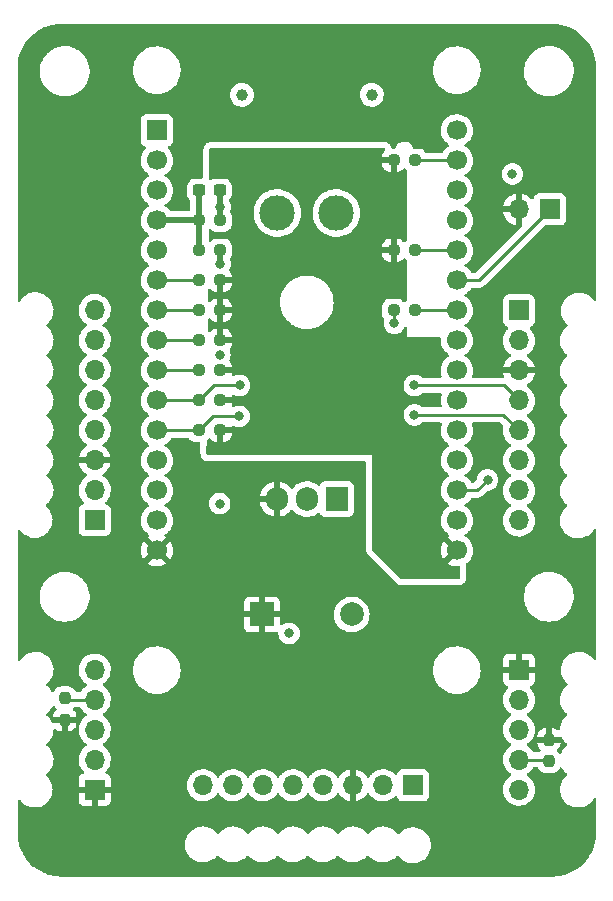
<source format=gbr>
%TF.GenerationSoftware,KiCad,Pcbnew,(6.0.7)*%
%TF.CreationDate,2022-11-12T16:10:30-08:00*%
%TF.ProjectId,Cublic,4375626c-6963-42e6-9b69-6361645f7063,rev?*%
%TF.SameCoordinates,Original*%
%TF.FileFunction,Copper,L4,Bot*%
%TF.FilePolarity,Positive*%
%FSLAX46Y46*%
G04 Gerber Fmt 4.6, Leading zero omitted, Abs format (unit mm)*
G04 Created by KiCad (PCBNEW (6.0.7)) date 2022-11-12 16:10:30*
%MOMM*%
%LPD*%
G01*
G04 APERTURE LIST*
G04 Aperture macros list*
%AMRoundRect*
0 Rectangle with rounded corners*
0 $1 Rounding radius*
0 $2 $3 $4 $5 $6 $7 $8 $9 X,Y pos of 4 corners*
0 Add a 4 corners polygon primitive as box body*
4,1,4,$2,$3,$4,$5,$6,$7,$8,$9,$2,$3,0*
0 Add four circle primitives for the rounded corners*
1,1,$1+$1,$2,$3*
1,1,$1+$1,$4,$5*
1,1,$1+$1,$6,$7*
1,1,$1+$1,$8,$9*
0 Add four rect primitives between the rounded corners*
20,1,$1+$1,$2,$3,$4,$5,0*
20,1,$1+$1,$4,$5,$6,$7,0*
20,1,$1+$1,$6,$7,$8,$9,0*
20,1,$1+$1,$8,$9,$2,$3,0*%
G04 Aperture macros list end*
%TA.AperFunction,ComponentPad*%
%ADD10R,1.700000X1.700000*%
%TD*%
%TA.AperFunction,ComponentPad*%
%ADD11O,1.700000X1.700000*%
%TD*%
%TA.AperFunction,SMDPad,CuDef*%
%ADD12RoundRect,0.237500X0.237500X-0.250000X0.237500X0.250000X-0.237500X0.250000X-0.237500X-0.250000X0*%
%TD*%
%TA.AperFunction,ComponentPad*%
%ADD13C,1.700000*%
%TD*%
%TA.AperFunction,SMDPad,CuDef*%
%ADD14RoundRect,0.237500X-0.237500X0.250000X-0.237500X-0.250000X0.237500X-0.250000X0.237500X0.250000X0*%
%TD*%
%TA.AperFunction,SMDPad,CuDef*%
%ADD15RoundRect,0.237500X0.250000X0.237500X-0.250000X0.237500X-0.250000X-0.237500X0.250000X-0.237500X0*%
%TD*%
%TA.AperFunction,SMDPad,CuDef*%
%ADD16RoundRect,0.237500X-0.300000X-0.237500X0.300000X-0.237500X0.300000X0.237500X-0.300000X0.237500X0*%
%TD*%
%TA.AperFunction,ComponentPad*%
%ADD17R,1.905000X2.000000*%
%TD*%
%TA.AperFunction,ComponentPad*%
%ADD18O,1.905000X2.000000*%
%TD*%
%TA.AperFunction,ComponentPad*%
%ADD19R,2.000000X2.000000*%
%TD*%
%TA.AperFunction,ComponentPad*%
%ADD20C,2.000000*%
%TD*%
%TA.AperFunction,SMDPad,CuDef*%
%ADD21RoundRect,0.237500X-0.250000X-0.237500X0.250000X-0.237500X0.250000X0.237500X-0.250000X0.237500X0*%
%TD*%
%TA.AperFunction,WasherPad*%
%ADD22C,1.000000*%
%TD*%
%TA.AperFunction,ComponentPad*%
%ADD23C,3.000000*%
%TD*%
%TA.AperFunction,ViaPad*%
%ADD24C,0.800000*%
%TD*%
%TA.AperFunction,Conductor*%
%ADD25C,0.250000*%
%TD*%
%TA.AperFunction,Conductor*%
%ADD26C,0.500000*%
%TD*%
G04 APERTURE END LIST*
D10*
%TO.P,SW1,1,1*%
%TO.N,START*%
X20575000Y-16200000D03*
D11*
%TO.P,SW1,2,2*%
%TO.N,+5V*%
X17960000Y-16200000D03*
%TD*%
D10*
%TO.P,U3,1,CHA*%
%TO.N,M3_ENCA*%
X17960000Y-24762500D03*
D11*
%TO.P,U3,2,CHB*%
%TO.N,M3_ENCB*%
X17960000Y-27302500D03*
%TO.P,U3,3,5V*%
%TO.N,+5V*%
X17960000Y-29842500D03*
%TO.P,U3,4,CW/CCW*%
%TO.N,M3_DIR*%
X17960000Y-32382500D03*
%TO.P,U3,5,PWM*%
%TO.N,M3_PWM*%
X17960000Y-34922500D03*
%TO.P,U3,6,BRAKE*%
%TO.N,EMO*%
X17960000Y-37462500D03*
%TO.P,U3,7,GND*%
%TO.N,GND*%
X17960000Y-40002500D03*
%TO.P,U3,8,Vm*%
%TO.N,+BATT*%
X17960000Y-42542500D03*
%TD*%
D10*
%TO.P,U1,1,CHA*%
%TO.N,M1_ENCA*%
X-17960000Y-42506000D03*
D11*
%TO.P,U1,2,CHB*%
%TO.N,M1_ENCB*%
X-17960000Y-39966000D03*
%TO.P,U1,3,5V*%
%TO.N,+5V*%
X-17960000Y-37426000D03*
%TO.P,U1,4,CW/CCW*%
%TO.N,M1_DIR*%
X-17960000Y-34886000D03*
%TO.P,U1,5,PWM*%
%TO.N,M1_PWM*%
X-17960000Y-32346000D03*
%TO.P,U1,6,BRAKE*%
%TO.N,EMO*%
X-17960000Y-29806000D03*
%TO.P,U1,7,GND*%
%TO.N,GND*%
X-17960000Y-27266000D03*
%TO.P,U1,8,Vm*%
%TO.N,+BATT*%
X-17960000Y-24726000D03*
%TD*%
D12*
%TO.P,R16,1*%
%TO.N,+5V*%
X-20500000Y-59412500D03*
%TO.P,R16,2*%
%TO.N,Net-(R16-Pad2)*%
X-20500000Y-57587500D03*
%TD*%
D10*
%TO.P,U5,1,~{RESET}*%
%TO.N,unconnected-(U5-Pad1)*%
X-12700000Y-9500000D03*
D13*
%TO.P,U5,2,SENSOR_VP*%
%TO.N,unconnected-(U5-Pad2)*%
X-12700000Y-12040000D03*
%TO.P,U5,3,SENSOR_VN*%
%TO.N,unconnected-(U5-Pad3)*%
X-12700000Y-14580000D03*
%TO.P,U5,4,I34*%
%TO.N,Vsense*%
X-12700000Y-17120000D03*
%TO.P,U5,5,IO35*%
%TO.N,unconnected-(U5-Pad5)*%
X-12700000Y-19660000D03*
%TO.P,U5,6,IO32*%
%TO.N,M1_DIR*%
X-12700000Y-22200000D03*
%TO.P,U5,7,IO33*%
%TO.N,M1_PWM*%
X-12700000Y-24740000D03*
%TO.P,U5,8,IO25*%
%TO.N,M2_DIR*%
X-12700000Y-27280000D03*
%TO.P,U5,9,IO26*%
%TO.N,M2_PWM*%
X-12700000Y-29820000D03*
%TO.P,U5,10,IO27*%
%TO.N,M3_DIR*%
X-12700000Y-32360000D03*
%TO.P,U5,11,IO14*%
%TO.N,M3_PWM*%
X-12700000Y-34900000D03*
%TO.P,U5,12,IO12*%
%TO.N,unconnected-(U5-Pad12)*%
X-12700000Y-37440000D03*
%TO.P,U5,13,IO13*%
%TO.N,EMO*%
X-12700000Y-39980000D03*
%TO.P,U5,14,GND*%
%TO.N,GND*%
X-12700000Y-42520000D03*
%TO.P,U5,15,VIN*%
%TO.N,+5V*%
X-12700000Y-45060000D03*
%TO.P,U5,16,IO23*%
%TO.N,unconnected-(U5-Pad16)*%
X12700000Y-9500000D03*
%TO.P,U5,17,SCL*%
%TO.N,SCL*%
X12700000Y-12040000D03*
%TO.P,U5,18,TXD*%
%TO.N,unconnected-(U5-Pad18)*%
X12700000Y-14580000D03*
%TO.P,U5,19,RXD*%
%TO.N,unconnected-(U5-Pad19)*%
X12700000Y-17120000D03*
%TO.P,U5,20,SDA*%
%TO.N,SDA*%
X12700000Y-19660000D03*
%TO.P,U5,21,IO19*%
%TO.N,START*%
X12700000Y-22200000D03*
%TO.P,U5,22,IO18*%
%TO.N,Valarm*%
X12700000Y-24740000D03*
%TO.P,U5,23,IO5*%
%TO.N,M1_ENCA*%
X12700000Y-27280000D03*
%TO.P,U5,24,IO17*%
%TO.N,M1_ENCB*%
X12700000Y-29820000D03*
%TO.P,U5,25,IO16*%
%TO.N,M2_ENCA*%
X12700000Y-32360000D03*
%TO.P,U5,26,IO4*%
%TO.N,M2_ENCB*%
X12700000Y-34900000D03*
%TO.P,U5,27,IO2*%
%TO.N,M3_ENCA*%
X12700000Y-37440000D03*
%TO.P,U5,28,IO15*%
%TO.N,M3_ENCB*%
X12700000Y-39980000D03*
%TO.P,U5,29,GND*%
%TO.N,GND*%
X12700000Y-42520000D03*
%TO.P,U5,30,3V3*%
%TO.N,+3V3*%
X12700000Y-45060000D03*
%TD*%
D11*
%TO.P,U2,8,Vm*%
%TO.N,+BATT*%
X-8792500Y-64960000D03*
%TO.P,U2,7,GND*%
%TO.N,GND*%
X-6252500Y-64960000D03*
%TO.P,U2,6,BRAKE*%
%TO.N,EMO*%
X-3712500Y-64960000D03*
%TO.P,U2,5,PWM*%
%TO.N,M2_PWM*%
X-1172500Y-64960000D03*
%TO.P,U2,4,CW/CCW*%
%TO.N,M2_DIR*%
X1367500Y-64960000D03*
%TO.P,U2,3,5V*%
%TO.N,+5V*%
X3907500Y-64960000D03*
%TO.P,U2,2,CHB*%
%TO.N,M2_ENCB*%
X6447500Y-64960000D03*
D10*
%TO.P,U2,1,CHA*%
%TO.N,M2_ENCA*%
X8987500Y-64960000D03*
%TD*%
D14*
%TO.P,R14,2*%
%TO.N,Net-(R14-Pad2)*%
X20500000Y-62912500D03*
%TO.P,R14,1*%
%TO.N,+5V*%
X20500000Y-61087500D03*
%TD*%
D11*
%TO.P,U6,5*%
%TO.N,N/C*%
X17960000Y-65332500D03*
%TO.P,U6,4,AD0*%
%TO.N,Net-(R14-Pad2)*%
X17960000Y-62792500D03*
%TO.P,U6,3,SDA_BLU*%
%TO.N,SDA*%
X17960000Y-60252500D03*
%TO.P,U6,2,GND_BLK*%
%TO.N,GND*%
X17960000Y-57712500D03*
D10*
%TO.P,U6,1,VCC_RED*%
%TO.N,+5V*%
X17960000Y-55172500D03*
%TD*%
D11*
%TO.P,U7,5*%
%TO.N,N/C*%
X-17960000Y-55167500D03*
%TO.P,U7,4,AD0*%
%TO.N,Net-(R16-Pad2)*%
X-17960000Y-57707500D03*
%TO.P,U7,3,SDA_BLU*%
%TO.N,SDA*%
X-17960000Y-60247500D03*
%TO.P,U7,2,GND_BLK*%
%TO.N,GND*%
X-17960000Y-62787500D03*
D10*
%TO.P,U7,1,VCC_RED*%
%TO.N,+5V*%
X-17960000Y-65327500D03*
%TD*%
D15*
%TO.P,R7,1*%
%TO.N,+3V3*%
X-7337500Y-34900000D03*
%TO.P,R7,2*%
%TO.N,M3_PWM*%
X-9162500Y-34900000D03*
%TD*%
%TO.P,R1,1*%
%TO.N,+3V3*%
X-7337500Y-22200000D03*
%TO.P,R1,2*%
%TO.N,M1_DIR*%
X-9162500Y-22200000D03*
%TD*%
%TO.P,R5,1*%
%TO.N,+3V3*%
X-7337500Y-24740000D03*
%TO.P,R5,2*%
%TO.N,M1_PWM*%
X-9162500Y-24740000D03*
%TD*%
%TO.P,R2,1*%
%TO.N,+3V3*%
X-7337500Y-27280000D03*
%TO.P,R2,2*%
%TO.N,M2_DIR*%
X-9162500Y-27280000D03*
%TD*%
D16*
%TO.P,C3,1*%
%TO.N,Vsense*%
X-9112500Y-14580000D03*
%TO.P,C3,2*%
%TO.N,GND*%
X-7387500Y-14580000D03*
%TD*%
D17*
%TO.P,U4,1,VI*%
%TO.N,+BATT*%
X2540000Y-40730000D03*
D18*
%TO.P,U4,2,GND*%
%TO.N,GND*%
X0Y-40730000D03*
%TO.P,U4,3,VO*%
%TO.N,+5V*%
X-2540000Y-40730000D03*
%TD*%
D19*
%TO.P,BZ1,1,-*%
%TO.N,+5V*%
X-3800000Y-50500000D03*
D20*
%TO.P,BZ1,2,+*%
%TO.N,Net-(BZ1-Pad2)*%
X3800000Y-50500000D03*
%TD*%
D15*
%TO.P,R4,1*%
%TO.N,+BATT*%
X-7337500Y-19660000D03*
%TO.P,R4,2*%
%TO.N,Vsense*%
X-9162500Y-19660000D03*
%TD*%
D21*
%TO.P,R8,1*%
%TO.N,Vsense*%
X-9162500Y-17120000D03*
%TO.P,R8,2*%
%TO.N,GND*%
X-7337500Y-17120000D03*
%TD*%
D15*
%TO.P,R6,1*%
%TO.N,+3V3*%
X-7337500Y-29820000D03*
%TO.P,R6,2*%
%TO.N,M2_PWM*%
X-9162500Y-29820000D03*
%TD*%
D21*
%TO.P,R12,1*%
%TO.N,+3V3*%
X7337500Y-19660000D03*
%TO.P,R12,2*%
%TO.N,SDA*%
X9162500Y-19660000D03*
%TD*%
%TO.P,R13,1*%
%TO.N,+3V3*%
X7337500Y-12040000D03*
%TO.P,R13,2*%
%TO.N,SCL*%
X9162500Y-12040000D03*
%TD*%
D15*
%TO.P,R15,1*%
%TO.N,Valarm*%
X9162500Y-24740000D03*
%TO.P,R15,2*%
%TO.N,Net-(Q1-Pad2)*%
X7337500Y-24740000D03*
%TD*%
D22*
%TO.P,J1,*%
%TO.N,*%
X5500000Y-6500000D03*
X-5500000Y-6500000D03*
D23*
%TO.P,J1,1,Pin_1*%
%TO.N,+BATT*%
X2500000Y-16500000D03*
%TO.P,J1,2,Pin_2*%
%TO.N,GND*%
X-2500000Y-16500000D03*
%TD*%
D15*
%TO.P,R3,1*%
%TO.N,+3V3*%
X-7337500Y-32360000D03*
%TO.P,R3,2*%
%TO.N,M3_DIR*%
X-9162500Y-32360000D03*
%TD*%
D24*
%TO.N,GND*%
X-1500000Y-52100000D03*
X17400000Y-13200000D03*
%TO.N,M3_DIR*%
X9100000Y-31100000D03*
X-5700000Y-31100000D03*
%TO.N,M3_PWM*%
X9100000Y-33600000D03*
X-5725000Y-33725000D03*
%TO.N,GND*%
X-7382500Y-41117200D03*
%TO.N,M3_ENCB*%
X15300000Y-39100000D03*
%TO.N,Net-(Q1-Pad2)*%
X7415200Y-25842300D03*
%TO.N,+BATT*%
X-7337500Y-20825500D03*
%TO.N,GND*%
X-7375000Y-28525000D03*
X-7352000Y-15998000D03*
%TD*%
D25*
%TO.N,START*%
X20575000Y-16200000D02*
X14575000Y-22200000D01*
X14575000Y-22200000D02*
X12700000Y-22200000D01*
%TO.N,M3_DIR*%
X9100000Y-31100000D02*
X16677500Y-31100000D01*
X-7902500Y-31100000D02*
X-5700000Y-31100000D01*
X-9162500Y-32360000D02*
X-7902500Y-31100000D01*
X16677500Y-31100000D02*
X17960000Y-32382500D01*
%TO.N,M3_PWM*%
X16637500Y-33600000D02*
X17960000Y-34922500D01*
X9100000Y-33600000D02*
X16637500Y-33600000D01*
X-7987500Y-33725000D02*
X-5725000Y-33725000D01*
X-9162500Y-34900000D02*
X-7987500Y-33725000D01*
D26*
%TO.N,+BATT*%
X-7233000Y-20930000D02*
X-7337500Y-20825500D01*
%TO.N,GND*%
X-7337500Y-16012500D02*
X-7352000Y-15998000D01*
X-7337500Y-17120000D02*
X-7337500Y-16012500D01*
D25*
%TO.N,M3_ENCB*%
X14420000Y-39980000D02*
X15300000Y-39100000D01*
X12700000Y-39980000D02*
X14420000Y-39980000D01*
%TO.N,Net-(R16-Pad2)*%
X-20380000Y-57707500D02*
X-20500000Y-57587500D01*
X-17960000Y-57707500D02*
X-20380000Y-57707500D01*
%TO.N,Net-(R14-Pad2)*%
X20380000Y-62792500D02*
X20500000Y-62912500D01*
X17960000Y-62792500D02*
X20380000Y-62792500D01*
%TO.N,Valarm*%
X9162500Y-24740000D02*
X12700000Y-24740000D01*
%TO.N,SCL*%
X9162500Y-12040000D02*
X12700000Y-12040000D01*
%TO.N,SDA*%
X9162500Y-19660000D02*
X12700000Y-19660000D01*
%TO.N,Net-(Q1-Pad2)*%
X7415200Y-24817700D02*
X7415200Y-25842300D01*
X7337500Y-24740000D02*
X7415200Y-24817700D01*
%TO.N,M3_PWM*%
X-9162500Y-34900000D02*
X-12700000Y-34900000D01*
%TO.N,M2_PWM*%
X-12700000Y-29820000D02*
X-9162500Y-29820000D01*
%TO.N,M1_PWM*%
X-12695000Y-24745000D02*
X-12700000Y-24740000D01*
X-12690000Y-24740000D02*
X-12695000Y-24745000D01*
X-12695000Y-24745000D02*
X-12700000Y-24750000D01*
X-9162500Y-24740000D02*
X-12690000Y-24740000D01*
%TO.N,M3_DIR*%
X-9162500Y-32360000D02*
X-12700000Y-32360000D01*
%TO.N,M2_DIR*%
X-12700000Y-27280000D02*
X-9162500Y-27280000D01*
%TO.N,M1_DIR*%
X-9162500Y-22200000D02*
X-12700000Y-22200000D01*
D26*
%TO.N,Vsense*%
X-12700000Y-17120000D02*
X-9162500Y-17120000D01*
X-9162500Y-17120000D02*
X-9162500Y-19660000D01*
X-9162000Y-14630000D02*
X-9112500Y-14580500D01*
X-9162000Y-17120000D02*
X-9162000Y-14630000D01*
X-9162500Y-17120000D02*
X-9162000Y-17120000D01*
X-9112500Y-14580500D02*
X-9112000Y-14580000D01*
D25*
X-9112500Y-14580500D02*
X-9112500Y-14580000D01*
D26*
%TO.N,+BATT*%
X-7337500Y-20825500D02*
X-7337500Y-19660000D01*
%TO.N,GND*%
X-7387500Y-15962500D02*
X-7387500Y-14580000D01*
X-7352000Y-15998000D02*
X-7387500Y-15962500D01*
%TD*%
%TA.AperFunction,Conductor*%
%TO.N,+3V3*%
G36*
X6599492Y-11020002D02*
G01*
X6645985Y-11073658D01*
X6656089Y-11143932D01*
X6626595Y-11208512D01*
X6620544Y-11215018D01*
X6503637Y-11332129D01*
X6494625Y-11343540D01*
X6411088Y-11479063D01*
X6404944Y-11492241D01*
X6354685Y-11643766D01*
X6351819Y-11657132D01*
X6342328Y-11749770D01*
X6342000Y-11756185D01*
X6342000Y-11767885D01*
X6346475Y-11783124D01*
X6347865Y-11784329D01*
X6355548Y-11786000D01*
X7465500Y-11786000D01*
X7533621Y-11806002D01*
X7580114Y-11859658D01*
X7591500Y-11912000D01*
X7591500Y-13004885D01*
X7595975Y-13020124D01*
X7597365Y-13021329D01*
X7605048Y-13023000D01*
X7633766Y-13023000D01*
X7640282Y-13022663D01*
X7734132Y-13012925D01*
X7747528Y-13010032D01*
X7898953Y-12959512D01*
X7912115Y-12953347D01*
X8047492Y-12869574D01*
X8058890Y-12860540D01*
X8160393Y-12758860D01*
X8222676Y-12724781D01*
X8293496Y-12729784D01*
X8338583Y-12758704D01*
X8446997Y-12866929D01*
X8452342Y-12870224D01*
X8493155Y-12927792D01*
X8500000Y-12968755D01*
X8500000Y-18731231D01*
X8479998Y-18799352D01*
X8452262Y-18829978D01*
X8452194Y-18830032D01*
X8445969Y-18833884D01*
X8338899Y-18941141D01*
X8276618Y-18975220D01*
X8205798Y-18970217D01*
X8160709Y-18941296D01*
X8057871Y-18838637D01*
X8046460Y-18829625D01*
X7910937Y-18746088D01*
X7897759Y-18739944D01*
X7746234Y-18689685D01*
X7732868Y-18686819D01*
X7640230Y-18677328D01*
X7633815Y-18677000D01*
X7609615Y-18677000D01*
X7594376Y-18681475D01*
X7593171Y-18682865D01*
X7591500Y-18690548D01*
X7591500Y-20624885D01*
X7595975Y-20640124D01*
X7597365Y-20641329D01*
X7605048Y-20643000D01*
X7633766Y-20643000D01*
X7640282Y-20642663D01*
X7734132Y-20632925D01*
X7747528Y-20630032D01*
X7898953Y-20579512D01*
X7912115Y-20573347D01*
X8047492Y-20489574D01*
X8058890Y-20480540D01*
X8160393Y-20378860D01*
X8222676Y-20344781D01*
X8293496Y-20349784D01*
X8338583Y-20378704D01*
X8446997Y-20486929D01*
X8452342Y-20490224D01*
X8493155Y-20547792D01*
X8500000Y-20588755D01*
X8500000Y-23811231D01*
X8479998Y-23879352D01*
X8452262Y-23909978D01*
X8452194Y-23910032D01*
X8445969Y-23913884D01*
X8440799Y-23919063D01*
X8339253Y-24020786D01*
X8276970Y-24054865D01*
X8206150Y-24049862D01*
X8161063Y-24020941D01*
X8058188Y-23918246D01*
X8058183Y-23918242D01*
X8053003Y-23913071D01*
X7904920Y-23821791D01*
X7739809Y-23767026D01*
X7732973Y-23766326D01*
X7732970Y-23766325D01*
X7681474Y-23761049D01*
X7637072Y-23756500D01*
X7037928Y-23756500D01*
X7034682Y-23756837D01*
X7034678Y-23756837D01*
X6940765Y-23766581D01*
X6940761Y-23766582D01*
X6933907Y-23767293D01*
X6927371Y-23769474D01*
X6927369Y-23769474D01*
X6802209Y-23811231D01*
X6768893Y-23822346D01*
X6620969Y-23913884D01*
X6615796Y-23919066D01*
X6503242Y-24031816D01*
X6503238Y-24031821D01*
X6498071Y-24036997D01*
X6494231Y-24043227D01*
X6494230Y-24043228D01*
X6455229Y-24106500D01*
X6406791Y-24185080D01*
X6352026Y-24350191D01*
X6341500Y-24452928D01*
X6341500Y-25027072D01*
X6341837Y-25030318D01*
X6341837Y-25030322D01*
X6351440Y-25122868D01*
X6352293Y-25131093D01*
X6354474Y-25137629D01*
X6354474Y-25137631D01*
X6375840Y-25201673D01*
X6407346Y-25296107D01*
X6498884Y-25444031D01*
X6504066Y-25449204D01*
X6512496Y-25457619D01*
X6546576Y-25519901D01*
X6543312Y-25585727D01*
X6521658Y-25652372D01*
X6520968Y-25658933D01*
X6520968Y-25658935D01*
X6515267Y-25713181D01*
X6501696Y-25842300D01*
X6502386Y-25848865D01*
X6520726Y-26023357D01*
X6521658Y-26032228D01*
X6580673Y-26213856D01*
X6583976Y-26219578D01*
X6583977Y-26219579D01*
X6605134Y-26256224D01*
X6676160Y-26379244D01*
X6680578Y-26384151D01*
X6680579Y-26384152D01*
X6739531Y-26449625D01*
X6803947Y-26521166D01*
X6958448Y-26633418D01*
X6964476Y-26636102D01*
X6964478Y-26636103D01*
X7126881Y-26708409D01*
X7132912Y-26711094D01*
X7198711Y-26725080D01*
X7313256Y-26749428D01*
X7313261Y-26749428D01*
X7319713Y-26750800D01*
X7510687Y-26750800D01*
X7517139Y-26749428D01*
X7517144Y-26749428D01*
X7631689Y-26725080D01*
X7697488Y-26711094D01*
X7703519Y-26708409D01*
X7865922Y-26636103D01*
X7865924Y-26636102D01*
X7871952Y-26633418D01*
X8026453Y-26521166D01*
X8090869Y-26449625D01*
X8149821Y-26384152D01*
X8149822Y-26384151D01*
X8154240Y-26379244D01*
X8225266Y-26256224D01*
X8246423Y-26219579D01*
X8246424Y-26219578D01*
X8249727Y-26213856D01*
X8254167Y-26200191D01*
X8294240Y-26141585D01*
X8359637Y-26113948D01*
X8429594Y-26126055D01*
X8481900Y-26174061D01*
X8500000Y-26239127D01*
X8500000Y-27000000D01*
X11223432Y-27000000D01*
X11291553Y-27020002D01*
X11338046Y-27073658D01*
X11348719Y-27139388D01*
X11337251Y-27246695D01*
X11350110Y-27469715D01*
X11351247Y-27474761D01*
X11351248Y-27474767D01*
X11368680Y-27552115D01*
X11399222Y-27687639D01*
X11483266Y-27894616D01*
X11599987Y-28085088D01*
X11746250Y-28253938D01*
X11918126Y-28396632D01*
X11988595Y-28437811D01*
X11991445Y-28439476D01*
X12040169Y-28491114D01*
X12053240Y-28560897D01*
X12026509Y-28626669D01*
X11986055Y-28660027D01*
X11973607Y-28666507D01*
X11969474Y-28669610D01*
X11969471Y-28669612D01*
X11799100Y-28797530D01*
X11794965Y-28800635D01*
X11791393Y-28804373D01*
X11675115Y-28926051D01*
X11640629Y-28962138D01*
X11514743Y-29146680D01*
X11420688Y-29349305D01*
X11360989Y-29564570D01*
X11337251Y-29786695D01*
X11350110Y-30009715D01*
X11351247Y-30014761D01*
X11351248Y-30014767D01*
X11368680Y-30092115D01*
X11399222Y-30227639D01*
X11421605Y-30282761D01*
X11425801Y-30293096D01*
X11432897Y-30363737D01*
X11400675Y-30427001D01*
X11339365Y-30462801D01*
X11309058Y-30466500D01*
X9808200Y-30466500D01*
X9740079Y-30446498D01*
X9720853Y-30430157D01*
X9720580Y-30430460D01*
X9715668Y-30426037D01*
X9711253Y-30421134D01*
X9556752Y-30308882D01*
X9550724Y-30306198D01*
X9550722Y-30306197D01*
X9388319Y-30233891D01*
X9388318Y-30233891D01*
X9382288Y-30231206D01*
X9281624Y-30209809D01*
X9201944Y-30192872D01*
X9201939Y-30192872D01*
X9195487Y-30191500D01*
X9004513Y-30191500D01*
X8998061Y-30192872D01*
X8998056Y-30192872D01*
X8918376Y-30209809D01*
X8817712Y-30231206D01*
X8811682Y-30233891D01*
X8811681Y-30233891D01*
X8649278Y-30306197D01*
X8649276Y-30306198D01*
X8643248Y-30308882D01*
X8488747Y-30421134D01*
X8360960Y-30563056D01*
X8265473Y-30728444D01*
X8206458Y-30910072D01*
X8205768Y-30916633D01*
X8205768Y-30916635D01*
X8187186Y-31093435D01*
X8186496Y-31100000D01*
X8206458Y-31289928D01*
X8265473Y-31471556D01*
X8360960Y-31636944D01*
X8488747Y-31778866D01*
X8643248Y-31891118D01*
X8649276Y-31893802D01*
X8649278Y-31893803D01*
X8811681Y-31966109D01*
X8817712Y-31968794D01*
X8911112Y-31988647D01*
X8998056Y-32007128D01*
X8998061Y-32007128D01*
X9004513Y-32008500D01*
X9195487Y-32008500D01*
X9201939Y-32007128D01*
X9201944Y-32007128D01*
X9288888Y-31988647D01*
X9382288Y-31968794D01*
X9388319Y-31966109D01*
X9550722Y-31893803D01*
X9550724Y-31893802D01*
X9556752Y-31891118D01*
X9711253Y-31778866D01*
X9715668Y-31773963D01*
X9720580Y-31769540D01*
X9721705Y-31770789D01*
X9775014Y-31737949D01*
X9808200Y-31733500D01*
X11298199Y-31733500D01*
X11366320Y-31753502D01*
X11412813Y-31807158D01*
X11422917Y-31877432D01*
X11419618Y-31893163D01*
X11360989Y-32104570D01*
X11337251Y-32326695D01*
X11350110Y-32549715D01*
X11351247Y-32554761D01*
X11351248Y-32554767D01*
X11368680Y-32632115D01*
X11399222Y-32767639D01*
X11401164Y-32772421D01*
X11401165Y-32772425D01*
X11409559Y-32793096D01*
X11416655Y-32863737D01*
X11384433Y-32927000D01*
X11323123Y-32962801D01*
X11292816Y-32966500D01*
X9808200Y-32966500D01*
X9740079Y-32946498D01*
X9720853Y-32930157D01*
X9720580Y-32930460D01*
X9715668Y-32926037D01*
X9711253Y-32921134D01*
X9569126Y-32817872D01*
X9562094Y-32812763D01*
X9562093Y-32812762D01*
X9556752Y-32808882D01*
X9550724Y-32806198D01*
X9550722Y-32806197D01*
X9388319Y-32733891D01*
X9388318Y-32733891D01*
X9382288Y-32731206D01*
X9288888Y-32711353D01*
X9201944Y-32692872D01*
X9201939Y-32692872D01*
X9195487Y-32691500D01*
X9004513Y-32691500D01*
X8998061Y-32692872D01*
X8998056Y-32692872D01*
X8911112Y-32711353D01*
X8817712Y-32731206D01*
X8811682Y-32733891D01*
X8811681Y-32733891D01*
X8649278Y-32806197D01*
X8649276Y-32806198D01*
X8643248Y-32808882D01*
X8488747Y-32921134D01*
X8484326Y-32926044D01*
X8484325Y-32926045D01*
X8376197Y-33046134D01*
X8360960Y-33063056D01*
X8265473Y-33228444D01*
X8206458Y-33410072D01*
X8205768Y-33416633D01*
X8205768Y-33416635D01*
X8193980Y-33528794D01*
X8186496Y-33600000D01*
X8206458Y-33789928D01*
X8265473Y-33971556D01*
X8268776Y-33977278D01*
X8268777Y-33977279D01*
X8302686Y-34036010D01*
X8360960Y-34136944D01*
X8365378Y-34141851D01*
X8365379Y-34141852D01*
X8480350Y-34269540D01*
X8488747Y-34278866D01*
X8643248Y-34391118D01*
X8649276Y-34393802D01*
X8649278Y-34393803D01*
X8740230Y-34434297D01*
X8817712Y-34468794D01*
X8911113Y-34488647D01*
X8998056Y-34507128D01*
X8998061Y-34507128D01*
X9004513Y-34508500D01*
X9195487Y-34508500D01*
X9201939Y-34507128D01*
X9201944Y-34507128D01*
X9288887Y-34488647D01*
X9382288Y-34468794D01*
X9459770Y-34434297D01*
X9550722Y-34393803D01*
X9550724Y-34393802D01*
X9556752Y-34391118D01*
X9711253Y-34278866D01*
X9715668Y-34273963D01*
X9720580Y-34269540D01*
X9721705Y-34270789D01*
X9775014Y-34237949D01*
X9808200Y-34233500D01*
X11314177Y-34233500D01*
X11382298Y-34253502D01*
X11428791Y-34307158D01*
X11438895Y-34377432D01*
X11428466Y-34412548D01*
X11420688Y-34429305D01*
X11360989Y-34644570D01*
X11337251Y-34866695D01*
X11350110Y-35089715D01*
X11351247Y-35094761D01*
X11351248Y-35094767D01*
X11365606Y-35158475D01*
X11399222Y-35307639D01*
X11483266Y-35514616D01*
X11599987Y-35705088D01*
X11746250Y-35873938D01*
X11918126Y-36016632D01*
X11988595Y-36057811D01*
X11991445Y-36059476D01*
X12040169Y-36111114D01*
X12053240Y-36180897D01*
X12026509Y-36246669D01*
X11986055Y-36280027D01*
X11973607Y-36286507D01*
X11969474Y-36289610D01*
X11969471Y-36289612D01*
X11799100Y-36417530D01*
X11794965Y-36420635D01*
X11640629Y-36582138D01*
X11514743Y-36766680D01*
X11467716Y-36867992D01*
X11440631Y-36926342D01*
X11420688Y-36969305D01*
X11360989Y-37184570D01*
X11337251Y-37406695D01*
X11350110Y-37629715D01*
X11351247Y-37634761D01*
X11351248Y-37634767D01*
X11372275Y-37728069D01*
X11399222Y-37847639D01*
X11483266Y-38054616D01*
X11599987Y-38245088D01*
X11746250Y-38413938D01*
X11918126Y-38556632D01*
X11988595Y-38597811D01*
X11991445Y-38599476D01*
X12040169Y-38651114D01*
X12053240Y-38720897D01*
X12026509Y-38786669D01*
X11986055Y-38820027D01*
X11973607Y-38826507D01*
X11969474Y-38829610D01*
X11969471Y-38829612D01*
X11799100Y-38957530D01*
X11794965Y-38960635D01*
X11640629Y-39122138D01*
X11514743Y-39306680D01*
X11420688Y-39509305D01*
X11360989Y-39724570D01*
X11337251Y-39946695D01*
X11337548Y-39951848D01*
X11337548Y-39951851D01*
X11341483Y-40020094D01*
X11350110Y-40169715D01*
X11351247Y-40174761D01*
X11351248Y-40174767D01*
X11367844Y-40248406D01*
X11399222Y-40387639D01*
X11483266Y-40594616D01*
X11599987Y-40785088D01*
X11746250Y-40953938D01*
X11918126Y-41096632D01*
X11953324Y-41117200D01*
X11991445Y-41139476D01*
X12040169Y-41191114D01*
X12053240Y-41260897D01*
X12026509Y-41326669D01*
X11986055Y-41360027D01*
X11973607Y-41366507D01*
X11969474Y-41369610D01*
X11969471Y-41369612D01*
X11810786Y-41488756D01*
X11794965Y-41500635D01*
X11640629Y-41662138D01*
X11514743Y-41846680D01*
X11486132Y-41908318D01*
X11435208Y-42018025D01*
X11420688Y-42049305D01*
X11360989Y-42264570D01*
X11337251Y-42486695D01*
X11350110Y-42709715D01*
X11351247Y-42714761D01*
X11351248Y-42714767D01*
X11372275Y-42808069D01*
X11399222Y-42927639D01*
X11483266Y-43134616D01*
X11599987Y-43325088D01*
X11746250Y-43493938D01*
X11918126Y-43636632D01*
X11991955Y-43679774D01*
X12040679Y-43731412D01*
X12053750Y-43801195D01*
X12027019Y-43866967D01*
X11986562Y-43900327D01*
X11978460Y-43904544D01*
X11969734Y-43910039D01*
X11949677Y-43925099D01*
X11941223Y-43936427D01*
X11947968Y-43948758D01*
X12970115Y-44970905D01*
X13000000Y-45025634D01*
X13000000Y-45091113D01*
X12999076Y-45104032D01*
X12970115Y-45149095D01*
X11946737Y-46172473D01*
X11939977Y-46184853D01*
X11945258Y-46191907D01*
X12106756Y-46286279D01*
X12116042Y-46290729D01*
X12315001Y-46366703D01*
X12324899Y-46369579D01*
X12533595Y-46412038D01*
X12543823Y-46413257D01*
X12756650Y-46421062D01*
X12766936Y-46420595D01*
X12857990Y-46408931D01*
X12928100Y-46420116D01*
X12981034Y-46467429D01*
X13000000Y-46533910D01*
X13000000Y-47374000D01*
X12979998Y-47442121D01*
X12926342Y-47488614D01*
X12874000Y-47500000D01*
X8052190Y-47500000D01*
X7984069Y-47479998D01*
X7963095Y-47463095D01*
X5536905Y-45036905D01*
X5534152Y-45031863D01*
X11338050Y-45031863D01*
X11350309Y-45244477D01*
X11351745Y-45254697D01*
X11398565Y-45462446D01*
X11401645Y-45472275D01*
X11481770Y-45669603D01*
X11486413Y-45678794D01*
X11566460Y-45809420D01*
X11576916Y-45818880D01*
X11585694Y-45815096D01*
X12327978Y-45072812D01*
X12335592Y-45058868D01*
X12335461Y-45057035D01*
X12331210Y-45050420D01*
X11589849Y-44309059D01*
X11578313Y-44302759D01*
X11566031Y-44312382D01*
X11518089Y-44382662D01*
X11513004Y-44391613D01*
X11423338Y-44584783D01*
X11419775Y-44594470D01*
X11362864Y-44799681D01*
X11360933Y-44809800D01*
X11338302Y-45021574D01*
X11338050Y-45031863D01*
X5534152Y-45031863D01*
X5502879Y-44974593D01*
X5500000Y-44947810D01*
X5500000Y-37000000D01*
X-8372783Y-37000000D01*
X-8440904Y-36979998D01*
X-8487397Y-36926342D01*
X-8498777Y-36872788D01*
X-8497715Y-36762401D01*
X-8488640Y-35818559D01*
X-8467984Y-35750634D01*
X-8445759Y-35726327D01*
X-8445970Y-35726117D01*
X-8441176Y-35721315D01*
X-8441172Y-35721310D01*
X-8338899Y-35618859D01*
X-8276618Y-35584780D01*
X-8205798Y-35589783D01*
X-8160709Y-35618704D01*
X-8057871Y-35721363D01*
X-8046460Y-35730375D01*
X-7910937Y-35813912D01*
X-7897759Y-35820056D01*
X-7746234Y-35870315D01*
X-7732868Y-35873181D01*
X-7640230Y-35882672D01*
X-7633815Y-35883000D01*
X-7609615Y-35883000D01*
X-7594376Y-35878525D01*
X-7593171Y-35877135D01*
X-7591500Y-35869452D01*
X-7591500Y-35864885D01*
X-7083500Y-35864885D01*
X-7079025Y-35880124D01*
X-7077635Y-35881329D01*
X-7069952Y-35883000D01*
X-7041234Y-35883000D01*
X-7034718Y-35882663D01*
X-6940868Y-35872925D01*
X-6927472Y-35870032D01*
X-6776047Y-35819512D01*
X-6762885Y-35813347D01*
X-6627508Y-35729574D01*
X-6616110Y-35720540D01*
X-6503637Y-35607871D01*
X-6494625Y-35596460D01*
X-6411088Y-35460937D01*
X-6404944Y-35447759D01*
X-6354685Y-35296234D01*
X-6351819Y-35282868D01*
X-6342328Y-35190230D01*
X-6342000Y-35183815D01*
X-6342000Y-35172115D01*
X-6346475Y-35156876D01*
X-6347865Y-35155671D01*
X-6355548Y-35154000D01*
X-7065385Y-35154000D01*
X-7080624Y-35158475D01*
X-7081829Y-35159865D01*
X-7083500Y-35167548D01*
X-7083500Y-35864885D01*
X-7591500Y-35864885D01*
X-7591500Y-34772000D01*
X-7571498Y-34703879D01*
X-7517842Y-34657386D01*
X-7465500Y-34646000D01*
X-6360115Y-34646000D01*
X-6344876Y-34641525D01*
X-6343671Y-34640135D01*
X-6339121Y-34619217D01*
X-6336424Y-34619804D01*
X-6321998Y-34570673D01*
X-6268342Y-34524180D01*
X-6198068Y-34514076D01*
X-6164753Y-34523686D01*
X-6007288Y-34593794D01*
X-5917270Y-34612928D01*
X-5826944Y-34632128D01*
X-5826939Y-34632128D01*
X-5820487Y-34633500D01*
X-5629513Y-34633500D01*
X-5623061Y-34632128D01*
X-5623056Y-34632128D01*
X-5532730Y-34612928D01*
X-5442712Y-34593794D01*
X-5390781Y-34570673D01*
X-5274278Y-34518803D01*
X-5274276Y-34518802D01*
X-5268248Y-34516118D01*
X-5113747Y-34403866D01*
X-5004689Y-34282745D01*
X-4990379Y-34266852D01*
X-4990378Y-34266851D01*
X-4985960Y-34261944D01*
X-4890473Y-34096556D01*
X-4831458Y-33914928D01*
X-4811496Y-33725000D01*
X-4831458Y-33535072D01*
X-4890473Y-33353444D01*
X-4902445Y-33332707D01*
X-4933910Y-33278209D01*
X-4985960Y-33188056D01*
X-5042746Y-33124988D01*
X-5109325Y-33051045D01*
X-5109326Y-33051044D01*
X-5113747Y-33046134D01*
X-5223353Y-32966500D01*
X-5262906Y-32937763D01*
X-5262907Y-32937762D01*
X-5268248Y-32933882D01*
X-5274276Y-32931198D01*
X-5274278Y-32931197D01*
X-5436681Y-32858891D01*
X-5436682Y-32858891D01*
X-5442712Y-32856206D01*
X-5536113Y-32836353D01*
X-5623056Y-32817872D01*
X-5623061Y-32817872D01*
X-5629513Y-32816500D01*
X-5820487Y-32816500D01*
X-5826939Y-32817872D01*
X-5826944Y-32817872D01*
X-5913887Y-32836353D01*
X-6007288Y-32856206D01*
X-6181752Y-32933882D01*
X-6183550Y-32935188D01*
X-6250965Y-32951543D01*
X-6318057Y-32928323D01*
X-6361945Y-32872516D01*
X-6368694Y-32801841D01*
X-6364564Y-32786019D01*
X-6354685Y-32756235D01*
X-6351819Y-32742868D01*
X-6342328Y-32650230D01*
X-6342000Y-32643815D01*
X-6342000Y-32632115D01*
X-6346475Y-32616876D01*
X-6347865Y-32615671D01*
X-6355548Y-32614000D01*
X-7465500Y-32614000D01*
X-7533621Y-32593998D01*
X-7580114Y-32540342D01*
X-7591500Y-32488000D01*
X-7591500Y-32232000D01*
X-7571498Y-32163879D01*
X-7517842Y-32117386D01*
X-7465500Y-32106000D01*
X-6360115Y-32106000D01*
X-6344876Y-32101525D01*
X-6343671Y-32100135D01*
X-6342000Y-32092452D01*
X-6342000Y-32076234D01*
X-6342337Y-32069718D01*
X-6348484Y-32010478D01*
X-6335619Y-31940657D01*
X-6287049Y-31888874D01*
X-6218193Y-31871572D01*
X-6160816Y-31888165D01*
X-6156752Y-31891118D01*
X-6150723Y-31893802D01*
X-6150720Y-31893804D01*
X-5988319Y-31966109D01*
X-5982288Y-31968794D01*
X-5888888Y-31988647D01*
X-5801944Y-32007128D01*
X-5801939Y-32007128D01*
X-5795487Y-32008500D01*
X-5604513Y-32008500D01*
X-5598061Y-32007128D01*
X-5598056Y-32007128D01*
X-5511112Y-31988647D01*
X-5417712Y-31968794D01*
X-5411681Y-31966109D01*
X-5249278Y-31893803D01*
X-5249276Y-31893802D01*
X-5243248Y-31891118D01*
X-5088747Y-31778866D01*
X-4960960Y-31636944D01*
X-4865473Y-31471556D01*
X-4806458Y-31289928D01*
X-4786496Y-31100000D01*
X-4787186Y-31093435D01*
X-4805768Y-30916635D01*
X-4805768Y-30916633D01*
X-4806458Y-30910072D01*
X-4865473Y-30728444D01*
X-4960960Y-30563056D01*
X-5088747Y-30421134D01*
X-5243248Y-30308882D01*
X-5249276Y-30306198D01*
X-5249278Y-30306197D01*
X-5411681Y-30233891D01*
X-5411682Y-30233891D01*
X-5417712Y-30231206D01*
X-5518376Y-30209809D01*
X-5598056Y-30192872D01*
X-5598061Y-30192872D01*
X-5604513Y-30191500D01*
X-5795487Y-30191500D01*
X-5801939Y-30192872D01*
X-5801944Y-30192872D01*
X-5881624Y-30209809D01*
X-5982288Y-30231206D01*
X-5988318Y-30233891D01*
X-5988319Y-30233891D01*
X-6150722Y-30306197D01*
X-6150724Y-30306198D01*
X-6156752Y-30308882D01*
X-6162094Y-30312763D01*
X-6162246Y-30312851D01*
X-6231241Y-30329590D01*
X-6298333Y-30306371D01*
X-6342221Y-30250565D01*
X-6350592Y-30190890D01*
X-6342328Y-30110230D01*
X-6342000Y-30103815D01*
X-6342000Y-30092115D01*
X-6346475Y-30076876D01*
X-6347865Y-30075671D01*
X-6355548Y-30074000D01*
X-7465500Y-30074000D01*
X-7533621Y-30053998D01*
X-7580114Y-30000342D01*
X-7591500Y-29948000D01*
X-7591500Y-29692000D01*
X-7571498Y-29623879D01*
X-7517842Y-29577386D01*
X-7465500Y-29566000D01*
X-6360115Y-29566000D01*
X-6344876Y-29561525D01*
X-6343671Y-29560135D01*
X-6342000Y-29552452D01*
X-6342000Y-29536234D01*
X-6342337Y-29529718D01*
X-6352075Y-29435868D01*
X-6354968Y-29422472D01*
X-6405488Y-29271047D01*
X-6411653Y-29257885D01*
X-6495426Y-29122508D01*
X-6504460Y-29111110D01*
X-6537402Y-29078225D01*
X-6571481Y-29015942D01*
X-6566478Y-28945122D01*
X-6557502Y-28926051D01*
X-6543778Y-28902281D01*
X-6543777Y-28902278D01*
X-6540473Y-28896556D01*
X-6481458Y-28714928D01*
X-6461496Y-28525000D01*
X-6463142Y-28509338D01*
X-6480768Y-28341635D01*
X-6480768Y-28341633D01*
X-6481458Y-28335072D01*
X-6540473Y-28153444D01*
X-6543772Y-28147729D01*
X-6545425Y-28144017D01*
X-6554859Y-28073650D01*
X-6524751Y-28009353D01*
X-6519490Y-28003751D01*
X-6503637Y-27987871D01*
X-6494625Y-27976460D01*
X-6411088Y-27840937D01*
X-6404944Y-27827759D01*
X-6354685Y-27676234D01*
X-6351819Y-27662868D01*
X-6342328Y-27570230D01*
X-6342000Y-27563815D01*
X-6342000Y-27552115D01*
X-6346475Y-27536876D01*
X-6347865Y-27535671D01*
X-6355548Y-27534000D01*
X-7465500Y-27534000D01*
X-7533621Y-27513998D01*
X-7580114Y-27460342D01*
X-7591500Y-27408000D01*
X-7591500Y-27007885D01*
X-7083500Y-27007885D01*
X-7079025Y-27023124D01*
X-7077635Y-27024329D01*
X-7069952Y-27026000D01*
X-6360115Y-27026000D01*
X-6344876Y-27021525D01*
X-6343671Y-27020135D01*
X-6342000Y-27012452D01*
X-6342000Y-26996234D01*
X-6342337Y-26989718D01*
X-6352075Y-26895868D01*
X-6354968Y-26882472D01*
X-6405488Y-26731047D01*
X-6411653Y-26717885D01*
X-6495426Y-26582508D01*
X-6504460Y-26571110D01*
X-6617129Y-26458637D01*
X-6628540Y-26449625D01*
X-6764063Y-26366088D01*
X-6777241Y-26359944D01*
X-6928766Y-26309685D01*
X-6942132Y-26306819D01*
X-7034770Y-26297328D01*
X-7041185Y-26297000D01*
X-7065385Y-26297000D01*
X-7080624Y-26301475D01*
X-7081829Y-26302865D01*
X-7083500Y-26310548D01*
X-7083500Y-27007885D01*
X-7591500Y-27007885D01*
X-7591500Y-26315115D01*
X-7595975Y-26299876D01*
X-7597365Y-26298671D01*
X-7605048Y-26297000D01*
X-7633766Y-26297000D01*
X-7640282Y-26297337D01*
X-7734132Y-26307075D01*
X-7747528Y-26309968D01*
X-7898953Y-26360488D01*
X-7912115Y-26366653D01*
X-8047492Y-26450426D01*
X-8058890Y-26459460D01*
X-8160393Y-26561140D01*
X-8222676Y-26595219D01*
X-8293496Y-26590216D01*
X-8338584Y-26561295D01*
X-8361562Y-26538357D01*
X-8395641Y-26476074D01*
X-8398538Y-26447972D01*
X-8390009Y-25560979D01*
X-8369353Y-25493054D01*
X-8353191Y-25473177D01*
X-8338903Y-25458863D01*
X-8276622Y-25424781D01*
X-8205802Y-25429781D01*
X-8160709Y-25458704D01*
X-8057871Y-25561363D01*
X-8046460Y-25570375D01*
X-7910937Y-25653912D01*
X-7897759Y-25660056D01*
X-7746234Y-25710315D01*
X-7732868Y-25713181D01*
X-7640230Y-25722672D01*
X-7633815Y-25723000D01*
X-7609615Y-25723000D01*
X-7594376Y-25718525D01*
X-7593171Y-25717135D01*
X-7591500Y-25709452D01*
X-7591500Y-25704885D01*
X-7083500Y-25704885D01*
X-7079025Y-25720124D01*
X-7077635Y-25721329D01*
X-7069952Y-25723000D01*
X-7041234Y-25723000D01*
X-7034718Y-25722663D01*
X-6940868Y-25712925D01*
X-6927472Y-25710032D01*
X-6776047Y-25659512D01*
X-6762885Y-25653347D01*
X-6627508Y-25569574D01*
X-6616110Y-25560540D01*
X-6503637Y-25447871D01*
X-6494625Y-25436460D01*
X-6411088Y-25300937D01*
X-6404944Y-25287759D01*
X-6354685Y-25136234D01*
X-6351819Y-25122868D01*
X-6342328Y-25030230D01*
X-6342000Y-25023815D01*
X-6342000Y-25012115D01*
X-6346475Y-24996876D01*
X-6347865Y-24995671D01*
X-6355548Y-24994000D01*
X-7065385Y-24994000D01*
X-7080624Y-24998475D01*
X-7081829Y-24999865D01*
X-7083500Y-25007548D01*
X-7083500Y-25704885D01*
X-7591500Y-25704885D01*
X-7591500Y-24467885D01*
X-7083500Y-24467885D01*
X-7079025Y-24483124D01*
X-7077635Y-24484329D01*
X-7069952Y-24486000D01*
X-6360115Y-24486000D01*
X-6344876Y-24481525D01*
X-6343671Y-24480135D01*
X-6342000Y-24472452D01*
X-6342000Y-24456234D01*
X-6342337Y-24449718D01*
X-6352075Y-24355868D01*
X-6354968Y-24342472D01*
X-6405488Y-24191047D01*
X-6411653Y-24177885D01*
X-6478414Y-24070000D01*
X-2263346Y-24070000D01*
X-2263076Y-24074119D01*
X-2244533Y-24357030D01*
X-2243983Y-24365426D01*
X-2243181Y-24369459D01*
X-2243180Y-24369465D01*
X-2219999Y-24486000D01*
X-2186224Y-24655797D01*
X-2091059Y-24936145D01*
X-2089235Y-24939843D01*
X-1995554Y-25129809D01*
X-1960115Y-25201673D01*
X-1957821Y-25205106D01*
X-1799482Y-25442077D01*
X-1795633Y-25447838D01*
X-1792919Y-25450932D01*
X-1792915Y-25450938D01*
X-1710347Y-25545088D01*
X-1600427Y-25670427D01*
X-1597338Y-25673136D01*
X-1380938Y-25862915D01*
X-1380932Y-25862919D01*
X-1377838Y-25865633D01*
X-1374412Y-25867922D01*
X-1374407Y-25867926D01*
X-1222632Y-25969338D01*
X-1131673Y-26030115D01*
X-1127974Y-26031939D01*
X-1127969Y-26031942D01*
X-1118446Y-26036638D01*
X-866145Y-26161059D01*
X-862240Y-26162384D01*
X-862239Y-26162385D01*
X-589710Y-26254896D01*
X-589706Y-26254897D01*
X-585797Y-26256224D01*
X-581753Y-26257028D01*
X-581747Y-26257030D01*
X-299465Y-26313180D01*
X-299459Y-26313181D01*
X-295426Y-26313983D01*
X-291321Y-26314252D01*
X-291314Y-26314253D01*
X-4119Y-26333076D01*
X0Y-26333346D01*
X4119Y-26333076D01*
X291314Y-26314253D01*
X291321Y-26314252D01*
X295426Y-26313983D01*
X299459Y-26313181D01*
X299465Y-26313180D01*
X581747Y-26257030D01*
X581753Y-26257028D01*
X585797Y-26256224D01*
X589706Y-26254897D01*
X589710Y-26254896D01*
X862239Y-26162385D01*
X862240Y-26162384D01*
X866145Y-26161059D01*
X1118446Y-26036638D01*
X1127969Y-26031942D01*
X1127974Y-26031939D01*
X1131673Y-26030115D01*
X1222632Y-25969338D01*
X1374407Y-25867926D01*
X1374412Y-25867922D01*
X1377838Y-25865633D01*
X1380932Y-25862919D01*
X1380938Y-25862915D01*
X1597338Y-25673136D01*
X1600427Y-25670427D01*
X1710347Y-25545088D01*
X1792915Y-25450938D01*
X1792919Y-25450932D01*
X1795633Y-25447838D01*
X1799483Y-25442077D01*
X1957821Y-25205106D01*
X1960115Y-25201673D01*
X1995555Y-25129809D01*
X2089235Y-24939843D01*
X2091059Y-24936145D01*
X2186224Y-24655797D01*
X2219999Y-24486000D01*
X2243180Y-24369465D01*
X2243181Y-24369459D01*
X2243983Y-24365426D01*
X2244534Y-24357030D01*
X2263076Y-24074119D01*
X2263346Y-24070000D01*
X2253479Y-23919460D01*
X2244253Y-23778686D01*
X2244252Y-23778679D01*
X2243983Y-23774574D01*
X2242913Y-23769191D01*
X2187030Y-23488253D01*
X2187028Y-23488247D01*
X2186224Y-23484203D01*
X2181123Y-23469174D01*
X2092385Y-23207761D01*
X2092384Y-23207760D01*
X2091059Y-23203855D01*
X2000658Y-23020540D01*
X1961942Y-22942031D01*
X1961939Y-22942026D01*
X1960115Y-22938327D01*
X1795633Y-22692162D01*
X1792919Y-22689068D01*
X1792915Y-22689062D01*
X1603136Y-22472662D01*
X1600427Y-22469573D01*
X1584575Y-22455671D01*
X1380938Y-22277085D01*
X1380932Y-22277081D01*
X1377838Y-22274367D01*
X1374412Y-22272078D01*
X1374407Y-22272074D01*
X1135106Y-22112179D01*
X1131673Y-22109885D01*
X1127974Y-22108061D01*
X1127969Y-22108058D01*
X916714Y-22003879D01*
X866145Y-21978941D01*
X751826Y-21940135D01*
X589710Y-21885104D01*
X589706Y-21885103D01*
X585797Y-21883776D01*
X581753Y-21882972D01*
X581747Y-21882970D01*
X299465Y-21826820D01*
X299459Y-21826819D01*
X295426Y-21826017D01*
X291321Y-21825748D01*
X291314Y-21825747D01*
X4119Y-21806924D01*
X0Y-21806654D01*
X-4119Y-21806924D01*
X-291314Y-21825747D01*
X-291321Y-21825748D01*
X-295426Y-21826017D01*
X-299459Y-21826819D01*
X-299465Y-21826820D01*
X-581747Y-21882970D01*
X-581753Y-21882972D01*
X-585797Y-21883776D01*
X-589706Y-21885103D01*
X-589710Y-21885104D01*
X-751826Y-21940135D01*
X-866145Y-21978941D01*
X-916714Y-22003879D01*
X-1127969Y-22108058D01*
X-1127974Y-22108061D01*
X-1131673Y-22109885D01*
X-1135106Y-22112179D01*
X-1374407Y-22272074D01*
X-1374412Y-22272078D01*
X-1377838Y-22274367D01*
X-1380932Y-22277081D01*
X-1380938Y-22277085D01*
X-1584575Y-22455671D01*
X-1600427Y-22469573D01*
X-1603136Y-22472662D01*
X-1792915Y-22689062D01*
X-1792919Y-22689068D01*
X-1795633Y-22692162D01*
X-1960115Y-22938327D01*
X-1961939Y-22942026D01*
X-1961942Y-22942031D01*
X-2000658Y-23020540D01*
X-2091059Y-23203855D01*
X-2092384Y-23207760D01*
X-2092385Y-23207761D01*
X-2181122Y-23469174D01*
X-2186224Y-23484203D01*
X-2187028Y-23488247D01*
X-2187030Y-23488253D01*
X-2242912Y-23769191D01*
X-2243983Y-23774574D01*
X-2244252Y-23778679D01*
X-2244253Y-23778686D01*
X-2253479Y-23919460D01*
X-2263346Y-24070000D01*
X-6478414Y-24070000D01*
X-6495426Y-24042508D01*
X-6504460Y-24031110D01*
X-6617129Y-23918637D01*
X-6628540Y-23909625D01*
X-6764063Y-23826088D01*
X-6777241Y-23819944D01*
X-6928766Y-23769685D01*
X-6942132Y-23766819D01*
X-7034770Y-23757328D01*
X-7041185Y-23757000D01*
X-7065385Y-23757000D01*
X-7080624Y-23761475D01*
X-7081829Y-23762865D01*
X-7083500Y-23770548D01*
X-7083500Y-24467885D01*
X-7591500Y-24467885D01*
X-7591500Y-23775115D01*
X-7595975Y-23759876D01*
X-7597365Y-23758671D01*
X-7605048Y-23757000D01*
X-7633766Y-23757000D01*
X-7640282Y-23757337D01*
X-7734132Y-23767075D01*
X-7747528Y-23769968D01*
X-7898953Y-23820488D01*
X-7912115Y-23826653D01*
X-8047492Y-23910426D01*
X-8058890Y-23919460D01*
X-8159157Y-24019902D01*
X-8221439Y-24053981D01*
X-8292260Y-24048978D01*
X-8349132Y-24006481D01*
X-8374001Y-23939982D01*
X-8374324Y-23929672D01*
X-8374134Y-23909978D01*
X-8367128Y-23181329D01*
X-8365546Y-23016822D01*
X-8344890Y-22948897D01*
X-8290790Y-22902922D01*
X-8220422Y-22893495D01*
X-8156128Y-22923607D01*
X-8150534Y-22928861D01*
X-8057871Y-23021363D01*
X-8046460Y-23030375D01*
X-7910937Y-23113912D01*
X-7897759Y-23120056D01*
X-7746234Y-23170315D01*
X-7732868Y-23173181D01*
X-7640230Y-23182672D01*
X-7633815Y-23183000D01*
X-7609615Y-23183000D01*
X-7594376Y-23178525D01*
X-7593171Y-23177135D01*
X-7591500Y-23169452D01*
X-7591500Y-23164885D01*
X-7083500Y-23164885D01*
X-7079025Y-23180124D01*
X-7077635Y-23181329D01*
X-7069952Y-23183000D01*
X-7041234Y-23183000D01*
X-7034718Y-23182663D01*
X-6940868Y-23172925D01*
X-6927472Y-23170032D01*
X-6776047Y-23119512D01*
X-6762885Y-23113347D01*
X-6627508Y-23029574D01*
X-6616110Y-23020540D01*
X-6503637Y-22907871D01*
X-6494625Y-22896460D01*
X-6411088Y-22760937D01*
X-6404944Y-22747759D01*
X-6354685Y-22596234D01*
X-6351819Y-22582868D01*
X-6342328Y-22490230D01*
X-6342000Y-22483815D01*
X-6342000Y-22472115D01*
X-6346475Y-22456876D01*
X-6347865Y-22455671D01*
X-6355548Y-22454000D01*
X-7065385Y-22454000D01*
X-7080624Y-22458475D01*
X-7081829Y-22459865D01*
X-7083500Y-22467548D01*
X-7083500Y-23164885D01*
X-7591500Y-23164885D01*
X-7591500Y-22072000D01*
X-7571498Y-22003879D01*
X-7517842Y-21957386D01*
X-7465500Y-21946000D01*
X-6360115Y-21946000D01*
X-6344876Y-21941525D01*
X-6343671Y-21940135D01*
X-6342000Y-21932452D01*
X-6342000Y-21916234D01*
X-6342337Y-21909718D01*
X-6352075Y-21815868D01*
X-6354968Y-21802472D01*
X-6405488Y-21651047D01*
X-6411653Y-21637885D01*
X-6495426Y-21502508D01*
X-6504464Y-21491106D01*
X-6542729Y-21452907D01*
X-6576809Y-21390625D01*
X-6571806Y-21319805D01*
X-6562831Y-21300734D01*
X-6506277Y-21202779D01*
X-6506276Y-21202778D01*
X-6502973Y-21197056D01*
X-6443958Y-21015428D01*
X-6430705Y-20889338D01*
X-6424686Y-20832065D01*
X-6423996Y-20825500D01*
X-6443958Y-20635572D01*
X-6462173Y-20579512D01*
X-6502618Y-20455035D01*
X-6504645Y-20384067D01*
X-6490045Y-20349983D01*
X-6410631Y-20221150D01*
X-6410630Y-20221148D01*
X-6406791Y-20214920D01*
X-6352026Y-20049809D01*
X-6341500Y-19947072D01*
X-6341500Y-19943766D01*
X6342000Y-19943766D01*
X6342337Y-19950282D01*
X6352075Y-20044132D01*
X6354968Y-20057528D01*
X6405488Y-20208953D01*
X6411653Y-20222115D01*
X6495426Y-20357492D01*
X6504460Y-20368890D01*
X6617129Y-20481363D01*
X6628540Y-20490375D01*
X6764063Y-20573912D01*
X6777241Y-20580056D01*
X6928766Y-20630315D01*
X6942132Y-20633181D01*
X7034770Y-20642672D01*
X7041185Y-20643000D01*
X7065385Y-20643000D01*
X7080624Y-20638525D01*
X7081829Y-20637135D01*
X7083500Y-20629452D01*
X7083500Y-19932115D01*
X7079025Y-19916876D01*
X7077635Y-19915671D01*
X7069952Y-19914000D01*
X6360115Y-19914000D01*
X6344876Y-19918475D01*
X6343671Y-19919865D01*
X6342000Y-19927548D01*
X6342000Y-19943766D01*
X-6341500Y-19943766D01*
X-6341500Y-19387885D01*
X6342000Y-19387885D01*
X6346475Y-19403124D01*
X6347865Y-19404329D01*
X6355548Y-19406000D01*
X7065385Y-19406000D01*
X7080624Y-19401525D01*
X7081829Y-19400135D01*
X7083500Y-19392452D01*
X7083500Y-18695115D01*
X7079025Y-18679876D01*
X7077635Y-18678671D01*
X7069952Y-18677000D01*
X7041234Y-18677000D01*
X7034718Y-18677337D01*
X6940868Y-18687075D01*
X6927472Y-18689968D01*
X6776047Y-18740488D01*
X6762885Y-18746653D01*
X6627508Y-18830426D01*
X6616110Y-18839460D01*
X6503637Y-18952129D01*
X6494625Y-18963540D01*
X6411088Y-19099063D01*
X6404944Y-19112241D01*
X6354685Y-19263766D01*
X6351819Y-19277132D01*
X6342328Y-19369770D01*
X6342000Y-19376185D01*
X6342000Y-19387885D01*
X-6341500Y-19387885D01*
X-6341500Y-19372928D01*
X-6341837Y-19369678D01*
X-6351581Y-19275765D01*
X-6351582Y-19275761D01*
X-6352293Y-19268907D01*
X-6407346Y-19103893D01*
X-6498884Y-18955969D01*
X-6536062Y-18918856D01*
X-6616816Y-18838242D01*
X-6616821Y-18838238D01*
X-6621997Y-18833071D01*
X-6770080Y-18741791D01*
X-6935191Y-18687026D01*
X-6942027Y-18686326D01*
X-6942030Y-18686325D01*
X-6993526Y-18681049D01*
X-7037928Y-18676500D01*
X-7637072Y-18676500D01*
X-7640318Y-18676837D01*
X-7640322Y-18676837D01*
X-7734235Y-18686581D01*
X-7734239Y-18686582D01*
X-7741093Y-18687293D01*
X-7747629Y-18689474D01*
X-7747631Y-18689474D01*
X-7872791Y-18731231D01*
X-7906107Y-18742346D01*
X-8054031Y-18833884D01*
X-8095999Y-18875926D01*
X-8109828Y-18889779D01*
X-8172111Y-18923859D01*
X-8242931Y-18918856D01*
X-8299804Y-18876359D01*
X-8324673Y-18809861D01*
X-8324996Y-18799551D01*
X-8324482Y-18746088D01*
X-8317171Y-17985818D01*
X-8296516Y-17917894D01*
X-8242416Y-17871919D01*
X-8172048Y-17862492D01*
X-8107754Y-17892604D01*
X-8102161Y-17897858D01*
X-8058188Y-17941754D01*
X-8058183Y-17941758D01*
X-8053003Y-17946929D01*
X-8046773Y-17950769D01*
X-8046772Y-17950770D01*
X-7968942Y-17998745D01*
X-7904920Y-18038209D01*
X-7739809Y-18092974D01*
X-7732973Y-18093674D01*
X-7732970Y-18093675D01*
X-7681474Y-18098951D01*
X-7637072Y-18103500D01*
X-7037928Y-18103500D01*
X-7034682Y-18103163D01*
X-7034678Y-18103163D01*
X-6940765Y-18093419D01*
X-6940761Y-18093418D01*
X-6933907Y-18092707D01*
X-6927371Y-18090526D01*
X-6927369Y-18090526D01*
X-6794605Y-18046232D01*
X-6768893Y-18037654D01*
X-6620969Y-17946116D01*
X-6579000Y-17904074D01*
X-6503242Y-17828184D01*
X-6503238Y-17828179D01*
X-6498071Y-17823003D01*
X-6456358Y-17755333D01*
X-6410631Y-17681150D01*
X-6410630Y-17681148D01*
X-6406791Y-17674920D01*
X-6352026Y-17509809D01*
X-6341500Y-17407072D01*
X-6341500Y-16832928D01*
X-6343811Y-16810657D01*
X-6351581Y-16735765D01*
X-6351582Y-16735761D01*
X-6352293Y-16728907D01*
X-6407346Y-16563893D01*
X-6459930Y-16478918D01*
X-4513083Y-16478918D01*
X-4497318Y-16752320D01*
X-4496493Y-16756525D01*
X-4496492Y-16756533D01*
X-4480863Y-16836194D01*
X-4444595Y-17021053D01*
X-4443208Y-17025103D01*
X-4443207Y-17025108D01*
X-4387919Y-17186590D01*
X-4355888Y-17280144D01*
X-4353961Y-17283975D01*
X-4246135Y-17498364D01*
X-4232840Y-17524799D01*
X-4230414Y-17528328D01*
X-4230411Y-17528334D01*
X-4109301Y-17704548D01*
X-4077726Y-17750490D01*
X-3893418Y-17953043D01*
X-3683325Y-18128707D01*
X-3679684Y-18130991D01*
X-3454976Y-18271951D01*
X-3454972Y-18271953D01*
X-3451336Y-18274234D01*
X-3383456Y-18304883D01*
X-3205655Y-18385164D01*
X-3205651Y-18385166D01*
X-3201743Y-18386930D01*
X-3194167Y-18389174D01*
X-2943277Y-18463491D01*
X-2943273Y-18463492D01*
X-2939164Y-18464709D01*
X-2934930Y-18465357D01*
X-2934925Y-18465358D01*
X-2672702Y-18505483D01*
X-2672700Y-18505483D01*
X-2668460Y-18506132D01*
X-2529088Y-18508322D01*
X-2398929Y-18510367D01*
X-2398923Y-18510367D01*
X-2394638Y-18510434D01*
X-2122765Y-18477534D01*
X-1857873Y-18408041D01*
X-1853913Y-18406401D01*
X-1853908Y-18406399D01*
X-1716152Y-18349338D01*
X-1604864Y-18303241D01*
X-1368418Y-18165073D01*
X-1152911Y-17996094D01*
X-1142952Y-17985818D01*
X-965314Y-17802509D01*
X-962331Y-17799431D01*
X-959798Y-17795983D01*
X-959794Y-17795978D01*
X-802743Y-17582178D01*
X-800205Y-17578723D01*
X-772846Y-17528334D01*
X-671582Y-17341830D01*
X-671581Y-17341828D01*
X-669532Y-17338054D01*
X-587136Y-17120000D01*
X-574249Y-17085895D01*
X-574248Y-17085891D01*
X-572731Y-17081877D01*
X-511593Y-16814933D01*
X-504527Y-16735765D01*
X-487469Y-16544627D01*
X-487469Y-16544625D01*
X-487249Y-16542161D01*
X-486807Y-16500000D01*
X-488244Y-16478918D01*
X486917Y-16478918D01*
X502682Y-16752320D01*
X503507Y-16756525D01*
X503508Y-16756533D01*
X519137Y-16836194D01*
X555405Y-17021053D01*
X556792Y-17025103D01*
X556793Y-17025108D01*
X612081Y-17186590D01*
X644112Y-17280144D01*
X646039Y-17283975D01*
X753865Y-17498364D01*
X767160Y-17524799D01*
X769586Y-17528328D01*
X769589Y-17528334D01*
X890699Y-17704548D01*
X922274Y-17750490D01*
X1106582Y-17953043D01*
X1316675Y-18128707D01*
X1320316Y-18130991D01*
X1545024Y-18271951D01*
X1545028Y-18271953D01*
X1548664Y-18274234D01*
X1616544Y-18304883D01*
X1794345Y-18385164D01*
X1794349Y-18385166D01*
X1798257Y-18386930D01*
X1805833Y-18389174D01*
X2056723Y-18463491D01*
X2056727Y-18463492D01*
X2060836Y-18464709D01*
X2065070Y-18465357D01*
X2065075Y-18465358D01*
X2327298Y-18505483D01*
X2327300Y-18505483D01*
X2331540Y-18506132D01*
X2470912Y-18508322D01*
X2601071Y-18510367D01*
X2601077Y-18510367D01*
X2605362Y-18510434D01*
X2877235Y-18477534D01*
X3142127Y-18408041D01*
X3146087Y-18406401D01*
X3146092Y-18406399D01*
X3283848Y-18349338D01*
X3395136Y-18303241D01*
X3631582Y-18165073D01*
X3847089Y-17996094D01*
X3857048Y-17985818D01*
X4034686Y-17802509D01*
X4037669Y-17799431D01*
X4040202Y-17795983D01*
X4040206Y-17795978D01*
X4197257Y-17582178D01*
X4199795Y-17578723D01*
X4227154Y-17528334D01*
X4328418Y-17341830D01*
X4328419Y-17341828D01*
X4330468Y-17338054D01*
X4412864Y-17120000D01*
X4425751Y-17085895D01*
X4425752Y-17085891D01*
X4427269Y-17081877D01*
X4488407Y-16814933D01*
X4495473Y-16735765D01*
X4512531Y-16544627D01*
X4512531Y-16544625D01*
X4512751Y-16542161D01*
X4513193Y-16500000D01*
X4507535Y-16416997D01*
X4494859Y-16231055D01*
X4494858Y-16231049D01*
X4494567Y-16226778D01*
X4486522Y-16187928D01*
X4439901Y-15962809D01*
X4439032Y-15958612D01*
X4347617Y-15700465D01*
X4306458Y-15620721D01*
X4223978Y-15460919D01*
X4223978Y-15460918D01*
X4222013Y-15457112D01*
X4212040Y-15442921D01*
X4118649Y-15310040D01*
X4064545Y-15233057D01*
X3878125Y-15032445D01*
X3874810Y-15029731D01*
X3874806Y-15029728D01*
X3744069Y-14922721D01*
X3666205Y-14858990D01*
X3432704Y-14715901D01*
X3428768Y-14714173D01*
X3185873Y-14607549D01*
X3185869Y-14607548D01*
X3181945Y-14605825D01*
X2918566Y-14530800D01*
X2914324Y-14530196D01*
X2914318Y-14530195D01*
X2713834Y-14501662D01*
X2647443Y-14492213D01*
X2503589Y-14491460D01*
X2377877Y-14490802D01*
X2377871Y-14490802D01*
X2373591Y-14490780D01*
X2369347Y-14491339D01*
X2369343Y-14491339D01*
X2250302Y-14507011D01*
X2102078Y-14526525D01*
X2097938Y-14527658D01*
X2097936Y-14527658D01*
X2028349Y-14546695D01*
X1837928Y-14598788D01*
X1833980Y-14600472D01*
X1589982Y-14704546D01*
X1589978Y-14704548D01*
X1586030Y-14706232D01*
X1566125Y-14718145D01*
X1354725Y-14844664D01*
X1354721Y-14844667D01*
X1351043Y-14846868D01*
X1137318Y-15018094D01*
X948808Y-15216742D01*
X789002Y-15439136D01*
X660857Y-15681161D01*
X659385Y-15685184D01*
X659383Y-15685188D01*
X613950Y-15809338D01*
X566743Y-15938337D01*
X508404Y-16205907D01*
X486917Y-16478918D01*
X-488244Y-16478918D01*
X-492465Y-16416997D01*
X-505141Y-16231055D01*
X-505142Y-16231049D01*
X-505433Y-16226778D01*
X-513478Y-16187928D01*
X-560099Y-15962809D01*
X-560968Y-15958612D01*
X-652383Y-15700465D01*
X-693542Y-15620721D01*
X-776022Y-15460919D01*
X-776022Y-15460918D01*
X-777987Y-15457112D01*
X-787960Y-15442921D01*
X-881351Y-15310040D01*
X-935455Y-15233057D01*
X-1121875Y-15032445D01*
X-1125190Y-15029731D01*
X-1125194Y-15029728D01*
X-1255931Y-14922721D01*
X-1333795Y-14858990D01*
X-1567296Y-14715901D01*
X-1571232Y-14714173D01*
X-1814127Y-14607549D01*
X-1814131Y-14607548D01*
X-1818055Y-14605825D01*
X-2081434Y-14530800D01*
X-2085676Y-14530196D01*
X-2085682Y-14530195D01*
X-2286166Y-14501662D01*
X-2352557Y-14492213D01*
X-2496411Y-14491460D01*
X-2622123Y-14490802D01*
X-2622129Y-14490802D01*
X-2626409Y-14490780D01*
X-2630653Y-14491339D01*
X-2630657Y-14491339D01*
X-2749698Y-14507011D01*
X-2897922Y-14526525D01*
X-2902062Y-14527658D01*
X-2902064Y-14527658D01*
X-2971651Y-14546695D01*
X-3162072Y-14598788D01*
X-3166020Y-14600472D01*
X-3410018Y-14704546D01*
X-3410022Y-14704548D01*
X-3413970Y-14706232D01*
X-3433875Y-14718145D01*
X-3645275Y-14844664D01*
X-3645279Y-14844667D01*
X-3648957Y-14846868D01*
X-3862682Y-15018094D01*
X-4051192Y-15216742D01*
X-4210998Y-15439136D01*
X-4339143Y-15681161D01*
X-4340615Y-15685184D01*
X-4340617Y-15685188D01*
X-4386050Y-15809338D01*
X-4433257Y-15938337D01*
X-4491596Y-16205907D01*
X-4513083Y-16478918D01*
X-6459930Y-16478918D01*
X-6490221Y-16429969D01*
X-6509058Y-16361519D01*
X-6502910Y-16324735D01*
X-6458458Y-16187928D01*
X-6438496Y-15998000D01*
X-6445189Y-15934317D01*
X-6457768Y-15814635D01*
X-6457768Y-15814633D01*
X-6458458Y-15808072D01*
X-6517473Y-15626444D01*
X-6587693Y-15504819D01*
X-6604431Y-15435824D01*
X-6581210Y-15368732D01*
X-6567747Y-15352802D01*
X-6503246Y-15288188D01*
X-6503242Y-15288183D01*
X-6498071Y-15283003D01*
X-6467284Y-15233057D01*
X-6410631Y-15141150D01*
X-6410630Y-15141148D01*
X-6406791Y-15134920D01*
X-6352026Y-14969809D01*
X-6341500Y-14867072D01*
X-6341500Y-14292928D01*
X-6352293Y-14188907D01*
X-6407346Y-14023893D01*
X-6498884Y-13875969D01*
X-6504066Y-13870796D01*
X-6616816Y-13758242D01*
X-6616821Y-13758238D01*
X-6621997Y-13753071D01*
X-6629774Y-13748277D01*
X-6763850Y-13665631D01*
X-6763852Y-13665630D01*
X-6770080Y-13661791D01*
X-6935191Y-13607026D01*
X-6942027Y-13606326D01*
X-6942030Y-13606325D01*
X-6993526Y-13601049D01*
X-7037928Y-13596500D01*
X-7737072Y-13596500D01*
X-7740318Y-13596837D01*
X-7740322Y-13596837D01*
X-7834235Y-13606581D01*
X-7834239Y-13606582D01*
X-7841093Y-13607293D01*
X-7847629Y-13609474D01*
X-7847631Y-13609474D01*
X-7978061Y-13652989D01*
X-8006107Y-13662346D01*
X-8012339Y-13666202D01*
X-8012338Y-13666202D01*
X-8082716Y-13709753D01*
X-8151168Y-13728591D01*
X-8218938Y-13707430D01*
X-8264509Y-13652989D01*
X-8275013Y-13601398D01*
X-8262729Y-12323766D01*
X6342000Y-12323766D01*
X6342337Y-12330282D01*
X6352075Y-12424132D01*
X6354968Y-12437528D01*
X6405488Y-12588953D01*
X6411653Y-12602115D01*
X6495426Y-12737492D01*
X6504460Y-12748890D01*
X6617129Y-12861363D01*
X6628540Y-12870375D01*
X6764063Y-12953912D01*
X6777241Y-12960056D01*
X6928766Y-13010315D01*
X6942132Y-13013181D01*
X7034770Y-13022672D01*
X7041185Y-13023000D01*
X7065385Y-13023000D01*
X7080624Y-13018525D01*
X7081829Y-13017135D01*
X7083500Y-13009452D01*
X7083500Y-12312115D01*
X7079025Y-12296876D01*
X7077635Y-12295671D01*
X7069952Y-12294000D01*
X6360115Y-12294000D01*
X6344876Y-12298475D01*
X6343671Y-12299865D01*
X6342000Y-12307548D01*
X6342000Y-12323766D01*
X-8262729Y-12323766D01*
X-8253416Y-11355220D01*
X-8251200Y-11124789D01*
X-8230544Y-11056863D01*
X-8176444Y-11010888D01*
X-8125206Y-11000000D01*
X6531371Y-11000000D01*
X6599492Y-11020002D01*
G37*
%TD.AperFunction*%
%TD*%
%TA.AperFunction,Conductor*%
%TO.N,+5V*%
G36*
X20770018Y-510000D02*
G01*
X20784852Y-512310D01*
X20784855Y-512310D01*
X20793724Y-513691D01*
X20802627Y-512527D01*
X20802629Y-512527D01*
X20813078Y-511161D01*
X20835594Y-510249D01*
X21155654Y-525973D01*
X21167948Y-527184D01*
X21514052Y-578523D01*
X21526174Y-580933D01*
X21625630Y-605846D01*
X21865580Y-665951D01*
X21877412Y-669540D01*
X22206848Y-787414D01*
X22218272Y-792146D01*
X22534567Y-941742D01*
X22545472Y-947571D01*
X22845582Y-1127450D01*
X22855863Y-1134320D01*
X23136891Y-1342745D01*
X23146449Y-1350589D01*
X23405698Y-1585558D01*
X23414442Y-1594302D01*
X23649411Y-1853551D01*
X23657255Y-1863109D01*
X23865680Y-2144137D01*
X23872550Y-2154418D01*
X24052431Y-2454532D01*
X24058256Y-2465429D01*
X24102494Y-2558962D01*
X24207854Y-2781728D01*
X24212586Y-2793152D01*
X24330460Y-3122588D01*
X24334049Y-3134420D01*
X24419066Y-3473823D01*
X24421477Y-3485948D01*
X24469413Y-3809103D01*
X24472816Y-3832047D01*
X24474027Y-3844346D01*
X24485926Y-4086522D01*
X24489390Y-4157034D01*
X24488042Y-4182598D01*
X24486309Y-4193724D01*
X24489111Y-4215148D01*
X24490436Y-4225283D01*
X24491500Y-4241621D01*
X24491500Y-23804923D01*
X24471498Y-23873044D01*
X24417842Y-23919537D01*
X24347568Y-23929641D01*
X24282988Y-23900147D01*
X24261288Y-23875746D01*
X24224997Y-23822346D01*
X24219456Y-23814193D01*
X24052668Y-23637819D01*
X24048641Y-23634740D01*
X23863846Y-23493453D01*
X23863842Y-23493450D01*
X23859826Y-23490380D01*
X23645891Y-23375669D01*
X23416369Y-23296638D01*
X23317022Y-23279478D01*
X23181074Y-23255996D01*
X23181068Y-23255995D01*
X23177164Y-23255321D01*
X23173203Y-23255141D01*
X23173202Y-23255141D01*
X23149494Y-23254064D01*
X23149475Y-23254064D01*
X23148075Y-23254000D01*
X22978999Y-23254000D01*
X22976491Y-23254202D01*
X22976486Y-23254202D01*
X22803076Y-23268154D01*
X22803071Y-23268155D01*
X22798035Y-23268560D01*
X22793127Y-23269766D01*
X22793124Y-23269766D01*
X22602319Y-23316632D01*
X22562294Y-23326463D01*
X22557642Y-23328438D01*
X22557638Y-23328439D01*
X22450252Y-23374022D01*
X22338844Y-23421312D01*
X22334560Y-23424010D01*
X22137712Y-23547972D01*
X22137709Y-23547974D01*
X22133433Y-23550667D01*
X22129639Y-23554012D01*
X21955142Y-23707850D01*
X21955139Y-23707853D01*
X21951345Y-23711198D01*
X21948135Y-23715106D01*
X21948134Y-23715107D01*
X21814004Y-23878401D01*
X21797266Y-23898778D01*
X21748221Y-23983046D01*
X21682185Y-24096507D01*
X21675159Y-24108578D01*
X21673346Y-24113301D01*
X21603233Y-24295954D01*
X21588167Y-24335202D01*
X21587133Y-24340152D01*
X21587132Y-24340155D01*
X21549034Y-24522522D01*
X21538526Y-24572820D01*
X21527514Y-24815317D01*
X21528095Y-24820337D01*
X21528095Y-24820341D01*
X21552704Y-25033023D01*
X21555415Y-25056456D01*
X21621510Y-25290032D01*
X21623644Y-25294608D01*
X21623646Y-25294614D01*
X21717105Y-25495038D01*
X21724099Y-25510036D01*
X21726940Y-25514217D01*
X21726941Y-25514218D01*
X21750572Y-25548990D01*
X21860544Y-25710807D01*
X22027332Y-25887181D01*
X22043063Y-25899208D01*
X22085030Y-25956471D01*
X22089376Y-26027335D01*
X22049859Y-26093818D01*
X21875142Y-26247850D01*
X21875139Y-26247853D01*
X21871345Y-26251198D01*
X21868135Y-26255106D01*
X21868134Y-26255107D01*
X21734004Y-26418401D01*
X21717266Y-26438778D01*
X21668221Y-26523046D01*
X21602573Y-26635840D01*
X21595159Y-26648578D01*
X21593346Y-26653301D01*
X21523233Y-26835954D01*
X21508167Y-26875202D01*
X21507133Y-26880152D01*
X21507132Y-26880155D01*
X21469034Y-27062522D01*
X21458526Y-27112820D01*
X21447514Y-27355317D01*
X21448095Y-27360337D01*
X21448095Y-27360341D01*
X21474734Y-27590569D01*
X21475415Y-27596456D01*
X21541510Y-27830032D01*
X21543644Y-27834608D01*
X21543646Y-27834614D01*
X21641962Y-28045454D01*
X21644099Y-28050036D01*
X21646940Y-28054217D01*
X21646941Y-28054218D01*
X21670572Y-28088990D01*
X21780544Y-28250807D01*
X21947332Y-28427181D01*
X21951358Y-28430259D01*
X21951359Y-28430260D01*
X22005907Y-28471965D01*
X22047875Y-28529230D01*
X22052220Y-28600093D01*
X22012703Y-28666575D01*
X21875142Y-28787850D01*
X21875139Y-28787853D01*
X21871345Y-28791198D01*
X21868135Y-28795106D01*
X21868134Y-28795107D01*
X21734004Y-28958401D01*
X21717266Y-28978778D01*
X21668221Y-29063046D01*
X21602573Y-29175840D01*
X21595159Y-29188578D01*
X21593346Y-29193301D01*
X21510788Y-29408375D01*
X21508167Y-29415202D01*
X21507133Y-29420152D01*
X21507132Y-29420155D01*
X21469034Y-29602522D01*
X21458526Y-29652820D01*
X21447514Y-29895317D01*
X21448095Y-29900337D01*
X21448095Y-29900341D01*
X21472703Y-30113015D01*
X21475415Y-30136456D01*
X21541510Y-30370032D01*
X21543644Y-30374608D01*
X21543646Y-30374614D01*
X21641011Y-30583414D01*
X21644099Y-30590036D01*
X21646940Y-30594217D01*
X21646941Y-30594218D01*
X21670572Y-30628990D01*
X21780544Y-30790807D01*
X21947332Y-30967181D01*
X21951358Y-30970259D01*
X21951359Y-30970260D01*
X22005907Y-31011965D01*
X22047875Y-31069230D01*
X22052220Y-31140093D01*
X22012703Y-31206575D01*
X21875142Y-31327850D01*
X21875139Y-31327853D01*
X21871345Y-31331198D01*
X21868135Y-31335106D01*
X21868134Y-31335107D01*
X21734004Y-31498401D01*
X21717266Y-31518778D01*
X21668221Y-31603046D01*
X21602573Y-31715840D01*
X21595159Y-31728578D01*
X21593346Y-31733301D01*
X21525618Y-31909741D01*
X21508167Y-31955202D01*
X21507133Y-31960152D01*
X21507132Y-31960155D01*
X21469034Y-32142522D01*
X21458526Y-32192820D01*
X21447514Y-32435317D01*
X21448095Y-32440337D01*
X21448095Y-32440341D01*
X21474734Y-32670569D01*
X21475415Y-32676456D01*
X21541510Y-32910032D01*
X21543644Y-32914608D01*
X21543646Y-32914614D01*
X21641745Y-33124988D01*
X21644099Y-33130036D01*
X21646940Y-33134217D01*
X21646941Y-33134218D01*
X21668165Y-33165448D01*
X21780544Y-33330807D01*
X21947332Y-33507181D01*
X21951358Y-33510259D01*
X21951359Y-33510260D01*
X22005907Y-33551965D01*
X22047875Y-33609230D01*
X22052220Y-33680093D01*
X22012703Y-33746575D01*
X21875142Y-33867850D01*
X21875139Y-33867853D01*
X21871345Y-33871198D01*
X21868135Y-33875106D01*
X21868134Y-33875107D01*
X21734004Y-34038401D01*
X21717266Y-34058778D01*
X21668221Y-34143046D01*
X21602573Y-34255840D01*
X21595159Y-34268578D01*
X21593346Y-34273301D01*
X21523233Y-34455954D01*
X21508167Y-34495202D01*
X21507133Y-34500152D01*
X21507132Y-34500155D01*
X21469034Y-34682522D01*
X21458526Y-34732820D01*
X21447514Y-34975317D01*
X21448095Y-34980337D01*
X21448095Y-34980341D01*
X21474734Y-35210569D01*
X21475415Y-35216456D01*
X21541510Y-35450032D01*
X21543644Y-35454608D01*
X21543646Y-35454614D01*
X21641962Y-35665454D01*
X21644099Y-35670036D01*
X21646940Y-35674217D01*
X21646941Y-35674218D01*
X21670572Y-35708990D01*
X21780544Y-35870807D01*
X21947332Y-36047181D01*
X21951358Y-36050259D01*
X21951359Y-36050260D01*
X22005907Y-36091965D01*
X22047875Y-36149230D01*
X22052220Y-36220093D01*
X22012703Y-36286575D01*
X21875142Y-36407850D01*
X21875139Y-36407853D01*
X21871345Y-36411198D01*
X21868135Y-36415106D01*
X21868134Y-36415107D01*
X21734004Y-36578401D01*
X21717266Y-36598778D01*
X21668221Y-36683046D01*
X21602573Y-36795840D01*
X21595159Y-36808578D01*
X21593346Y-36813301D01*
X21523233Y-36995954D01*
X21508167Y-37035202D01*
X21507133Y-37040152D01*
X21507132Y-37040155D01*
X21459949Y-37266010D01*
X21458526Y-37272820D01*
X21447514Y-37515317D01*
X21448095Y-37520337D01*
X21448095Y-37520341D01*
X21474734Y-37750569D01*
X21475415Y-37756456D01*
X21541510Y-37990032D01*
X21543644Y-37994608D01*
X21543646Y-37994614D01*
X21641962Y-38205454D01*
X21644099Y-38210036D01*
X21646940Y-38214217D01*
X21646941Y-38214218D01*
X21670572Y-38248990D01*
X21780544Y-38410807D01*
X21947332Y-38587181D01*
X21951358Y-38590259D01*
X21951359Y-38590260D01*
X22005907Y-38631965D01*
X22047875Y-38689230D01*
X22052220Y-38760093D01*
X22012703Y-38826575D01*
X21875142Y-38947850D01*
X21875139Y-38947853D01*
X21871345Y-38951198D01*
X21868135Y-38955106D01*
X21868134Y-38955107D01*
X21734004Y-39118401D01*
X21717266Y-39138778D01*
X21668906Y-39221869D01*
X21602573Y-39335840D01*
X21595159Y-39348578D01*
X21593346Y-39353301D01*
X21514831Y-39557842D01*
X21508167Y-39575202D01*
X21507133Y-39580152D01*
X21507132Y-39580155D01*
X21462293Y-39794790D01*
X21458526Y-39812820D01*
X21447514Y-40055317D01*
X21448095Y-40060337D01*
X21448095Y-40060341D01*
X21474734Y-40290569D01*
X21475415Y-40296456D01*
X21541510Y-40530032D01*
X21543644Y-40534608D01*
X21543646Y-40534614D01*
X21639382Y-40739921D01*
X21644099Y-40750036D01*
X21646940Y-40754217D01*
X21646941Y-40754218D01*
X21670572Y-40788990D01*
X21780544Y-40950807D01*
X21947332Y-41127181D01*
X21951358Y-41130259D01*
X21951359Y-41130260D01*
X22005907Y-41171965D01*
X22047875Y-41229230D01*
X22052220Y-41300093D01*
X22012703Y-41366575D01*
X21875142Y-41487850D01*
X21875139Y-41487853D01*
X21871345Y-41491198D01*
X21868135Y-41495106D01*
X21868134Y-41495107D01*
X21727501Y-41666318D01*
X21717266Y-41678778D01*
X21668221Y-41763046D01*
X21602185Y-41876507D01*
X21595159Y-41888578D01*
X21593346Y-41893301D01*
X21514524Y-42098642D01*
X21508167Y-42115202D01*
X21507133Y-42120152D01*
X21507132Y-42120155D01*
X21469034Y-42302522D01*
X21458526Y-42352820D01*
X21447514Y-42595317D01*
X21448095Y-42600337D01*
X21448095Y-42600341D01*
X21474734Y-42830569D01*
X21475415Y-42836456D01*
X21541510Y-43070032D01*
X21543644Y-43074608D01*
X21543646Y-43074614D01*
X21641962Y-43285454D01*
X21644099Y-43290036D01*
X21646940Y-43294217D01*
X21646941Y-43294218D01*
X21670572Y-43328990D01*
X21780544Y-43490807D01*
X21947332Y-43667181D01*
X21951358Y-43670259D01*
X21951359Y-43670260D01*
X22136154Y-43811547D01*
X22136158Y-43811550D01*
X22140174Y-43814620D01*
X22144632Y-43817010D01*
X22144633Y-43817011D01*
X22233200Y-43864500D01*
X22354109Y-43929331D01*
X22583631Y-44008362D01*
X22682978Y-44025522D01*
X22818926Y-44049004D01*
X22818932Y-44049005D01*
X22822836Y-44049679D01*
X22826797Y-44049859D01*
X22826798Y-44049859D01*
X22850506Y-44050936D01*
X22850525Y-44050936D01*
X22851925Y-44051000D01*
X23021001Y-44051000D01*
X23023509Y-44050798D01*
X23023514Y-44050798D01*
X23196924Y-44036846D01*
X23196929Y-44036845D01*
X23201965Y-44036440D01*
X23206873Y-44035234D01*
X23206876Y-44035234D01*
X23432792Y-43979744D01*
X23437706Y-43978537D01*
X23442358Y-43976562D01*
X23442362Y-43976561D01*
X23631993Y-43896067D01*
X23661156Y-43883688D01*
X23767629Y-43816638D01*
X23862288Y-43757028D01*
X23862291Y-43757026D01*
X23866567Y-43754333D01*
X23965422Y-43667181D01*
X24044858Y-43597150D01*
X24044861Y-43597147D01*
X24048655Y-43593802D01*
X24051866Y-43589893D01*
X24199526Y-43410128D01*
X24199528Y-43410125D01*
X24202734Y-43406222D01*
X24205279Y-43401850D01*
X24205282Y-43401845D01*
X24256602Y-43313670D01*
X24308155Y-43264857D01*
X24377915Y-43251664D01*
X24443734Y-43278281D01*
X24484713Y-43336257D01*
X24491500Y-43377051D01*
X24491500Y-54214923D01*
X24471498Y-54283044D01*
X24417842Y-54329537D01*
X24347568Y-54339641D01*
X24282988Y-54310147D01*
X24261288Y-54285746D01*
X24222302Y-54228381D01*
X24219456Y-54224193D01*
X24052668Y-54047819D01*
X24005319Y-54011618D01*
X23863846Y-53903453D01*
X23863842Y-53903450D01*
X23859826Y-53900380D01*
X23752929Y-53843062D01*
X23650352Y-53788061D01*
X23645891Y-53785669D01*
X23416369Y-53706638D01*
X23317022Y-53689478D01*
X23181074Y-53665996D01*
X23181068Y-53665995D01*
X23177164Y-53665321D01*
X23173203Y-53665141D01*
X23173202Y-53665141D01*
X23149494Y-53664064D01*
X23149475Y-53664064D01*
X23148075Y-53664000D01*
X22978999Y-53664000D01*
X22976491Y-53664202D01*
X22976486Y-53664202D01*
X22803076Y-53678154D01*
X22803071Y-53678155D01*
X22798035Y-53678560D01*
X22793127Y-53679766D01*
X22793124Y-53679766D01*
X22574606Y-53733439D01*
X22562294Y-53736463D01*
X22557642Y-53738438D01*
X22557638Y-53738439D01*
X22471648Y-53774940D01*
X22338844Y-53831312D01*
X22309853Y-53849569D01*
X22137712Y-53957972D01*
X22137709Y-53957974D01*
X22133433Y-53960667D01*
X22129639Y-53964012D01*
X21955142Y-54117850D01*
X21955139Y-54117853D01*
X21951345Y-54121198D01*
X21948135Y-54125106D01*
X21948134Y-54125107D01*
X21816185Y-54285746D01*
X21797266Y-54308778D01*
X21675159Y-54518578D01*
X21673346Y-54523301D01*
X21591225Y-54737236D01*
X21588167Y-54745202D01*
X21587133Y-54750152D01*
X21587132Y-54750155D01*
X21539571Y-54977820D01*
X21538526Y-54982820D01*
X21527514Y-55225317D01*
X21528095Y-55230337D01*
X21528095Y-55230341D01*
X21554729Y-55460523D01*
X21555415Y-55466456D01*
X21621510Y-55700032D01*
X21623644Y-55704608D01*
X21623646Y-55704614D01*
X21721767Y-55915036D01*
X21724099Y-55920036D01*
X21860544Y-56120807D01*
X22027332Y-56297181D01*
X22043063Y-56309208D01*
X22085030Y-56366471D01*
X22089376Y-56437335D01*
X22049859Y-56503818D01*
X21875142Y-56657850D01*
X21875139Y-56657853D01*
X21871345Y-56661198D01*
X21868135Y-56665106D01*
X21868134Y-56665107D01*
X21788252Y-56762358D01*
X21717266Y-56848778D01*
X21670267Y-56929530D01*
X21597825Y-57053998D01*
X21595159Y-57058578D01*
X21593346Y-57063301D01*
X21514693Y-57268202D01*
X21508167Y-57285202D01*
X21507133Y-57290152D01*
X21507132Y-57290155D01*
X21459571Y-57517820D01*
X21458526Y-57522820D01*
X21447514Y-57765317D01*
X21448095Y-57770337D01*
X21448095Y-57770341D01*
X21474734Y-58000569D01*
X21475415Y-58006456D01*
X21541510Y-58240032D01*
X21543644Y-58244608D01*
X21543646Y-58244614D01*
X21641767Y-58455036D01*
X21644099Y-58460036D01*
X21780544Y-58660807D01*
X21947332Y-58837181D01*
X21951358Y-58840259D01*
X21951359Y-58840260D01*
X22005907Y-58881965D01*
X22047875Y-58939230D01*
X22052220Y-59010093D01*
X22012703Y-59076575D01*
X21875142Y-59197850D01*
X21875139Y-59197853D01*
X21871345Y-59201198D01*
X21717266Y-59388778D01*
X21595159Y-59598578D01*
X21593346Y-59603301D01*
X21514693Y-59808202D01*
X21508167Y-59825202D01*
X21507133Y-59830152D01*
X21507132Y-59830155D01*
X21459571Y-60057820D01*
X21458526Y-60062820D01*
X21455863Y-60121460D01*
X21452311Y-60199681D01*
X21429240Y-60266824D01*
X21373530Y-60310835D01*
X21302870Y-60317741D01*
X21237423Y-60283137D01*
X21207876Y-60253641D01*
X21196460Y-60244625D01*
X21060937Y-60161088D01*
X21047759Y-60154944D01*
X20896234Y-60104685D01*
X20882868Y-60101819D01*
X20790230Y-60092328D01*
X20783815Y-60092000D01*
X20772115Y-60092000D01*
X20756876Y-60096475D01*
X20755671Y-60097865D01*
X20754000Y-60105548D01*
X20754000Y-60815385D01*
X20758475Y-60830624D01*
X20759865Y-60831829D01*
X20767548Y-60833500D01*
X21483000Y-60833500D01*
X21483000Y-60837785D01*
X21521284Y-60837784D01*
X21581011Y-60876166D01*
X21599984Y-60905431D01*
X21640416Y-60992137D01*
X21644099Y-61000036D01*
X21780544Y-61200807D01*
X21947332Y-61377181D01*
X21951358Y-61380259D01*
X21951359Y-61380260D01*
X22005907Y-61421965D01*
X22047875Y-61479230D01*
X22052220Y-61550093D01*
X22012703Y-61616575D01*
X21875142Y-61737850D01*
X21875139Y-61737853D01*
X21871345Y-61741198D01*
X21868135Y-61745106D01*
X21868134Y-61745107D01*
X21732368Y-61910393D01*
X21717266Y-61928778D01*
X21595159Y-62138578D01*
X21570740Y-62202194D01*
X21569626Y-62205095D01*
X21526541Y-62261523D01*
X21459788Y-62285700D01*
X21390560Y-62269949D01*
X21344851Y-62226245D01*
X21326116Y-62195969D01*
X21218859Y-62088899D01*
X21184780Y-62026618D01*
X21189783Y-61955798D01*
X21218704Y-61910709D01*
X21321363Y-61807871D01*
X21330375Y-61796460D01*
X21413912Y-61660937D01*
X21420056Y-61647759D01*
X21470315Y-61496234D01*
X21473181Y-61482868D01*
X21482672Y-61390230D01*
X21483000Y-61383815D01*
X21483000Y-61359615D01*
X21478525Y-61344376D01*
X21477135Y-61343171D01*
X21469452Y-61341500D01*
X19535115Y-61341500D01*
X19519876Y-61345975D01*
X19518671Y-61347365D01*
X19517000Y-61355048D01*
X19517000Y-61383766D01*
X19517337Y-61390282D01*
X19527075Y-61484132D01*
X19529968Y-61497528D01*
X19580488Y-61648953D01*
X19586653Y-61662115D01*
X19670426Y-61797492D01*
X19679460Y-61808890D01*
X19781140Y-61910393D01*
X19815219Y-61972676D01*
X19810216Y-62043496D01*
X19781296Y-62088582D01*
X19747919Y-62122018D01*
X19685639Y-62156097D01*
X19658747Y-62159000D01*
X19236805Y-62159000D01*
X19168684Y-62138998D01*
X19131013Y-62101440D01*
X19042822Y-61965117D01*
X19042820Y-61965114D01*
X19040014Y-61960777D01*
X18889670Y-61795551D01*
X18885619Y-61792352D01*
X18885615Y-61792348D01*
X18718414Y-61660300D01*
X18718410Y-61660298D01*
X18714359Y-61657098D01*
X18673053Y-61634296D01*
X18623084Y-61583864D01*
X18608312Y-61514421D01*
X18633428Y-61448016D01*
X18660780Y-61421409D01*
X18713485Y-61383815D01*
X18839860Y-61293673D01*
X18998096Y-61135989D01*
X19055222Y-61056490D01*
X19122657Y-60962643D01*
X19128453Y-60954577D01*
X19152743Y-60905431D01*
X19197246Y-60815385D01*
X19517000Y-60815385D01*
X19521475Y-60830624D01*
X19522865Y-60831829D01*
X19530548Y-60833500D01*
X20227885Y-60833500D01*
X20243124Y-60829025D01*
X20244329Y-60827635D01*
X20246000Y-60819952D01*
X20246000Y-60110115D01*
X20241525Y-60094876D01*
X20240135Y-60093671D01*
X20232452Y-60092000D01*
X20216234Y-60092000D01*
X20209718Y-60092337D01*
X20115868Y-60102075D01*
X20102472Y-60104968D01*
X19951047Y-60155488D01*
X19937885Y-60161653D01*
X19802508Y-60245426D01*
X19791110Y-60254460D01*
X19678637Y-60367129D01*
X19669625Y-60378540D01*
X19586088Y-60514063D01*
X19579944Y-60527241D01*
X19529685Y-60678766D01*
X19526819Y-60692132D01*
X19517328Y-60784770D01*
X19517000Y-60791185D01*
X19517000Y-60815385D01*
X19197246Y-60815385D01*
X19225136Y-60758953D01*
X19225137Y-60758951D01*
X19227430Y-60754311D01*
X19259900Y-60647440D01*
X19290865Y-60545523D01*
X19290865Y-60545521D01*
X19292370Y-60540569D01*
X19321529Y-60319090D01*
X19321988Y-60300317D01*
X19323074Y-60255865D01*
X19323074Y-60255861D01*
X19323156Y-60252500D01*
X19304852Y-60029861D01*
X19250431Y-59813202D01*
X19161354Y-59608340D01*
X19098847Y-59511719D01*
X19042822Y-59425117D01*
X19042820Y-59425114D01*
X19040014Y-59420777D01*
X18889670Y-59255551D01*
X18885619Y-59252352D01*
X18885615Y-59252348D01*
X18718414Y-59120300D01*
X18718410Y-59120298D01*
X18714359Y-59117098D01*
X18673053Y-59094296D01*
X18623084Y-59043864D01*
X18608312Y-58974421D01*
X18633428Y-58908016D01*
X18660780Y-58881409D01*
X18722785Y-58837181D01*
X18839860Y-58753673D01*
X18890169Y-58703540D01*
X18994435Y-58599637D01*
X18998096Y-58595989D01*
X19055222Y-58516490D01*
X19122657Y-58422643D01*
X19128453Y-58414577D01*
X19154932Y-58361002D01*
X19225136Y-58218953D01*
X19225137Y-58218951D01*
X19227430Y-58214311D01*
X19289103Y-58011323D01*
X19290865Y-58005523D01*
X19290865Y-58005521D01*
X19292370Y-58000569D01*
X19321529Y-57779090D01*
X19323156Y-57712500D01*
X19304852Y-57489861D01*
X19250431Y-57273202D01*
X19161354Y-57068340D01*
X19098847Y-56971719D01*
X19042822Y-56885117D01*
X19042820Y-56885114D01*
X19040014Y-56880777D01*
X19036540Y-56876959D01*
X19036533Y-56876950D01*
X18892435Y-56718588D01*
X18861383Y-56654742D01*
X18869779Y-56584244D01*
X18914956Y-56529476D01*
X18941400Y-56515807D01*
X19048052Y-56475825D01*
X19063649Y-56467286D01*
X19165724Y-56390785D01*
X19178285Y-56378224D01*
X19254786Y-56276149D01*
X19263324Y-56260554D01*
X19308478Y-56140106D01*
X19312105Y-56124851D01*
X19317631Y-56073986D01*
X19318000Y-56067172D01*
X19318000Y-55444615D01*
X19313525Y-55429376D01*
X19312135Y-55428171D01*
X19304452Y-55426500D01*
X16620116Y-55426500D01*
X16604877Y-55430975D01*
X16603672Y-55432365D01*
X16602001Y-55440048D01*
X16602001Y-56067169D01*
X16602371Y-56073990D01*
X16607895Y-56124852D01*
X16611521Y-56140104D01*
X16656676Y-56260554D01*
X16665214Y-56276149D01*
X16741715Y-56378224D01*
X16754276Y-56390785D01*
X16856351Y-56467286D01*
X16871946Y-56475824D01*
X16980827Y-56516642D01*
X17037591Y-56559284D01*
X17062291Y-56625845D01*
X17047083Y-56695194D01*
X17027691Y-56721675D01*
X16908978Y-56845901D01*
X16900629Y-56854638D01*
X16897715Y-56858910D01*
X16897714Y-56858911D01*
X16841881Y-56940760D01*
X16774743Y-57039180D01*
X16759003Y-57073090D01*
X16720792Y-57155409D01*
X16680688Y-57241805D01*
X16620989Y-57457070D01*
X16597251Y-57679195D01*
X16597548Y-57684348D01*
X16597548Y-57684351D01*
X16602914Y-57777408D01*
X16610110Y-57902215D01*
X16611247Y-57907261D01*
X16611248Y-57907267D01*
X16632265Y-58000523D01*
X16659222Y-58120139D01*
X16707274Y-58238477D01*
X16731365Y-58297806D01*
X16743266Y-58327116D01*
X16767353Y-58366422D01*
X16854227Y-58508188D01*
X16859987Y-58517588D01*
X17006250Y-58686438D01*
X17081213Y-58748673D01*
X17168123Y-58820827D01*
X17178126Y-58829132D01*
X17242889Y-58866976D01*
X17251445Y-58871976D01*
X17300169Y-58923614D01*
X17313240Y-58993397D01*
X17286509Y-59059169D01*
X17246055Y-59092527D01*
X17233607Y-59099007D01*
X17229474Y-59102110D01*
X17229471Y-59102112D01*
X17061624Y-59228135D01*
X17054965Y-59233135D01*
X17051393Y-59236873D01*
X16909962Y-59384872D01*
X16900629Y-59394638D01*
X16897715Y-59398910D01*
X16897714Y-59398911D01*
X16841881Y-59480760D01*
X16774743Y-59579180D01*
X16680688Y-59781805D01*
X16620989Y-59997070D01*
X16597251Y-60219195D01*
X16597548Y-60224348D01*
X16597548Y-60224351D01*
X16604508Y-60345056D01*
X16610110Y-60442215D01*
X16611247Y-60447261D01*
X16611248Y-60447267D01*
X16632265Y-60540523D01*
X16659222Y-60660139D01*
X16697316Y-60753953D01*
X16731356Y-60837784D01*
X16743266Y-60867116D01*
X16767353Y-60906422D01*
X16834832Y-61016538D01*
X16859987Y-61057588D01*
X17006250Y-61226438D01*
X17081213Y-61288673D01*
X17168123Y-61360827D01*
X17178126Y-61369132D01*
X17203253Y-61383815D01*
X17251445Y-61411976D01*
X17300169Y-61463614D01*
X17313240Y-61533397D01*
X17286509Y-61599169D01*
X17246055Y-61632527D01*
X17233607Y-61639007D01*
X17229474Y-61642110D01*
X17229471Y-61642112D01*
X17061624Y-61768135D01*
X17054965Y-61773135D01*
X17020797Y-61808890D01*
X16909962Y-61924872D01*
X16900629Y-61934638D01*
X16897715Y-61938910D01*
X16897714Y-61938911D01*
X16831633Y-62035782D01*
X16774743Y-62119180D01*
X16757607Y-62156097D01*
X16704759Y-62269949D01*
X16680688Y-62321805D01*
X16620989Y-62537070D01*
X16597251Y-62759195D01*
X16597548Y-62764348D01*
X16597548Y-62764351D01*
X16602914Y-62857408D01*
X16610110Y-62982215D01*
X16611247Y-62987261D01*
X16611248Y-62987267D01*
X16632265Y-63080523D01*
X16659222Y-63200139D01*
X16743266Y-63407116D01*
X16767095Y-63446002D01*
X16834832Y-63556538D01*
X16859987Y-63597588D01*
X17006250Y-63766438D01*
X17135382Y-63873645D01*
X17164365Y-63897707D01*
X17178126Y-63909132D01*
X17203924Y-63924207D01*
X17251445Y-63951976D01*
X17300169Y-64003614D01*
X17313240Y-64073397D01*
X17286509Y-64139169D01*
X17246055Y-64172527D01*
X17233607Y-64179007D01*
X17229474Y-64182110D01*
X17229471Y-64182112D01*
X17059100Y-64310030D01*
X17054965Y-64313135D01*
X17051393Y-64316873D01*
X16909962Y-64464872D01*
X16900629Y-64474638D01*
X16897715Y-64478910D01*
X16897714Y-64478911D01*
X16885404Y-64496957D01*
X16774743Y-64659180D01*
X16753674Y-64704570D01*
X16711519Y-64795386D01*
X16680688Y-64861805D01*
X16620989Y-65077070D01*
X16597251Y-65299195D01*
X16597548Y-65304348D01*
X16597548Y-65304351D01*
X16603011Y-65399090D01*
X16610110Y-65522215D01*
X16611247Y-65527261D01*
X16611248Y-65527267D01*
X16623847Y-65583171D01*
X16659222Y-65740139D01*
X16707650Y-65859404D01*
X16736329Y-65930031D01*
X16743266Y-65947116D01*
X16767353Y-65986422D01*
X16857016Y-66132739D01*
X16859987Y-66137588D01*
X17006250Y-66306438D01*
X17178126Y-66449132D01*
X17371000Y-66561838D01*
X17579692Y-66641530D01*
X17584760Y-66642561D01*
X17584763Y-66642562D01*
X17692017Y-66664383D01*
X17798597Y-66686067D01*
X17803772Y-66686257D01*
X17803774Y-66686257D01*
X18016673Y-66694064D01*
X18016677Y-66694064D01*
X18021837Y-66694253D01*
X18026957Y-66693597D01*
X18026959Y-66693597D01*
X18238288Y-66666525D01*
X18238289Y-66666525D01*
X18243416Y-66665868D01*
X18248366Y-66664383D01*
X18452429Y-66603161D01*
X18452434Y-66603159D01*
X18457384Y-66601674D01*
X18657994Y-66503396D01*
X18839860Y-66373673D01*
X18892152Y-66321564D01*
X18958719Y-66255229D01*
X18998096Y-66215989D01*
X19024933Y-66178642D01*
X19118594Y-66048297D01*
X19128453Y-66034577D01*
X19143481Y-66004171D01*
X19225136Y-65838953D01*
X19225137Y-65838951D01*
X19227430Y-65834311D01*
X19289103Y-65631323D01*
X19290865Y-65625523D01*
X19290865Y-65625521D01*
X19292370Y-65620569D01*
X19321529Y-65399090D01*
X19322181Y-65372425D01*
X19323074Y-65335865D01*
X19323074Y-65335861D01*
X19323156Y-65332500D01*
X19304852Y-65109861D01*
X19250431Y-64893202D01*
X19161354Y-64688340D01*
X19108896Y-64607253D01*
X19042822Y-64505117D01*
X19042820Y-64505114D01*
X19040014Y-64500777D01*
X18889670Y-64335551D01*
X18885619Y-64332352D01*
X18885615Y-64332348D01*
X18718414Y-64200300D01*
X18718410Y-64200298D01*
X18714359Y-64197098D01*
X18673053Y-64174296D01*
X18623084Y-64123864D01*
X18608312Y-64054421D01*
X18633428Y-63988016D01*
X18660780Y-63961409D01*
X18725481Y-63915258D01*
X18839860Y-63833673D01*
X18869519Y-63804118D01*
X18994435Y-63679637D01*
X18998096Y-63675989D01*
X19028122Y-63634204D01*
X19122657Y-63502643D01*
X19128453Y-63494577D01*
X19130746Y-63489937D01*
X19132446Y-63487108D01*
X19184674Y-63439018D01*
X19240451Y-63426000D01*
X19478042Y-63426000D01*
X19546163Y-63446002D01*
X19585186Y-63485697D01*
X19656021Y-63600165D01*
X19673884Y-63629031D01*
X19679066Y-63634204D01*
X19791816Y-63746758D01*
X19791821Y-63746762D01*
X19796997Y-63751929D01*
X19803227Y-63755769D01*
X19803228Y-63755770D01*
X19937931Y-63838802D01*
X19945080Y-63843209D01*
X20110191Y-63897974D01*
X20117027Y-63898674D01*
X20117030Y-63898675D01*
X20168526Y-63903951D01*
X20212928Y-63908500D01*
X20787072Y-63908500D01*
X20790318Y-63908163D01*
X20790322Y-63908163D01*
X20884235Y-63898419D01*
X20884239Y-63898418D01*
X20891093Y-63897707D01*
X20897629Y-63895526D01*
X20897631Y-63895526D01*
X21042631Y-63847150D01*
X21056107Y-63842654D01*
X21204031Y-63751116D01*
X21253311Y-63701750D01*
X21321758Y-63633184D01*
X21321762Y-63633179D01*
X21326929Y-63628003D01*
X21342407Y-63602894D01*
X21352662Y-63586257D01*
X21408191Y-63496172D01*
X21460962Y-63448680D01*
X21531034Y-63437256D01*
X21596158Y-63465530D01*
X21629645Y-63509040D01*
X21640416Y-63532137D01*
X21644099Y-63540036D01*
X21780544Y-63740807D01*
X21947332Y-63917181D01*
X21951358Y-63920259D01*
X21951359Y-63920260D01*
X22005907Y-63961965D01*
X22047875Y-64019230D01*
X22052220Y-64090093D01*
X22012703Y-64156575D01*
X21875142Y-64277850D01*
X21875139Y-64277853D01*
X21871345Y-64281198D01*
X21868135Y-64285106D01*
X21868134Y-64285107D01*
X21731852Y-64451021D01*
X21717266Y-64468778D01*
X21595159Y-64678578D01*
X21593346Y-64683301D01*
X21526628Y-64857110D01*
X21508167Y-64905202D01*
X21507133Y-64910152D01*
X21507132Y-64910155D01*
X21471189Y-65082207D01*
X21458526Y-65142820D01*
X21447514Y-65385317D01*
X21448095Y-65390337D01*
X21448095Y-65390341D01*
X21474734Y-65620569D01*
X21475415Y-65626456D01*
X21476791Y-65631320D01*
X21476792Y-65631323D01*
X21515748Y-65768990D01*
X21541510Y-65860032D01*
X21543644Y-65864608D01*
X21543646Y-65864614D01*
X21641767Y-66075036D01*
X21644099Y-66080036D01*
X21780544Y-66280807D01*
X21947332Y-66457181D01*
X21951358Y-66460259D01*
X21951359Y-66460260D01*
X22136154Y-66601547D01*
X22136158Y-66601550D01*
X22140174Y-66604620D01*
X22144632Y-66607010D01*
X22144633Y-66607011D01*
X22255626Y-66666525D01*
X22354109Y-66719331D01*
X22583631Y-66798362D01*
X22682978Y-66815522D01*
X22818926Y-66839004D01*
X22818932Y-66839005D01*
X22822836Y-66839679D01*
X22826797Y-66839859D01*
X22826798Y-66839859D01*
X22850506Y-66840936D01*
X22850525Y-66840936D01*
X22851925Y-66841000D01*
X23021001Y-66841000D01*
X23023509Y-66840798D01*
X23023514Y-66840798D01*
X23196924Y-66826846D01*
X23196929Y-66826845D01*
X23201965Y-66826440D01*
X23206873Y-66825234D01*
X23206876Y-66825234D01*
X23432792Y-66769744D01*
X23437706Y-66768537D01*
X23442358Y-66766562D01*
X23442362Y-66766561D01*
X23631993Y-66686067D01*
X23661156Y-66673688D01*
X23737646Y-66625519D01*
X23862288Y-66547028D01*
X23862291Y-66547026D01*
X23866567Y-66544333D01*
X23967601Y-66455260D01*
X24044858Y-66387150D01*
X24044861Y-66387147D01*
X24048655Y-66383802D01*
X24052762Y-66378802D01*
X24199526Y-66200128D01*
X24199528Y-66200125D01*
X24202734Y-66196222D01*
X24205279Y-66191850D01*
X24205282Y-66191845D01*
X24256602Y-66103670D01*
X24308155Y-66054857D01*
X24377915Y-66041664D01*
X24443734Y-66068281D01*
X24484713Y-66126257D01*
X24491500Y-66167051D01*
X24491500Y-68950633D01*
X24490000Y-68970018D01*
X24489269Y-68974717D01*
X24486309Y-68993724D01*
X24487473Y-69002627D01*
X24487473Y-69002629D01*
X24488839Y-69013078D01*
X24489751Y-69035594D01*
X24476463Y-69306078D01*
X24474028Y-69355648D01*
X24472816Y-69367948D01*
X24452059Y-69507886D01*
X24421478Y-69714049D01*
X24419067Y-69726174D01*
X24412830Y-69751071D01*
X24334049Y-70065580D01*
X24330460Y-70077412D01*
X24212586Y-70406848D01*
X24207854Y-70418272D01*
X24125274Y-70592873D01*
X24071043Y-70707536D01*
X24058258Y-70734567D01*
X24052431Y-70745468D01*
X24008358Y-70819000D01*
X23872550Y-71045582D01*
X23865680Y-71055863D01*
X23657255Y-71336891D01*
X23649411Y-71346449D01*
X23414442Y-71605698D01*
X23405698Y-71614442D01*
X23146449Y-71849411D01*
X23136891Y-71857255D01*
X22855863Y-72065680D01*
X22845582Y-72072550D01*
X22545472Y-72252429D01*
X22534567Y-72258258D01*
X22218272Y-72407854D01*
X22206848Y-72412586D01*
X21877412Y-72530460D01*
X21865580Y-72534049D01*
X21625629Y-72594154D01*
X21526174Y-72619067D01*
X21514052Y-72621477D01*
X21167948Y-72672816D01*
X21155654Y-72674027D01*
X20842962Y-72689390D01*
X20817402Y-72688042D01*
X20806276Y-72686309D01*
X20774714Y-72690436D01*
X20758379Y-72691500D01*
X-20750633Y-72691500D01*
X-20770018Y-72690000D01*
X-20784852Y-72687690D01*
X-20784855Y-72687690D01*
X-20793724Y-72686309D01*
X-20802627Y-72687473D01*
X-20802629Y-72687473D01*
X-20813078Y-72688839D01*
X-20835594Y-72689751D01*
X-21155654Y-72674027D01*
X-21167948Y-72672816D01*
X-21514052Y-72621477D01*
X-21526174Y-72619067D01*
X-21625629Y-72594154D01*
X-21865580Y-72534049D01*
X-21877412Y-72530460D01*
X-22206847Y-72412586D01*
X-22218271Y-72407854D01*
X-22534566Y-72258258D01*
X-22545471Y-72252429D01*
X-22845581Y-72072549D01*
X-22855862Y-72065679D01*
X-23136890Y-71857254D01*
X-23146448Y-71849410D01*
X-23405697Y-71614441D01*
X-23414441Y-71605697D01*
X-23649410Y-71346448D01*
X-23657254Y-71336890D01*
X-23865679Y-71055862D01*
X-23872549Y-71045581D01*
X-24052429Y-70745471D01*
X-24058258Y-70734566D01*
X-24207854Y-70418271D01*
X-24212586Y-70406847D01*
X-24330460Y-70077412D01*
X-24334049Y-70065580D01*
X-24347266Y-70012817D01*
X-10304986Y-70012817D01*
X-10277085Y-70253956D01*
X-10210990Y-70487532D01*
X-10208856Y-70492108D01*
X-10208854Y-70492114D01*
X-10110538Y-70702954D01*
X-10108401Y-70707536D01*
X-9971956Y-70908307D01*
X-9805168Y-71084681D01*
X-9801142Y-71087759D01*
X-9801141Y-71087760D01*
X-9616346Y-71229047D01*
X-9616342Y-71229050D01*
X-9612326Y-71232120D01*
X-9607868Y-71234510D01*
X-9607867Y-71234511D01*
X-9570535Y-71254528D01*
X-9398391Y-71346831D01*
X-9168869Y-71425862D01*
X-9069522Y-71443022D01*
X-8933574Y-71466504D01*
X-8933568Y-71466505D01*
X-8929664Y-71467179D01*
X-8925703Y-71467359D01*
X-8925702Y-71467359D01*
X-8901994Y-71468436D01*
X-8901975Y-71468436D01*
X-8900575Y-71468500D01*
X-8731499Y-71468500D01*
X-8728991Y-71468298D01*
X-8728986Y-71468298D01*
X-8555576Y-71454346D01*
X-8555571Y-71454345D01*
X-8550535Y-71453940D01*
X-8545627Y-71452734D01*
X-8545624Y-71452734D01*
X-8319708Y-71397244D01*
X-8314794Y-71396037D01*
X-8310142Y-71394062D01*
X-8310138Y-71394061D01*
X-8122731Y-71314511D01*
X-8091344Y-71301188D01*
X-7985463Y-71234511D01*
X-7890212Y-71174528D01*
X-7890209Y-71174526D01*
X-7885933Y-71171833D01*
X-7787078Y-71084681D01*
X-7707642Y-71014650D01*
X-7707639Y-71014647D01*
X-7703845Y-71011302D01*
X-7681517Y-70984120D01*
X-7622746Y-70912570D01*
X-7564051Y-70872627D01*
X-7493079Y-70870757D01*
X-7432541Y-70907446D01*
X-7431956Y-70908307D01*
X-7265168Y-71084681D01*
X-7261142Y-71087759D01*
X-7261141Y-71087760D01*
X-7076346Y-71229047D01*
X-7076342Y-71229050D01*
X-7072326Y-71232120D01*
X-7067868Y-71234510D01*
X-7067867Y-71234511D01*
X-7030535Y-71254528D01*
X-6858391Y-71346831D01*
X-6628869Y-71425862D01*
X-6529522Y-71443022D01*
X-6393574Y-71466504D01*
X-6393568Y-71466505D01*
X-6389664Y-71467179D01*
X-6385703Y-71467359D01*
X-6385702Y-71467359D01*
X-6361994Y-71468436D01*
X-6361975Y-71468436D01*
X-6360575Y-71468500D01*
X-6191499Y-71468500D01*
X-6188991Y-71468298D01*
X-6188986Y-71468298D01*
X-6015576Y-71454346D01*
X-6015571Y-71454345D01*
X-6010535Y-71453940D01*
X-6005627Y-71452734D01*
X-6005624Y-71452734D01*
X-5779708Y-71397244D01*
X-5774794Y-71396037D01*
X-5770142Y-71394062D01*
X-5770138Y-71394061D01*
X-5582731Y-71314511D01*
X-5551344Y-71301188D01*
X-5445463Y-71234511D01*
X-5350212Y-71174528D01*
X-5350209Y-71174526D01*
X-5345933Y-71171833D01*
X-5247078Y-71084681D01*
X-5167642Y-71014650D01*
X-5167639Y-71014647D01*
X-5163845Y-71011302D01*
X-5141517Y-70984120D01*
X-5082746Y-70912570D01*
X-5024051Y-70872627D01*
X-4953079Y-70870757D01*
X-4892541Y-70907446D01*
X-4891956Y-70908307D01*
X-4725168Y-71084681D01*
X-4721142Y-71087759D01*
X-4721141Y-71087760D01*
X-4536346Y-71229047D01*
X-4536342Y-71229050D01*
X-4532326Y-71232120D01*
X-4527868Y-71234510D01*
X-4527867Y-71234511D01*
X-4490535Y-71254528D01*
X-4318391Y-71346831D01*
X-4088869Y-71425862D01*
X-3989522Y-71443022D01*
X-3853574Y-71466504D01*
X-3853568Y-71466505D01*
X-3849664Y-71467179D01*
X-3845703Y-71467359D01*
X-3845702Y-71467359D01*
X-3821994Y-71468436D01*
X-3821975Y-71468436D01*
X-3820575Y-71468500D01*
X-3651499Y-71468500D01*
X-3648991Y-71468298D01*
X-3648986Y-71468298D01*
X-3475576Y-71454346D01*
X-3475571Y-71454345D01*
X-3470535Y-71453940D01*
X-3465627Y-71452734D01*
X-3465624Y-71452734D01*
X-3239708Y-71397244D01*
X-3234794Y-71396037D01*
X-3230142Y-71394062D01*
X-3230138Y-71394061D01*
X-3042731Y-71314511D01*
X-3011344Y-71301188D01*
X-2905463Y-71234511D01*
X-2810212Y-71174528D01*
X-2810209Y-71174526D01*
X-2805933Y-71171833D01*
X-2707078Y-71084681D01*
X-2627642Y-71014650D01*
X-2627639Y-71014647D01*
X-2623845Y-71011302D01*
X-2601517Y-70984120D01*
X-2542746Y-70912570D01*
X-2484051Y-70872627D01*
X-2413079Y-70870757D01*
X-2352541Y-70907446D01*
X-2351956Y-70908307D01*
X-2185168Y-71084681D01*
X-2181142Y-71087759D01*
X-2181141Y-71087760D01*
X-1996346Y-71229047D01*
X-1996342Y-71229050D01*
X-1992326Y-71232120D01*
X-1987868Y-71234510D01*
X-1987867Y-71234511D01*
X-1950535Y-71254528D01*
X-1778391Y-71346831D01*
X-1548869Y-71425862D01*
X-1449522Y-71443022D01*
X-1313574Y-71466504D01*
X-1313568Y-71466505D01*
X-1309664Y-71467179D01*
X-1305703Y-71467359D01*
X-1305702Y-71467359D01*
X-1281994Y-71468436D01*
X-1281975Y-71468436D01*
X-1280575Y-71468500D01*
X-1111499Y-71468500D01*
X-1108991Y-71468298D01*
X-1108986Y-71468298D01*
X-935576Y-71454346D01*
X-935571Y-71454345D01*
X-930535Y-71453940D01*
X-925627Y-71452734D01*
X-925624Y-71452734D01*
X-699708Y-71397244D01*
X-694794Y-71396037D01*
X-690142Y-71394062D01*
X-690138Y-71394061D01*
X-502731Y-71314511D01*
X-471344Y-71301188D01*
X-365463Y-71234511D01*
X-270212Y-71174528D01*
X-270209Y-71174526D01*
X-265933Y-71171833D01*
X-167078Y-71084681D01*
X-87642Y-71014650D01*
X-87639Y-71014647D01*
X-83845Y-71011302D01*
X-61517Y-70984120D01*
X-2746Y-70912570D01*
X55949Y-70872627D01*
X126921Y-70870757D01*
X187459Y-70907446D01*
X188044Y-70908307D01*
X354832Y-71084681D01*
X358858Y-71087759D01*
X358859Y-71087760D01*
X543654Y-71229047D01*
X543658Y-71229050D01*
X547674Y-71232120D01*
X552132Y-71234510D01*
X552133Y-71234511D01*
X589465Y-71254528D01*
X761609Y-71346831D01*
X991131Y-71425862D01*
X1090478Y-71443022D01*
X1226426Y-71466504D01*
X1226432Y-71466505D01*
X1230336Y-71467179D01*
X1234297Y-71467359D01*
X1234298Y-71467359D01*
X1258006Y-71468436D01*
X1258025Y-71468436D01*
X1259425Y-71468500D01*
X1428501Y-71468500D01*
X1431009Y-71468298D01*
X1431014Y-71468298D01*
X1604424Y-71454346D01*
X1604429Y-71454345D01*
X1609465Y-71453940D01*
X1614373Y-71452734D01*
X1614376Y-71452734D01*
X1840292Y-71397244D01*
X1845206Y-71396037D01*
X1849858Y-71394062D01*
X1849862Y-71394061D01*
X2037269Y-71314511D01*
X2068656Y-71301188D01*
X2174537Y-71234511D01*
X2269788Y-71174528D01*
X2269791Y-71174526D01*
X2274067Y-71171833D01*
X2372922Y-71084681D01*
X2452358Y-71014650D01*
X2452361Y-71014647D01*
X2456155Y-71011302D01*
X2478483Y-70984120D01*
X2537254Y-70912570D01*
X2595949Y-70872627D01*
X2666921Y-70870757D01*
X2727459Y-70907446D01*
X2728044Y-70908307D01*
X2894832Y-71084681D01*
X2898858Y-71087759D01*
X2898859Y-71087760D01*
X3083654Y-71229047D01*
X3083658Y-71229050D01*
X3087674Y-71232120D01*
X3092132Y-71234510D01*
X3092133Y-71234511D01*
X3129465Y-71254528D01*
X3301609Y-71346831D01*
X3531131Y-71425862D01*
X3630478Y-71443022D01*
X3766426Y-71466504D01*
X3766432Y-71466505D01*
X3770336Y-71467179D01*
X3774297Y-71467359D01*
X3774298Y-71467359D01*
X3798006Y-71468436D01*
X3798025Y-71468436D01*
X3799425Y-71468500D01*
X3968501Y-71468500D01*
X3971009Y-71468298D01*
X3971014Y-71468298D01*
X4144424Y-71454346D01*
X4144429Y-71454345D01*
X4149465Y-71453940D01*
X4154373Y-71452734D01*
X4154376Y-71452734D01*
X4380292Y-71397244D01*
X4385206Y-71396037D01*
X4389858Y-71394062D01*
X4389862Y-71394061D01*
X4577269Y-71314511D01*
X4608656Y-71301188D01*
X4714537Y-71234511D01*
X4809788Y-71174528D01*
X4809791Y-71174526D01*
X4814067Y-71171833D01*
X4912922Y-71084681D01*
X4992358Y-71014650D01*
X4992361Y-71014647D01*
X4996155Y-71011302D01*
X5018483Y-70984120D01*
X5077254Y-70912570D01*
X5135949Y-70872627D01*
X5206921Y-70870757D01*
X5267459Y-70907446D01*
X5268044Y-70908307D01*
X5434832Y-71084681D01*
X5438858Y-71087759D01*
X5438859Y-71087760D01*
X5623654Y-71229047D01*
X5623658Y-71229050D01*
X5627674Y-71232120D01*
X5632132Y-71234510D01*
X5632133Y-71234511D01*
X5669465Y-71254528D01*
X5841609Y-71346831D01*
X6071131Y-71425862D01*
X6170478Y-71443022D01*
X6306426Y-71466504D01*
X6306432Y-71466505D01*
X6310336Y-71467179D01*
X6314297Y-71467359D01*
X6314298Y-71467359D01*
X6338006Y-71468436D01*
X6338025Y-71468436D01*
X6339425Y-71468500D01*
X6508501Y-71468500D01*
X6511009Y-71468298D01*
X6511014Y-71468298D01*
X6684424Y-71454346D01*
X6684429Y-71454345D01*
X6689465Y-71453940D01*
X6694373Y-71452734D01*
X6694376Y-71452734D01*
X6920292Y-71397244D01*
X6925206Y-71396037D01*
X6929858Y-71394062D01*
X6929862Y-71394061D01*
X7117269Y-71314511D01*
X7148656Y-71301188D01*
X7254537Y-71234511D01*
X7349788Y-71174528D01*
X7349791Y-71174526D01*
X7354067Y-71171833D01*
X7452922Y-71084681D01*
X7532358Y-71014650D01*
X7532361Y-71014647D01*
X7536155Y-71011302D01*
X7555043Y-70988307D01*
X7586588Y-70949904D01*
X7645282Y-70909960D01*
X7716254Y-70908090D01*
X7776971Y-70944887D01*
X7788164Y-70959055D01*
X7808044Y-70988307D01*
X7974832Y-71164681D01*
X7978858Y-71167759D01*
X7978859Y-71167760D01*
X8163654Y-71309047D01*
X8163658Y-71309050D01*
X8167674Y-71312120D01*
X8172132Y-71314510D01*
X8172133Y-71314511D01*
X8223144Y-71341863D01*
X8381609Y-71426831D01*
X8611131Y-71505862D01*
X8710478Y-71523022D01*
X8846426Y-71546504D01*
X8846432Y-71546505D01*
X8850336Y-71547179D01*
X8854297Y-71547359D01*
X8854298Y-71547359D01*
X8878006Y-71548436D01*
X8878025Y-71548436D01*
X8879425Y-71548500D01*
X9048501Y-71548500D01*
X9051009Y-71548298D01*
X9051014Y-71548298D01*
X9224424Y-71534346D01*
X9224429Y-71534345D01*
X9229465Y-71533940D01*
X9234373Y-71532734D01*
X9234376Y-71532734D01*
X9460292Y-71477244D01*
X9465206Y-71476037D01*
X9469858Y-71474062D01*
X9469862Y-71474061D01*
X9683998Y-71383165D01*
X9688656Y-71381188D01*
X9794537Y-71314511D01*
X9889788Y-71254528D01*
X9889791Y-71254526D01*
X9894067Y-71251833D01*
X9992922Y-71164681D01*
X10072358Y-71094650D01*
X10072361Y-71094647D01*
X10076155Y-71091302D01*
X10113710Y-71045582D01*
X10227026Y-70907628D01*
X10227028Y-70907625D01*
X10230234Y-70903722D01*
X10328686Y-70734566D01*
X10349799Y-70698290D01*
X10349800Y-70698288D01*
X10352341Y-70693922D01*
X10439333Y-70467298D01*
X10449575Y-70418272D01*
X10487940Y-70234631D01*
X10487940Y-70234627D01*
X10488974Y-70229680D01*
X10499986Y-69987183D01*
X10472085Y-69746044D01*
X10463032Y-69714049D01*
X10407366Y-69517331D01*
X10405990Y-69512468D01*
X10403856Y-69507892D01*
X10403854Y-69507886D01*
X10305538Y-69297046D01*
X10305536Y-69297042D01*
X10303401Y-69292464D01*
X10166956Y-69091693D01*
X10000168Y-68915319D01*
X9900346Y-68838999D01*
X9811346Y-68770953D01*
X9811342Y-68770950D01*
X9807326Y-68767880D01*
X9770562Y-68748167D01*
X9597852Y-68655561D01*
X9593391Y-68653169D01*
X9363869Y-68574138D01*
X9264522Y-68556978D01*
X9128574Y-68533496D01*
X9128568Y-68533495D01*
X9124664Y-68532821D01*
X9120703Y-68532641D01*
X9120702Y-68532641D01*
X9096994Y-68531564D01*
X9096975Y-68531564D01*
X9095575Y-68531500D01*
X8926499Y-68531500D01*
X8923991Y-68531702D01*
X8923986Y-68531702D01*
X8750576Y-68545654D01*
X8750571Y-68545655D01*
X8745535Y-68546060D01*
X8740627Y-68547266D01*
X8740624Y-68547266D01*
X8625427Y-68575561D01*
X8509794Y-68603963D01*
X8505142Y-68605938D01*
X8505138Y-68605939D01*
X8397752Y-68651522D01*
X8286344Y-68698812D01*
X8282060Y-68701510D01*
X8085212Y-68825472D01*
X8085209Y-68825474D01*
X8080933Y-68828167D01*
X8035334Y-68868367D01*
X7902642Y-68985350D01*
X7902639Y-68985353D01*
X7898845Y-68988698D01*
X7895630Y-68992612D01*
X7895629Y-68992613D01*
X7848412Y-69050096D01*
X7789718Y-69090040D01*
X7718746Y-69091910D01*
X7658029Y-69055113D01*
X7646835Y-69040944D01*
X7629802Y-69015880D01*
X7629799Y-69015876D01*
X7626956Y-69011693D01*
X7460168Y-68835319D01*
X7371962Y-68767880D01*
X7271346Y-68690953D01*
X7271342Y-68690950D01*
X7267326Y-68687880D01*
X7053391Y-68573169D01*
X6823869Y-68494138D01*
X6724522Y-68476978D01*
X6588574Y-68453496D01*
X6588568Y-68453495D01*
X6584664Y-68452821D01*
X6580703Y-68452641D01*
X6580702Y-68452641D01*
X6556994Y-68451564D01*
X6556975Y-68451564D01*
X6555575Y-68451500D01*
X6386499Y-68451500D01*
X6383991Y-68451702D01*
X6383986Y-68451702D01*
X6210576Y-68465654D01*
X6210571Y-68465655D01*
X6205535Y-68466060D01*
X6200627Y-68467266D01*
X6200624Y-68467266D01*
X6084507Y-68495787D01*
X5969794Y-68523963D01*
X5965142Y-68525938D01*
X5965138Y-68525939D01*
X5857752Y-68571522D01*
X5746344Y-68618812D01*
X5742060Y-68621510D01*
X5545212Y-68745472D01*
X5545209Y-68745474D01*
X5540933Y-68748167D01*
X5537139Y-68751512D01*
X5362642Y-68905350D01*
X5362639Y-68905353D01*
X5358845Y-68908698D01*
X5355635Y-68912606D01*
X5355634Y-68912607D01*
X5277746Y-69007430D01*
X5219051Y-69047373D01*
X5148079Y-69049243D01*
X5087541Y-69012554D01*
X5086956Y-69011693D01*
X4920168Y-68835319D01*
X4831962Y-68767880D01*
X4731346Y-68690953D01*
X4731342Y-68690950D01*
X4727326Y-68687880D01*
X4513391Y-68573169D01*
X4283869Y-68494138D01*
X4184522Y-68476978D01*
X4048574Y-68453496D01*
X4048568Y-68453495D01*
X4044664Y-68452821D01*
X4040703Y-68452641D01*
X4040702Y-68452641D01*
X4016994Y-68451564D01*
X4016975Y-68451564D01*
X4015575Y-68451500D01*
X3846499Y-68451500D01*
X3843991Y-68451702D01*
X3843986Y-68451702D01*
X3670576Y-68465654D01*
X3670571Y-68465655D01*
X3665535Y-68466060D01*
X3660627Y-68467266D01*
X3660624Y-68467266D01*
X3544507Y-68495787D01*
X3429794Y-68523963D01*
X3425142Y-68525938D01*
X3425138Y-68525939D01*
X3317752Y-68571522D01*
X3206344Y-68618812D01*
X3202060Y-68621510D01*
X3005212Y-68745472D01*
X3005209Y-68745474D01*
X3000933Y-68748167D01*
X2997139Y-68751512D01*
X2822642Y-68905350D01*
X2822639Y-68905353D01*
X2818845Y-68908698D01*
X2815635Y-68912606D01*
X2815634Y-68912607D01*
X2737746Y-69007430D01*
X2679051Y-69047373D01*
X2608079Y-69049243D01*
X2547541Y-69012554D01*
X2546956Y-69011693D01*
X2380168Y-68835319D01*
X2291962Y-68767880D01*
X2191346Y-68690953D01*
X2191342Y-68690950D01*
X2187326Y-68687880D01*
X1973391Y-68573169D01*
X1743869Y-68494138D01*
X1644522Y-68476978D01*
X1508574Y-68453496D01*
X1508568Y-68453495D01*
X1504664Y-68452821D01*
X1500703Y-68452641D01*
X1500702Y-68452641D01*
X1476994Y-68451564D01*
X1476975Y-68451564D01*
X1475575Y-68451500D01*
X1306499Y-68451500D01*
X1303991Y-68451702D01*
X1303986Y-68451702D01*
X1130576Y-68465654D01*
X1130571Y-68465655D01*
X1125535Y-68466060D01*
X1120627Y-68467266D01*
X1120624Y-68467266D01*
X1004507Y-68495787D01*
X889794Y-68523963D01*
X885142Y-68525938D01*
X885138Y-68525939D01*
X777752Y-68571522D01*
X666344Y-68618812D01*
X662060Y-68621510D01*
X465212Y-68745472D01*
X465209Y-68745474D01*
X460933Y-68748167D01*
X457139Y-68751512D01*
X282642Y-68905350D01*
X282639Y-68905353D01*
X278845Y-68908698D01*
X275635Y-68912606D01*
X275634Y-68912607D01*
X197746Y-69007430D01*
X139051Y-69047373D01*
X68079Y-69049243D01*
X7541Y-69012554D01*
X6956Y-69011693D01*
X-159832Y-68835319D01*
X-248038Y-68767880D01*
X-348654Y-68690953D01*
X-348658Y-68690950D01*
X-352674Y-68687880D01*
X-566609Y-68573169D01*
X-796131Y-68494138D01*
X-895478Y-68476978D01*
X-1031426Y-68453496D01*
X-1031432Y-68453495D01*
X-1035336Y-68452821D01*
X-1039297Y-68452641D01*
X-1039298Y-68452641D01*
X-1063006Y-68451564D01*
X-1063025Y-68451564D01*
X-1064425Y-68451500D01*
X-1233501Y-68451500D01*
X-1236009Y-68451702D01*
X-1236014Y-68451702D01*
X-1409424Y-68465654D01*
X-1409429Y-68465655D01*
X-1414465Y-68466060D01*
X-1419373Y-68467266D01*
X-1419376Y-68467266D01*
X-1535493Y-68495787D01*
X-1650206Y-68523963D01*
X-1654858Y-68525938D01*
X-1654862Y-68525939D01*
X-1762248Y-68571522D01*
X-1873656Y-68618812D01*
X-1877940Y-68621510D01*
X-2074788Y-68745472D01*
X-2074791Y-68745474D01*
X-2079067Y-68748167D01*
X-2082861Y-68751512D01*
X-2257358Y-68905350D01*
X-2257361Y-68905353D01*
X-2261155Y-68908698D01*
X-2264365Y-68912606D01*
X-2264366Y-68912607D01*
X-2342254Y-69007430D01*
X-2400949Y-69047373D01*
X-2471921Y-69049243D01*
X-2532459Y-69012554D01*
X-2533044Y-69011693D01*
X-2699832Y-68835319D01*
X-2788038Y-68767880D01*
X-2888654Y-68690953D01*
X-2888658Y-68690950D01*
X-2892674Y-68687880D01*
X-3106609Y-68573169D01*
X-3336131Y-68494138D01*
X-3435478Y-68476978D01*
X-3571426Y-68453496D01*
X-3571432Y-68453495D01*
X-3575336Y-68452821D01*
X-3579297Y-68452641D01*
X-3579298Y-68452641D01*
X-3603006Y-68451564D01*
X-3603025Y-68451564D01*
X-3604425Y-68451500D01*
X-3773501Y-68451500D01*
X-3776009Y-68451702D01*
X-3776014Y-68451702D01*
X-3949424Y-68465654D01*
X-3949429Y-68465655D01*
X-3954465Y-68466060D01*
X-3959373Y-68467266D01*
X-3959376Y-68467266D01*
X-4075493Y-68495787D01*
X-4190206Y-68523963D01*
X-4194858Y-68525938D01*
X-4194862Y-68525939D01*
X-4302248Y-68571522D01*
X-4413656Y-68618812D01*
X-4417940Y-68621510D01*
X-4614788Y-68745472D01*
X-4614791Y-68745474D01*
X-4619067Y-68748167D01*
X-4622861Y-68751512D01*
X-4797358Y-68905350D01*
X-4797361Y-68905353D01*
X-4801155Y-68908698D01*
X-4804365Y-68912606D01*
X-4804366Y-68912607D01*
X-4882254Y-69007430D01*
X-4940949Y-69047373D01*
X-5011921Y-69049243D01*
X-5072459Y-69012554D01*
X-5073044Y-69011693D01*
X-5239832Y-68835319D01*
X-5328038Y-68767880D01*
X-5428654Y-68690953D01*
X-5428658Y-68690950D01*
X-5432674Y-68687880D01*
X-5646609Y-68573169D01*
X-5876131Y-68494138D01*
X-5975478Y-68476978D01*
X-6111426Y-68453496D01*
X-6111432Y-68453495D01*
X-6115336Y-68452821D01*
X-6119297Y-68452641D01*
X-6119298Y-68452641D01*
X-6143006Y-68451564D01*
X-6143025Y-68451564D01*
X-6144425Y-68451500D01*
X-6313501Y-68451500D01*
X-6316009Y-68451702D01*
X-6316014Y-68451702D01*
X-6489424Y-68465654D01*
X-6489429Y-68465655D01*
X-6494465Y-68466060D01*
X-6499373Y-68467266D01*
X-6499376Y-68467266D01*
X-6615493Y-68495787D01*
X-6730206Y-68523963D01*
X-6734858Y-68525938D01*
X-6734862Y-68525939D01*
X-6842248Y-68571522D01*
X-6953656Y-68618812D01*
X-6957940Y-68621510D01*
X-7154788Y-68745472D01*
X-7154791Y-68745474D01*
X-7159067Y-68748167D01*
X-7162861Y-68751512D01*
X-7337358Y-68905350D01*
X-7337361Y-68905353D01*
X-7341155Y-68908698D01*
X-7344365Y-68912606D01*
X-7344366Y-68912607D01*
X-7422254Y-69007430D01*
X-7480949Y-69047373D01*
X-7551921Y-69049243D01*
X-7612459Y-69012554D01*
X-7613044Y-69011693D01*
X-7779832Y-68835319D01*
X-7868038Y-68767880D01*
X-7968654Y-68690953D01*
X-7968658Y-68690950D01*
X-7972674Y-68687880D01*
X-8186609Y-68573169D01*
X-8416131Y-68494138D01*
X-8515478Y-68476978D01*
X-8651426Y-68453496D01*
X-8651432Y-68453495D01*
X-8655336Y-68452821D01*
X-8659297Y-68452641D01*
X-8659298Y-68452641D01*
X-8683006Y-68451564D01*
X-8683025Y-68451564D01*
X-8684425Y-68451500D01*
X-8853501Y-68451500D01*
X-8856009Y-68451702D01*
X-8856014Y-68451702D01*
X-9029424Y-68465654D01*
X-9029429Y-68465655D01*
X-9034465Y-68466060D01*
X-9039373Y-68467266D01*
X-9039376Y-68467266D01*
X-9155493Y-68495787D01*
X-9270206Y-68523963D01*
X-9274858Y-68525938D01*
X-9274862Y-68525939D01*
X-9382248Y-68571522D01*
X-9493656Y-68618812D01*
X-9497940Y-68621510D01*
X-9694788Y-68745472D01*
X-9694791Y-68745474D01*
X-9699067Y-68748167D01*
X-9702861Y-68751512D01*
X-9877358Y-68905350D01*
X-9877361Y-68905353D01*
X-9881155Y-68908698D01*
X-9884365Y-68912606D01*
X-9884366Y-68912607D01*
X-10031646Y-69091910D01*
X-10035234Y-69096278D01*
X-10037776Y-69100646D01*
X-10149417Y-69292464D01*
X-10157341Y-69306078D01*
X-10244333Y-69532702D01*
X-10245367Y-69537652D01*
X-10245368Y-69537655D01*
X-10288902Y-69746044D01*
X-10293974Y-69770320D01*
X-10304986Y-70012817D01*
X-24347266Y-70012817D01*
X-24412830Y-69751071D01*
X-24419067Y-69726174D01*
X-24421478Y-69714049D01*
X-24452059Y-69507886D01*
X-24472816Y-69367948D01*
X-24474028Y-69355648D01*
X-24477132Y-69292464D01*
X-24489390Y-69042962D01*
X-24488042Y-69017402D01*
X-24486309Y-69006276D01*
X-24490436Y-68974714D01*
X-24491500Y-68958379D01*
X-24491500Y-66285077D01*
X-24471498Y-66216956D01*
X-24417842Y-66170463D01*
X-24347568Y-66160359D01*
X-24282988Y-66189853D01*
X-24261288Y-66214254D01*
X-24238361Y-66247990D01*
X-24219456Y-66275807D01*
X-24052668Y-66452181D01*
X-24048642Y-66455259D01*
X-24048641Y-66455260D01*
X-23863846Y-66596547D01*
X-23863842Y-66596550D01*
X-23859826Y-66599620D01*
X-23645891Y-66714331D01*
X-23416369Y-66793362D01*
X-23317022Y-66810522D01*
X-23181074Y-66834004D01*
X-23181068Y-66834005D01*
X-23177164Y-66834679D01*
X-23173203Y-66834859D01*
X-23173202Y-66834859D01*
X-23149494Y-66835936D01*
X-23149475Y-66835936D01*
X-23148075Y-66836000D01*
X-22978999Y-66836000D01*
X-22976491Y-66835798D01*
X-22976486Y-66835798D01*
X-22803076Y-66821846D01*
X-22803071Y-66821845D01*
X-22798035Y-66821440D01*
X-22793127Y-66820234D01*
X-22793124Y-66820234D01*
X-22567208Y-66764744D01*
X-22562294Y-66763537D01*
X-22557642Y-66761562D01*
X-22557638Y-66761561D01*
X-22380234Y-66686257D01*
X-22338844Y-66668688D01*
X-22237106Y-66604620D01*
X-22137712Y-66542028D01*
X-22137709Y-66542026D01*
X-22133433Y-66539333D01*
X-22087834Y-66499133D01*
X-21955142Y-66382150D01*
X-21955139Y-66382147D01*
X-21951345Y-66378802D01*
X-21944139Y-66370029D01*
X-21822686Y-66222169D01*
X-19317999Y-66222169D01*
X-19317629Y-66228990D01*
X-19312105Y-66279852D01*
X-19308480Y-66295100D01*
X-19263324Y-66415554D01*
X-19254786Y-66431149D01*
X-19178285Y-66533224D01*
X-19165724Y-66545785D01*
X-19063649Y-66622286D01*
X-19048054Y-66630824D01*
X-18927606Y-66675978D01*
X-18912351Y-66679605D01*
X-18861486Y-66685131D01*
X-18854672Y-66685500D01*
X-18232115Y-66685500D01*
X-18216876Y-66681025D01*
X-18215671Y-66679635D01*
X-18214000Y-66671952D01*
X-18214000Y-66667384D01*
X-17706000Y-66667384D01*
X-17701525Y-66682623D01*
X-17700135Y-66683828D01*
X-17692452Y-66685499D01*
X-17065331Y-66685499D01*
X-17058510Y-66685129D01*
X-17007648Y-66679605D01*
X-16992396Y-66675979D01*
X-16871946Y-66630824D01*
X-16856351Y-66622286D01*
X-16754276Y-66545785D01*
X-16741715Y-66533224D01*
X-16665214Y-66431149D01*
X-16656676Y-66415554D01*
X-16611520Y-66295100D01*
X-16607895Y-66279851D01*
X-16602369Y-66228986D01*
X-16602000Y-66222172D01*
X-16602000Y-65599615D01*
X-16606475Y-65584376D01*
X-16607865Y-65583171D01*
X-16615548Y-65581500D01*
X-17687885Y-65581500D01*
X-17703124Y-65585975D01*
X-17704329Y-65587365D01*
X-17706000Y-65595048D01*
X-17706000Y-66667384D01*
X-18214000Y-66667384D01*
X-18214000Y-65599615D01*
X-18218475Y-65584376D01*
X-18219865Y-65583171D01*
X-18227548Y-65581500D01*
X-19299884Y-65581500D01*
X-19315123Y-65585975D01*
X-19316328Y-65587365D01*
X-19317999Y-65595048D01*
X-19317999Y-66222169D01*
X-21822686Y-66222169D01*
X-21800474Y-66195128D01*
X-21800472Y-66195125D01*
X-21797266Y-66191222D01*
X-21710221Y-66041664D01*
X-21677701Y-65985790D01*
X-21677700Y-65985788D01*
X-21675159Y-65981422D01*
X-21630321Y-65864614D01*
X-21589980Y-65759522D01*
X-21589979Y-65759518D01*
X-21588167Y-65754798D01*
X-21586104Y-65744925D01*
X-21539560Y-65522131D01*
X-21539560Y-65522127D01*
X-21538526Y-65517180D01*
X-21527514Y-65274683D01*
X-21541973Y-65149715D01*
X-21554833Y-65038571D01*
X-21554834Y-65038567D01*
X-21555415Y-65033544D01*
X-21587102Y-64921562D01*
X-21620134Y-64804831D01*
X-21621510Y-64799968D01*
X-21623644Y-64795392D01*
X-21623646Y-64795386D01*
X-21721962Y-64584546D01*
X-21721964Y-64584542D01*
X-21724099Y-64579964D01*
X-21860544Y-64379193D01*
X-22027332Y-64202819D01*
X-22043063Y-64190792D01*
X-22085030Y-64133529D01*
X-22089376Y-64062665D01*
X-22049859Y-63996182D01*
X-21875142Y-63842150D01*
X-21875139Y-63842147D01*
X-21871345Y-63838802D01*
X-21863025Y-63828673D01*
X-21720474Y-63655128D01*
X-21720472Y-63655125D01*
X-21717266Y-63651222D01*
X-21630221Y-63501664D01*
X-21597701Y-63445790D01*
X-21597700Y-63445788D01*
X-21595159Y-63441422D01*
X-21581990Y-63407116D01*
X-21509980Y-63219522D01*
X-21509979Y-63219518D01*
X-21508167Y-63214798D01*
X-21506104Y-63204925D01*
X-21459560Y-62982131D01*
X-21459560Y-62982127D01*
X-21458526Y-62977180D01*
X-21447514Y-62734683D01*
X-21448095Y-62729659D01*
X-21474833Y-62498571D01*
X-21474834Y-62498567D01*
X-21475415Y-62493544D01*
X-21541510Y-62259968D01*
X-21543644Y-62255392D01*
X-21543646Y-62255386D01*
X-21641962Y-62044546D01*
X-21641964Y-62044542D01*
X-21644099Y-62039964D01*
X-21780544Y-61839193D01*
X-21947332Y-61662819D01*
X-22005907Y-61618035D01*
X-22047875Y-61560770D01*
X-22052220Y-61489907D01*
X-22012703Y-61423425D01*
X-21875142Y-61302150D01*
X-21875139Y-61302147D01*
X-21871345Y-61298802D01*
X-21867132Y-61293673D01*
X-21720474Y-61115128D01*
X-21720472Y-61115125D01*
X-21717266Y-61111222D01*
X-21630221Y-60961664D01*
X-21597701Y-60905790D01*
X-21597700Y-60905788D01*
X-21595159Y-60901422D01*
X-21581990Y-60867116D01*
X-21509980Y-60679522D01*
X-21509979Y-60679518D01*
X-21508167Y-60674798D01*
X-21506104Y-60664925D01*
X-21459560Y-60442131D01*
X-21459560Y-60442127D01*
X-21458526Y-60437180D01*
X-21452311Y-60300319D01*
X-21429240Y-60233176D01*
X-21373530Y-60189165D01*
X-21302870Y-60182259D01*
X-21237423Y-60216863D01*
X-21207876Y-60246359D01*
X-21196460Y-60255375D01*
X-21060937Y-60338912D01*
X-21047759Y-60345056D01*
X-20896234Y-60395315D01*
X-20882868Y-60398181D01*
X-20790230Y-60407672D01*
X-20783815Y-60408000D01*
X-20772115Y-60408000D01*
X-20756876Y-60403525D01*
X-20755671Y-60402135D01*
X-20754000Y-60394452D01*
X-20754000Y-60389885D01*
X-20246000Y-60389885D01*
X-20241525Y-60405124D01*
X-20240135Y-60406329D01*
X-20232452Y-60408000D01*
X-20216234Y-60408000D01*
X-20209718Y-60407663D01*
X-20115868Y-60397925D01*
X-20102472Y-60395032D01*
X-19951047Y-60344512D01*
X-19937885Y-60338347D01*
X-19802508Y-60254574D01*
X-19791110Y-60245540D01*
X-19678637Y-60132871D01*
X-19669625Y-60121460D01*
X-19586088Y-59985937D01*
X-19579944Y-59972759D01*
X-19529685Y-59821234D01*
X-19526819Y-59807868D01*
X-19517328Y-59715230D01*
X-19517000Y-59708815D01*
X-19517000Y-59684615D01*
X-19521475Y-59669376D01*
X-19522865Y-59668171D01*
X-19530548Y-59666500D01*
X-20227885Y-59666500D01*
X-20243124Y-59670975D01*
X-20244329Y-59672365D01*
X-20246000Y-59680048D01*
X-20246000Y-60389885D01*
X-20754000Y-60389885D01*
X-20754000Y-59684615D01*
X-20758475Y-59669376D01*
X-20759865Y-59668171D01*
X-20767548Y-59666500D01*
X-21483000Y-59666500D01*
X-21483000Y-59662215D01*
X-21521284Y-59662216D01*
X-21581011Y-59623834D01*
X-21599984Y-59594569D01*
X-21641962Y-59504546D01*
X-21641964Y-59504542D01*
X-21644099Y-59499964D01*
X-21780544Y-59299193D01*
X-21947332Y-59122819D01*
X-22005907Y-59078035D01*
X-22047875Y-59020770D01*
X-22052220Y-58949907D01*
X-22012703Y-58883425D01*
X-21875142Y-58762150D01*
X-21875139Y-58762147D01*
X-21871345Y-58758802D01*
X-21867132Y-58753673D01*
X-21720474Y-58575128D01*
X-21720472Y-58575125D01*
X-21717266Y-58571222D01*
X-21630221Y-58421664D01*
X-21597701Y-58365790D01*
X-21597700Y-58365788D01*
X-21595159Y-58361422D01*
X-21569626Y-58294904D01*
X-21526541Y-58238477D01*
X-21459788Y-58214300D01*
X-21390560Y-58230051D01*
X-21344852Y-58273754D01*
X-21326116Y-58304031D01*
X-21218859Y-58411101D01*
X-21184780Y-58473382D01*
X-21189783Y-58544202D01*
X-21218704Y-58589291D01*
X-21321363Y-58692129D01*
X-21330375Y-58703540D01*
X-21413912Y-58839063D01*
X-21420056Y-58852241D01*
X-21470315Y-59003766D01*
X-21473181Y-59017132D01*
X-21482672Y-59109770D01*
X-21483000Y-59116185D01*
X-21483000Y-59140385D01*
X-21478525Y-59155624D01*
X-21477135Y-59156829D01*
X-21469452Y-59158500D01*
X-19535115Y-59158500D01*
X-19519876Y-59154025D01*
X-19518671Y-59152635D01*
X-19517000Y-59144952D01*
X-19517000Y-59116234D01*
X-19517337Y-59109718D01*
X-19527075Y-59015868D01*
X-19529968Y-59002472D01*
X-19580488Y-58851047D01*
X-19586653Y-58837885D01*
X-19670426Y-58702508D01*
X-19679460Y-58691110D01*
X-19781140Y-58589607D01*
X-19815219Y-58527324D01*
X-19810216Y-58456504D01*
X-19781296Y-58411417D01*
X-19747919Y-58377982D01*
X-19685639Y-58343903D01*
X-19658747Y-58341000D01*
X-19235726Y-58341000D01*
X-19167605Y-58361002D01*
X-19128293Y-58401165D01*
X-19060013Y-58512588D01*
X-18913750Y-58681438D01*
X-18741874Y-58824132D01*
X-18714274Y-58840260D01*
X-18668555Y-58866976D01*
X-18619831Y-58918614D01*
X-18606760Y-58988397D01*
X-18633491Y-59054169D01*
X-18673945Y-59087527D01*
X-18686393Y-59094007D01*
X-18690526Y-59097110D01*
X-18690529Y-59097112D01*
X-18834365Y-59205107D01*
X-18865035Y-59228135D01*
X-18890106Y-59254370D01*
X-19010038Y-59379872D01*
X-19019371Y-59389638D01*
X-19022285Y-59393910D01*
X-19022286Y-59393911D01*
X-19078508Y-59476330D01*
X-19145257Y-59574180D01*
X-19239312Y-59776805D01*
X-19299011Y-59992070D01*
X-19322749Y-60214195D01*
X-19322452Y-60219348D01*
X-19322452Y-60219351D01*
X-19310188Y-60432047D01*
X-19309890Y-60437215D01*
X-19308753Y-60442261D01*
X-19308752Y-60442267D01*
X-19288881Y-60530439D01*
X-19260778Y-60655139D01*
X-19208141Y-60784770D01*
X-19189521Y-60830624D01*
X-19176734Y-60862116D01*
X-19152647Y-60901422D01*
X-19082104Y-61016538D01*
X-19060013Y-61052588D01*
X-18913750Y-61221438D01*
X-18741874Y-61364132D01*
X-18719543Y-61377181D01*
X-18668555Y-61406976D01*
X-18619831Y-61458614D01*
X-18606760Y-61528397D01*
X-18633491Y-61594169D01*
X-18673945Y-61627527D01*
X-18686393Y-61634007D01*
X-18690526Y-61637110D01*
X-18690529Y-61637112D01*
X-18834365Y-61745107D01*
X-18865035Y-61768135D01*
X-18890106Y-61794370D01*
X-19010038Y-61919872D01*
X-19019371Y-61929638D01*
X-19022285Y-61933910D01*
X-19022286Y-61933911D01*
X-19078508Y-62016330D01*
X-19145257Y-62114180D01*
X-19180821Y-62190796D01*
X-19210802Y-62255386D01*
X-19239312Y-62316805D01*
X-19299011Y-62532070D01*
X-19322749Y-62754195D01*
X-19322452Y-62759348D01*
X-19322452Y-62759351D01*
X-19316989Y-62854090D01*
X-19309890Y-62977215D01*
X-19308753Y-62982261D01*
X-19308752Y-62982267D01*
X-19307625Y-62987267D01*
X-19260778Y-63195139D01*
X-19176734Y-63402116D01*
X-19152647Y-63441422D01*
X-19082104Y-63556538D01*
X-19060013Y-63592588D01*
X-18913750Y-63761438D01*
X-18909775Y-63764738D01*
X-18909769Y-63764744D01*
X-18904575Y-63769056D01*
X-18864941Y-63827960D01*
X-18863445Y-63898941D01*
X-18900561Y-63959462D01*
X-18940832Y-63983980D01*
X-19048054Y-64024176D01*
X-19063649Y-64032714D01*
X-19165724Y-64109215D01*
X-19178285Y-64121776D01*
X-19254786Y-64223851D01*
X-19263324Y-64239446D01*
X-19308478Y-64359894D01*
X-19312105Y-64375149D01*
X-19317631Y-64426014D01*
X-19318000Y-64432828D01*
X-19318000Y-65055385D01*
X-19313525Y-65070624D01*
X-19312135Y-65071829D01*
X-19304452Y-65073500D01*
X-16620116Y-65073500D01*
X-16604877Y-65069025D01*
X-16603672Y-65067635D01*
X-16602001Y-65059952D01*
X-16602001Y-64926695D01*
X-10155249Y-64926695D01*
X-10154952Y-64931848D01*
X-10154952Y-64931851D01*
X-10144977Y-65104842D01*
X-10142390Y-65149715D01*
X-10141253Y-65154761D01*
X-10141252Y-65154767D01*
X-10120225Y-65248069D01*
X-10093278Y-65367639D01*
X-10009234Y-65574616D01*
X-9971815Y-65635678D01*
X-9895209Y-65760688D01*
X-9892513Y-65765088D01*
X-9746250Y-65933938D01*
X-9574374Y-66076632D01*
X-9381500Y-66189338D01*
X-9376675Y-66191180D01*
X-9376674Y-66191181D01*
X-9374935Y-66191845D01*
X-9172808Y-66269030D01*
X-9167740Y-66270061D01*
X-9167737Y-66270062D01*
X-9114923Y-66280807D01*
X-8953903Y-66313567D01*
X-8948728Y-66313757D01*
X-8948726Y-66313757D01*
X-8735827Y-66321564D01*
X-8735823Y-66321564D01*
X-8730663Y-66321753D01*
X-8725543Y-66321097D01*
X-8725541Y-66321097D01*
X-8514212Y-66294025D01*
X-8514211Y-66294025D01*
X-8509084Y-66293368D01*
X-8504134Y-66291883D01*
X-8300071Y-66230661D01*
X-8300066Y-66230659D01*
X-8295116Y-66229174D01*
X-8094506Y-66130896D01*
X-7912640Y-66001173D01*
X-7754404Y-65843489D01*
X-7751144Y-65838953D01*
X-7624047Y-65662077D01*
X-7622724Y-65663028D01*
X-7575855Y-65619857D01*
X-7505920Y-65607625D01*
X-7440474Y-65635144D01*
X-7412625Y-65666994D01*
X-7352513Y-65765088D01*
X-7206250Y-65933938D01*
X-7034374Y-66076632D01*
X-6841500Y-66189338D01*
X-6836675Y-66191180D01*
X-6836674Y-66191181D01*
X-6834935Y-66191845D01*
X-6632808Y-66269030D01*
X-6627740Y-66270061D01*
X-6627737Y-66270062D01*
X-6574923Y-66280807D01*
X-6413903Y-66313567D01*
X-6408728Y-66313757D01*
X-6408726Y-66313757D01*
X-6195827Y-66321564D01*
X-6195823Y-66321564D01*
X-6190663Y-66321753D01*
X-6185543Y-66321097D01*
X-6185541Y-66321097D01*
X-5974212Y-66294025D01*
X-5974211Y-66294025D01*
X-5969084Y-66293368D01*
X-5964134Y-66291883D01*
X-5760071Y-66230661D01*
X-5760066Y-66230659D01*
X-5755116Y-66229174D01*
X-5554506Y-66130896D01*
X-5372640Y-66001173D01*
X-5214404Y-65843489D01*
X-5211144Y-65838953D01*
X-5084047Y-65662077D01*
X-5082724Y-65663028D01*
X-5035855Y-65619857D01*
X-4965920Y-65607625D01*
X-4900474Y-65635144D01*
X-4872625Y-65666994D01*
X-4812513Y-65765088D01*
X-4666250Y-65933938D01*
X-4494374Y-66076632D01*
X-4301500Y-66189338D01*
X-4296675Y-66191180D01*
X-4296674Y-66191181D01*
X-4294935Y-66191845D01*
X-4092808Y-66269030D01*
X-4087740Y-66270061D01*
X-4087737Y-66270062D01*
X-4034923Y-66280807D01*
X-3873903Y-66313567D01*
X-3868728Y-66313757D01*
X-3868726Y-66313757D01*
X-3655827Y-66321564D01*
X-3655823Y-66321564D01*
X-3650663Y-66321753D01*
X-3645543Y-66321097D01*
X-3645541Y-66321097D01*
X-3434212Y-66294025D01*
X-3434211Y-66294025D01*
X-3429084Y-66293368D01*
X-3424134Y-66291883D01*
X-3220071Y-66230661D01*
X-3220066Y-66230659D01*
X-3215116Y-66229174D01*
X-3014506Y-66130896D01*
X-2832640Y-66001173D01*
X-2674404Y-65843489D01*
X-2671144Y-65838953D01*
X-2544047Y-65662077D01*
X-2542724Y-65663028D01*
X-2495855Y-65619857D01*
X-2425920Y-65607625D01*
X-2360474Y-65635144D01*
X-2332625Y-65666994D01*
X-2272513Y-65765088D01*
X-2126250Y-65933938D01*
X-1954374Y-66076632D01*
X-1761500Y-66189338D01*
X-1756675Y-66191180D01*
X-1756674Y-66191181D01*
X-1754935Y-66191845D01*
X-1552808Y-66269030D01*
X-1547740Y-66270061D01*
X-1547737Y-66270062D01*
X-1494923Y-66280807D01*
X-1333903Y-66313567D01*
X-1328728Y-66313757D01*
X-1328726Y-66313757D01*
X-1115827Y-66321564D01*
X-1115823Y-66321564D01*
X-1110663Y-66321753D01*
X-1105543Y-66321097D01*
X-1105541Y-66321097D01*
X-894212Y-66294025D01*
X-894211Y-66294025D01*
X-889084Y-66293368D01*
X-884134Y-66291883D01*
X-680071Y-66230661D01*
X-680066Y-66230659D01*
X-675116Y-66229174D01*
X-474506Y-66130896D01*
X-292640Y-66001173D01*
X-134404Y-65843489D01*
X-131144Y-65838953D01*
X-4047Y-65662077D01*
X-2724Y-65663028D01*
X44145Y-65619857D01*
X114080Y-65607625D01*
X179526Y-65635144D01*
X207375Y-65666994D01*
X267487Y-65765088D01*
X413750Y-65933938D01*
X585626Y-66076632D01*
X778500Y-66189338D01*
X783325Y-66191180D01*
X783326Y-66191181D01*
X785065Y-66191845D01*
X987192Y-66269030D01*
X992260Y-66270061D01*
X992263Y-66270062D01*
X1045077Y-66280807D01*
X1206097Y-66313567D01*
X1211272Y-66313757D01*
X1211274Y-66313757D01*
X1424173Y-66321564D01*
X1424177Y-66321564D01*
X1429337Y-66321753D01*
X1434457Y-66321097D01*
X1434459Y-66321097D01*
X1645788Y-66294025D01*
X1645789Y-66294025D01*
X1650916Y-66293368D01*
X1655866Y-66291883D01*
X1859929Y-66230661D01*
X1859934Y-66230659D01*
X1864884Y-66229174D01*
X2065494Y-66130896D01*
X2247360Y-66001173D01*
X2405596Y-65843489D01*
X2408856Y-65838953D01*
X2535953Y-65662077D01*
X2537140Y-65662930D01*
X2584460Y-65619362D01*
X2654397Y-65607145D01*
X2719838Y-65634678D01*
X2747666Y-65666511D01*
X2805194Y-65760388D01*
X2811277Y-65768699D01*
X2950713Y-65929667D01*
X2958080Y-65936883D01*
X3121934Y-66072916D01*
X3130381Y-66078831D01*
X3314256Y-66186279D01*
X3323542Y-66190729D01*
X3522501Y-66266703D01*
X3532399Y-66269579D01*
X3635750Y-66290606D01*
X3649799Y-66289410D01*
X3653500Y-66279065D01*
X3653500Y-66278517D01*
X4161500Y-66278517D01*
X4165564Y-66292359D01*
X4178978Y-66294393D01*
X4185684Y-66293534D01*
X4195762Y-66291392D01*
X4399755Y-66230191D01*
X4409342Y-66226433D01*
X4600595Y-66132739D01*
X4609445Y-66127464D01*
X4782828Y-66003792D01*
X4790700Y-65997139D01*
X4941552Y-65846812D01*
X4948230Y-65838965D01*
X5075522Y-65661819D01*
X5076779Y-65662722D01*
X5123873Y-65619362D01*
X5193811Y-65607145D01*
X5259251Y-65634678D01*
X5287079Y-65666511D01*
X5347487Y-65765088D01*
X5493750Y-65933938D01*
X5665626Y-66076632D01*
X5858500Y-66189338D01*
X5863325Y-66191180D01*
X5863326Y-66191181D01*
X5865065Y-66191845D01*
X6067192Y-66269030D01*
X6072260Y-66270061D01*
X6072263Y-66270062D01*
X6125077Y-66280807D01*
X6286097Y-66313567D01*
X6291272Y-66313757D01*
X6291274Y-66313757D01*
X6504173Y-66321564D01*
X6504177Y-66321564D01*
X6509337Y-66321753D01*
X6514457Y-66321097D01*
X6514459Y-66321097D01*
X6725788Y-66294025D01*
X6725789Y-66294025D01*
X6730916Y-66293368D01*
X6735866Y-66291883D01*
X6939929Y-66230661D01*
X6939934Y-66230659D01*
X6944884Y-66229174D01*
X7145494Y-66130896D01*
X7327360Y-66001173D01*
X7435591Y-65893319D01*
X7497962Y-65859404D01*
X7568768Y-65864592D01*
X7625530Y-65907238D01*
X7642512Y-65938341D01*
X7660300Y-65985790D01*
X7686885Y-66056705D01*
X7774239Y-66173261D01*
X7890795Y-66260615D01*
X8027184Y-66311745D01*
X8089366Y-66318500D01*
X9885634Y-66318500D01*
X9947816Y-66311745D01*
X10084205Y-66260615D01*
X10200761Y-66173261D01*
X10288115Y-66056705D01*
X10339245Y-65920316D01*
X10346000Y-65858134D01*
X10346000Y-64061866D01*
X10339245Y-63999684D01*
X10288115Y-63863295D01*
X10200761Y-63746739D01*
X10084205Y-63659385D01*
X9947816Y-63608255D01*
X9885634Y-63601500D01*
X8089366Y-63601500D01*
X8027184Y-63608255D01*
X7890795Y-63659385D01*
X7774239Y-63746739D01*
X7686885Y-63863295D01*
X7683733Y-63871703D01*
X7642419Y-63981907D01*
X7599777Y-64038671D01*
X7533216Y-64063371D01*
X7463867Y-64048163D01*
X7431243Y-64022476D01*
X7380651Y-63966875D01*
X7380642Y-63966866D01*
X7377170Y-63963051D01*
X7373119Y-63959852D01*
X7373115Y-63959848D01*
X7205914Y-63827800D01*
X7205910Y-63827798D01*
X7201859Y-63824598D01*
X7165528Y-63804542D01*
X7087444Y-63761438D01*
X7006289Y-63716638D01*
X7001420Y-63714914D01*
X7001416Y-63714912D01*
X6800587Y-63643795D01*
X6800583Y-63643794D01*
X6795712Y-63642069D01*
X6790619Y-63641162D01*
X6790616Y-63641161D01*
X6580873Y-63603800D01*
X6580867Y-63603799D01*
X6575784Y-63602894D01*
X6501952Y-63601992D01*
X6357581Y-63600228D01*
X6357579Y-63600228D01*
X6352411Y-63600165D01*
X6131591Y-63633955D01*
X5919256Y-63703357D01*
X5864965Y-63731619D01*
X5793050Y-63769056D01*
X5721107Y-63806507D01*
X5716974Y-63809610D01*
X5716971Y-63809612D01*
X5569602Y-63920260D01*
X5542465Y-63940635D01*
X5517041Y-63967240D01*
X5415595Y-64073397D01*
X5388129Y-64102138D01*
X5385220Y-64106403D01*
X5385214Y-64106411D01*
X5362868Y-64139169D01*
X5280704Y-64259618D01*
X5280398Y-64260066D01*
X5225487Y-64305069D01*
X5154962Y-64313240D01*
X5091215Y-64281986D01*
X5070518Y-64257502D01*
X4989926Y-64132926D01*
X4983636Y-64124757D01*
X4840306Y-63967240D01*
X4832773Y-63960215D01*
X4665639Y-63828222D01*
X4657052Y-63822517D01*
X4470617Y-63719599D01*
X4461205Y-63715369D01*
X4260459Y-63644280D01*
X4250488Y-63641646D01*
X4179337Y-63628972D01*
X4166040Y-63630432D01*
X4161500Y-63644989D01*
X4161500Y-66278517D01*
X3653500Y-66278517D01*
X3653500Y-63643102D01*
X3649582Y-63629758D01*
X3635306Y-63627771D01*
X3596824Y-63633660D01*
X3586788Y-63636051D01*
X3384368Y-63702212D01*
X3374859Y-63706209D01*
X3185963Y-63804542D01*
X3177238Y-63810036D01*
X3006933Y-63937905D01*
X2999226Y-63944748D01*
X2852090Y-64098717D01*
X2845609Y-64106722D01*
X2740998Y-64260074D01*
X2686087Y-64305076D01*
X2615562Y-64313247D01*
X2551815Y-64281993D01*
X2531118Y-64257509D01*
X2450322Y-64132617D01*
X2450320Y-64132614D01*
X2447514Y-64128277D01*
X2297170Y-63963051D01*
X2293119Y-63959852D01*
X2293115Y-63959848D01*
X2125914Y-63827800D01*
X2125910Y-63827798D01*
X2121859Y-63824598D01*
X2085528Y-63804542D01*
X2007444Y-63761438D01*
X1926289Y-63716638D01*
X1921420Y-63714914D01*
X1921416Y-63714912D01*
X1720587Y-63643795D01*
X1720583Y-63643794D01*
X1715712Y-63642069D01*
X1710619Y-63641162D01*
X1710616Y-63641161D01*
X1500873Y-63603800D01*
X1500867Y-63603799D01*
X1495784Y-63602894D01*
X1421952Y-63601992D01*
X1277581Y-63600228D01*
X1277579Y-63600228D01*
X1272411Y-63600165D01*
X1051591Y-63633955D01*
X839256Y-63703357D01*
X784965Y-63731619D01*
X713050Y-63769056D01*
X641107Y-63806507D01*
X636974Y-63809610D01*
X636971Y-63809612D01*
X489602Y-63920260D01*
X462465Y-63940635D01*
X437041Y-63967240D01*
X335595Y-64073397D01*
X308129Y-64102138D01*
X200701Y-64259621D01*
X145793Y-64304621D01*
X75268Y-64312792D01*
X11521Y-64281538D01*
X-9176Y-64257054D01*
X-89678Y-64132617D01*
X-89680Y-64132614D01*
X-92486Y-64128277D01*
X-242830Y-63963051D01*
X-246881Y-63959852D01*
X-246885Y-63959848D01*
X-414086Y-63827800D01*
X-414090Y-63827798D01*
X-418141Y-63824598D01*
X-454472Y-63804542D01*
X-532556Y-63761438D01*
X-613711Y-63716638D01*
X-618580Y-63714914D01*
X-618584Y-63714912D01*
X-819413Y-63643795D01*
X-819417Y-63643794D01*
X-824288Y-63642069D01*
X-829381Y-63641162D01*
X-829384Y-63641161D01*
X-1039127Y-63603800D01*
X-1039133Y-63603799D01*
X-1044216Y-63602894D01*
X-1118048Y-63601992D01*
X-1262419Y-63600228D01*
X-1262421Y-63600228D01*
X-1267589Y-63600165D01*
X-1488409Y-63633955D01*
X-1700744Y-63703357D01*
X-1755035Y-63731619D01*
X-1826950Y-63769056D01*
X-1898893Y-63806507D01*
X-1903026Y-63809610D01*
X-1903029Y-63809612D01*
X-2050398Y-63920260D01*
X-2077535Y-63940635D01*
X-2102959Y-63967240D01*
X-2204405Y-64073397D01*
X-2231871Y-64102138D01*
X-2339299Y-64259621D01*
X-2394207Y-64304621D01*
X-2464732Y-64312792D01*
X-2528479Y-64281538D01*
X-2549176Y-64257054D01*
X-2629678Y-64132617D01*
X-2629680Y-64132614D01*
X-2632486Y-64128277D01*
X-2782830Y-63963051D01*
X-2786881Y-63959852D01*
X-2786885Y-63959848D01*
X-2954086Y-63827800D01*
X-2954090Y-63827798D01*
X-2958141Y-63824598D01*
X-2994472Y-63804542D01*
X-3072556Y-63761438D01*
X-3153711Y-63716638D01*
X-3158580Y-63714914D01*
X-3158584Y-63714912D01*
X-3359413Y-63643795D01*
X-3359417Y-63643794D01*
X-3364288Y-63642069D01*
X-3369381Y-63641162D01*
X-3369384Y-63641161D01*
X-3579127Y-63603800D01*
X-3579133Y-63603799D01*
X-3584216Y-63602894D01*
X-3658048Y-63601992D01*
X-3802419Y-63600228D01*
X-3802421Y-63600228D01*
X-3807589Y-63600165D01*
X-4028409Y-63633955D01*
X-4240744Y-63703357D01*
X-4295035Y-63731619D01*
X-4366950Y-63769056D01*
X-4438893Y-63806507D01*
X-4443026Y-63809610D01*
X-4443029Y-63809612D01*
X-4590398Y-63920260D01*
X-4617535Y-63940635D01*
X-4642959Y-63967240D01*
X-4744405Y-64073397D01*
X-4771871Y-64102138D01*
X-4879299Y-64259621D01*
X-4934207Y-64304621D01*
X-5004732Y-64312792D01*
X-5068479Y-64281538D01*
X-5089176Y-64257054D01*
X-5169678Y-64132617D01*
X-5169680Y-64132614D01*
X-5172486Y-64128277D01*
X-5322830Y-63963051D01*
X-5326881Y-63959852D01*
X-5326885Y-63959848D01*
X-5494086Y-63827800D01*
X-5494090Y-63827798D01*
X-5498141Y-63824598D01*
X-5534472Y-63804542D01*
X-5612556Y-63761438D01*
X-5693711Y-63716638D01*
X-5698580Y-63714914D01*
X-5698584Y-63714912D01*
X-5899413Y-63643795D01*
X-5899417Y-63643794D01*
X-5904288Y-63642069D01*
X-5909381Y-63641162D01*
X-5909384Y-63641161D01*
X-6119127Y-63603800D01*
X-6119133Y-63603799D01*
X-6124216Y-63602894D01*
X-6198048Y-63601992D01*
X-6342419Y-63600228D01*
X-6342421Y-63600228D01*
X-6347589Y-63600165D01*
X-6568409Y-63633955D01*
X-6780744Y-63703357D01*
X-6835035Y-63731619D01*
X-6906950Y-63769056D01*
X-6978893Y-63806507D01*
X-6983026Y-63809610D01*
X-6983029Y-63809612D01*
X-7130398Y-63920260D01*
X-7157535Y-63940635D01*
X-7182959Y-63967240D01*
X-7284405Y-64073397D01*
X-7311871Y-64102138D01*
X-7419299Y-64259621D01*
X-7474207Y-64304621D01*
X-7544732Y-64312792D01*
X-7608479Y-64281538D01*
X-7629176Y-64257054D01*
X-7709678Y-64132617D01*
X-7709680Y-64132614D01*
X-7712486Y-64128277D01*
X-7862830Y-63963051D01*
X-7866881Y-63959852D01*
X-7866885Y-63959848D01*
X-8034086Y-63827800D01*
X-8034090Y-63827798D01*
X-8038141Y-63824598D01*
X-8074472Y-63804542D01*
X-8152556Y-63761438D01*
X-8233711Y-63716638D01*
X-8238580Y-63714914D01*
X-8238584Y-63714912D01*
X-8439413Y-63643795D01*
X-8439417Y-63643794D01*
X-8444288Y-63642069D01*
X-8449381Y-63641162D01*
X-8449384Y-63641161D01*
X-8659127Y-63603800D01*
X-8659133Y-63603799D01*
X-8664216Y-63602894D01*
X-8738048Y-63601992D01*
X-8882419Y-63600228D01*
X-8882421Y-63600228D01*
X-8887589Y-63600165D01*
X-9108409Y-63633955D01*
X-9320744Y-63703357D01*
X-9375035Y-63731619D01*
X-9446950Y-63769056D01*
X-9518893Y-63806507D01*
X-9523026Y-63809610D01*
X-9523029Y-63809612D01*
X-9670398Y-63920260D01*
X-9697535Y-63940635D01*
X-9722959Y-63967240D01*
X-9824405Y-64073397D01*
X-9851871Y-64102138D01*
X-9854780Y-64106403D01*
X-9854786Y-64106411D01*
X-9906426Y-64182112D01*
X-9977757Y-64286680D01*
X-10014589Y-64366029D01*
X-10066987Y-64478911D01*
X-10071812Y-64489305D01*
X-10131511Y-64704570D01*
X-10155249Y-64926695D01*
X-16602001Y-64926695D01*
X-16602001Y-64432831D01*
X-16602371Y-64426010D01*
X-16607895Y-64375148D01*
X-16611521Y-64359896D01*
X-16656676Y-64239446D01*
X-16665214Y-64223851D01*
X-16741715Y-64121776D01*
X-16754276Y-64109215D01*
X-16856351Y-64032714D01*
X-16871946Y-64024176D01*
X-16982187Y-63982848D01*
X-17038951Y-63940206D01*
X-17063651Y-63873645D01*
X-17048443Y-63804296D01*
X-17026896Y-63775615D01*
X-16925570Y-63674644D01*
X-16925560Y-63674632D01*
X-16921904Y-63670989D01*
X-16914099Y-63660128D01*
X-16794565Y-63493777D01*
X-16791547Y-63489577D01*
X-16771334Y-63448680D01*
X-16694864Y-63293953D01*
X-16694863Y-63293951D01*
X-16692570Y-63289311D01*
X-16639619Y-63115028D01*
X-16629135Y-63080523D01*
X-16629135Y-63080521D01*
X-16627630Y-63075569D01*
X-16598471Y-62854090D01*
X-16596844Y-62787500D01*
X-16615148Y-62564861D01*
X-16669569Y-62348202D01*
X-16758646Y-62143340D01*
X-16834157Y-62026618D01*
X-16877178Y-61960117D01*
X-16877180Y-61960114D01*
X-16879986Y-61955777D01*
X-17030330Y-61790551D01*
X-17034381Y-61787352D01*
X-17034385Y-61787348D01*
X-17201586Y-61655300D01*
X-17201590Y-61655298D01*
X-17205641Y-61652098D01*
X-17246947Y-61629296D01*
X-17296916Y-61578864D01*
X-17311688Y-61509421D01*
X-17286572Y-61443016D01*
X-17259220Y-61416409D01*
X-17192940Y-61369132D01*
X-17080140Y-61288673D01*
X-16921904Y-61130989D01*
X-16914099Y-61120128D01*
X-16794565Y-60953777D01*
X-16791547Y-60949577D01*
X-16770218Y-60906422D01*
X-16694864Y-60753953D01*
X-16694863Y-60753951D01*
X-16692570Y-60749311D01*
X-16630654Y-60545523D01*
X-16629135Y-60540523D01*
X-16629135Y-60540521D01*
X-16627630Y-60535569D01*
X-16598471Y-60314090D01*
X-16598389Y-60310740D01*
X-16596926Y-60250865D01*
X-16596926Y-60250861D01*
X-16596844Y-60247500D01*
X-16615148Y-60024861D01*
X-16669569Y-59808202D01*
X-16758646Y-59603340D01*
X-16828228Y-59495782D01*
X-16877178Y-59420117D01*
X-16877180Y-59420114D01*
X-16879986Y-59415777D01*
X-17030330Y-59250551D01*
X-17034381Y-59247352D01*
X-17034385Y-59247348D01*
X-17201586Y-59115300D01*
X-17201590Y-59115298D01*
X-17205641Y-59112098D01*
X-17246947Y-59089296D01*
X-17296916Y-59038864D01*
X-17311688Y-58969421D01*
X-17286572Y-58903016D01*
X-17259220Y-58876409D01*
X-17192940Y-58829132D01*
X-17080140Y-58748673D01*
X-16921904Y-58590989D01*
X-16916522Y-58583500D01*
X-16794565Y-58413777D01*
X-16791547Y-58409577D01*
X-16787389Y-58401165D01*
X-16694864Y-58213953D01*
X-16694863Y-58213951D01*
X-16692570Y-58209311D01*
X-16630654Y-58005523D01*
X-16629135Y-58000523D01*
X-16629135Y-58000521D01*
X-16627630Y-57995569D01*
X-16598471Y-57774090D01*
X-16598379Y-57770341D01*
X-16596926Y-57710865D01*
X-16596926Y-57710861D01*
X-16596844Y-57707500D01*
X-16615148Y-57484861D01*
X-16669569Y-57268202D01*
X-16758646Y-57063340D01*
X-16828228Y-56955782D01*
X-16877178Y-56880117D01*
X-16877180Y-56880114D01*
X-16879986Y-56875777D01*
X-17030330Y-56710551D01*
X-17034381Y-56707352D01*
X-17034385Y-56707348D01*
X-17201586Y-56575300D01*
X-17201590Y-56575298D01*
X-17205641Y-56572098D01*
X-17246947Y-56549296D01*
X-17296916Y-56498864D01*
X-17311688Y-56429421D01*
X-17286572Y-56363016D01*
X-17259220Y-56336409D01*
X-17197215Y-56292181D01*
X-17080140Y-56208673D01*
X-16921904Y-56050989D01*
X-16894018Y-56012182D01*
X-16794565Y-55873777D01*
X-16791547Y-55869577D01*
X-16780022Y-55846259D01*
X-16694864Y-55673953D01*
X-16694863Y-55673951D01*
X-16692570Y-55669311D01*
X-16630938Y-55466456D01*
X-16629135Y-55460523D01*
X-16629135Y-55460521D01*
X-16627630Y-55455569D01*
X-16598471Y-55234090D01*
X-16598379Y-55230341D01*
X-16596926Y-55170865D01*
X-16596926Y-55170861D01*
X-16596844Y-55167500D01*
X-16598305Y-55149733D01*
X-14712178Y-55149733D01*
X-14712025Y-55154121D01*
X-14712025Y-55154127D01*
X-14704756Y-55362267D01*
X-14702375Y-55430458D01*
X-14701613Y-55434781D01*
X-14701612Y-55434788D01*
X-14677836Y-55569624D01*
X-14653598Y-55707087D01*
X-14566797Y-55974235D01*
X-14564869Y-55978188D01*
X-14564867Y-55978193D01*
X-14527895Y-56053995D01*
X-14443660Y-56226702D01*
X-14441205Y-56230341D01*
X-14441202Y-56230347D01*
X-14394046Y-56300258D01*
X-14286585Y-56459576D01*
X-14283640Y-56462847D01*
X-14283639Y-56462848D01*
X-14233503Y-56518529D01*
X-14098629Y-56668322D01*
X-13883450Y-56848879D01*
X-13645236Y-56997731D01*
X-13388625Y-57111982D01*
X-13118610Y-57189407D01*
X-13114260Y-57190018D01*
X-13114257Y-57190019D01*
X-13011310Y-57204487D01*
X-12840448Y-57228500D01*
X-12629854Y-57228500D01*
X-12627668Y-57228347D01*
X-12627664Y-57228347D01*
X-12424173Y-57214118D01*
X-12424168Y-57214117D01*
X-12419788Y-57213811D01*
X-12145030Y-57155409D01*
X-12140901Y-57153906D01*
X-12140897Y-57153905D01*
X-11885219Y-57060846D01*
X-11885215Y-57060844D01*
X-11881074Y-57059337D01*
X-11633058Y-56927464D01*
X-11629497Y-56924877D01*
X-11409371Y-56764947D01*
X-11409368Y-56764944D01*
X-11405808Y-56762358D01*
X-11402530Y-56759193D01*
X-11295876Y-56656198D01*
X-11203748Y-56567231D01*
X-11044198Y-56363016D01*
X-11033519Y-56349347D01*
X-11033518Y-56349346D01*
X-11030812Y-56345882D01*
X-11028616Y-56342078D01*
X-11028611Y-56342071D01*
X-10897978Y-56115807D01*
X-10890364Y-56102619D01*
X-10785138Y-55842176D01*
X-10781210Y-55826422D01*
X-10718247Y-55573893D01*
X-10718246Y-55573888D01*
X-10717183Y-55569624D01*
X-10705195Y-55455569D01*
X-10688281Y-55294636D01*
X-10688281Y-55294633D01*
X-10687822Y-55290267D01*
X-10687975Y-55285873D01*
X-10692729Y-55149733D01*
X10687822Y-55149733D01*
X10687975Y-55154121D01*
X10687975Y-55154127D01*
X10695244Y-55362267D01*
X10697625Y-55430458D01*
X10698387Y-55434781D01*
X10698388Y-55434788D01*
X10722164Y-55569624D01*
X10746402Y-55707087D01*
X10833203Y-55974235D01*
X10835131Y-55978188D01*
X10835133Y-55978193D01*
X10872105Y-56053995D01*
X10956340Y-56226702D01*
X10958795Y-56230341D01*
X10958798Y-56230347D01*
X11005954Y-56300258D01*
X11113415Y-56459576D01*
X11116360Y-56462847D01*
X11116361Y-56462848D01*
X11166497Y-56518529D01*
X11301371Y-56668322D01*
X11516550Y-56848879D01*
X11754764Y-56997731D01*
X12011375Y-57111982D01*
X12281390Y-57189407D01*
X12285740Y-57190018D01*
X12285743Y-57190019D01*
X12388690Y-57204487D01*
X12559552Y-57228500D01*
X12770146Y-57228500D01*
X12772332Y-57228347D01*
X12772336Y-57228347D01*
X12975827Y-57214118D01*
X12975832Y-57214117D01*
X12980212Y-57213811D01*
X13254970Y-57155409D01*
X13259099Y-57153906D01*
X13259103Y-57153905D01*
X13514781Y-57060846D01*
X13514785Y-57060844D01*
X13518926Y-57059337D01*
X13766942Y-56927464D01*
X13770503Y-56924877D01*
X13990629Y-56764947D01*
X13990632Y-56764944D01*
X13994192Y-56762358D01*
X13997470Y-56759193D01*
X14104124Y-56656198D01*
X14196252Y-56567231D01*
X14355802Y-56363016D01*
X14366481Y-56349347D01*
X14366482Y-56349346D01*
X14369188Y-56345882D01*
X14371384Y-56342078D01*
X14371389Y-56342071D01*
X14502022Y-56115807D01*
X14509636Y-56102619D01*
X14614862Y-55842176D01*
X14618790Y-55826422D01*
X14681753Y-55573893D01*
X14681754Y-55573888D01*
X14682817Y-55569624D01*
X14694805Y-55455569D01*
X14711719Y-55294636D01*
X14711719Y-55294633D01*
X14712178Y-55290267D01*
X14712025Y-55285873D01*
X14702529Y-55013939D01*
X14702528Y-55013933D01*
X14702375Y-55009542D01*
X14698555Y-54987873D01*
X14683128Y-54900385D01*
X16602000Y-54900385D01*
X16606475Y-54915624D01*
X16607865Y-54916829D01*
X16615548Y-54918500D01*
X17687885Y-54918500D01*
X17703124Y-54914025D01*
X17704329Y-54912635D01*
X17706000Y-54904952D01*
X17706000Y-54900385D01*
X18214000Y-54900385D01*
X18218475Y-54915624D01*
X18219865Y-54916829D01*
X18227548Y-54918500D01*
X19299884Y-54918500D01*
X19315123Y-54914025D01*
X19316328Y-54912635D01*
X19317999Y-54904952D01*
X19317999Y-54277831D01*
X19317629Y-54271010D01*
X19312105Y-54220148D01*
X19308479Y-54204896D01*
X19263324Y-54084446D01*
X19254786Y-54068851D01*
X19178285Y-53966776D01*
X19165724Y-53954215D01*
X19063649Y-53877714D01*
X19048054Y-53869176D01*
X18927606Y-53824022D01*
X18912351Y-53820395D01*
X18861486Y-53814869D01*
X18854672Y-53814500D01*
X18232115Y-53814500D01*
X18216876Y-53818975D01*
X18215671Y-53820365D01*
X18214000Y-53828048D01*
X18214000Y-54900385D01*
X17706000Y-54900385D01*
X17706000Y-53832616D01*
X17701525Y-53817377D01*
X17700135Y-53816172D01*
X17692452Y-53814501D01*
X17065331Y-53814501D01*
X17058510Y-53814871D01*
X17007648Y-53820395D01*
X16992396Y-53824021D01*
X16871946Y-53869176D01*
X16856351Y-53877714D01*
X16754276Y-53954215D01*
X16741715Y-53966776D01*
X16665214Y-54068851D01*
X16656676Y-54084446D01*
X16611522Y-54204894D01*
X16607895Y-54220149D01*
X16602369Y-54271014D01*
X16602000Y-54277828D01*
X16602000Y-54900385D01*
X14683128Y-54900385D01*
X14654360Y-54737236D01*
X14653598Y-54732913D01*
X14566797Y-54465765D01*
X14544459Y-54419964D01*
X14492359Y-54313146D01*
X14443660Y-54213298D01*
X14441205Y-54209659D01*
X14441202Y-54209653D01*
X14360935Y-54090653D01*
X14286585Y-53980424D01*
X14226099Y-53913247D01*
X14167945Y-53848661D01*
X14098629Y-53771678D01*
X14056662Y-53736463D01*
X14023083Y-53708287D01*
X13883450Y-53591121D01*
X13645236Y-53442269D01*
X13388625Y-53328018D01*
X13118610Y-53250593D01*
X13114260Y-53249982D01*
X13114257Y-53249981D01*
X13011310Y-53235513D01*
X12840448Y-53211500D01*
X12629854Y-53211500D01*
X12627668Y-53211653D01*
X12627664Y-53211653D01*
X12424173Y-53225882D01*
X12424168Y-53225883D01*
X12419788Y-53226189D01*
X12145030Y-53284591D01*
X12140901Y-53286094D01*
X12140897Y-53286095D01*
X11885219Y-53379154D01*
X11885215Y-53379156D01*
X11881074Y-53380663D01*
X11633058Y-53512536D01*
X11629499Y-53515122D01*
X11629497Y-53515123D01*
X11424307Y-53664202D01*
X11405808Y-53677642D01*
X11402644Y-53680698D01*
X11402641Y-53680700D01*
X11350075Y-53731463D01*
X11203748Y-53872769D01*
X11073297Y-54039740D01*
X11038369Y-54084446D01*
X11030812Y-54094118D01*
X11028616Y-54097922D01*
X11028611Y-54097929D01*
X10958048Y-54220149D01*
X10890364Y-54337381D01*
X10785138Y-54597824D01*
X10784073Y-54602097D01*
X10784072Y-54602099D01*
X10747158Y-54750155D01*
X10717183Y-54870376D01*
X10716724Y-54874744D01*
X10716723Y-54874749D01*
X10689455Y-55134195D01*
X10687822Y-55149733D01*
X-10692729Y-55149733D01*
X-10697471Y-55013939D01*
X-10697472Y-55013933D01*
X-10697625Y-55009542D01*
X-10701445Y-54987873D01*
X-10745640Y-54737236D01*
X-10746402Y-54732913D01*
X-10833203Y-54465765D01*
X-10855541Y-54419964D01*
X-10907641Y-54313146D01*
X-10956340Y-54213298D01*
X-10958795Y-54209659D01*
X-10958798Y-54209653D01*
X-11039065Y-54090653D01*
X-11113415Y-53980424D01*
X-11173901Y-53913247D01*
X-11232055Y-53848661D01*
X-11301371Y-53771678D01*
X-11343338Y-53736463D01*
X-11376917Y-53708287D01*
X-11516550Y-53591121D01*
X-11754764Y-53442269D01*
X-12011375Y-53328018D01*
X-12281390Y-53250593D01*
X-12285740Y-53249982D01*
X-12285743Y-53249981D01*
X-12388690Y-53235513D01*
X-12559552Y-53211500D01*
X-12770146Y-53211500D01*
X-12772332Y-53211653D01*
X-12772336Y-53211653D01*
X-12975827Y-53225882D01*
X-12975832Y-53225883D01*
X-12980212Y-53226189D01*
X-13254970Y-53284591D01*
X-13259099Y-53286094D01*
X-13259103Y-53286095D01*
X-13514781Y-53379154D01*
X-13514785Y-53379156D01*
X-13518926Y-53380663D01*
X-13766942Y-53512536D01*
X-13770501Y-53515122D01*
X-13770503Y-53515123D01*
X-13975693Y-53664202D01*
X-13994192Y-53677642D01*
X-13997356Y-53680698D01*
X-13997359Y-53680700D01*
X-14049925Y-53731463D01*
X-14196252Y-53872769D01*
X-14326703Y-54039740D01*
X-14361631Y-54084446D01*
X-14369188Y-54094118D01*
X-14371384Y-54097922D01*
X-14371389Y-54097929D01*
X-14441952Y-54220149D01*
X-14509636Y-54337381D01*
X-14614862Y-54597824D01*
X-14615927Y-54602097D01*
X-14615928Y-54602099D01*
X-14652842Y-54750155D01*
X-14682817Y-54870376D01*
X-14683276Y-54874744D01*
X-14683277Y-54874749D01*
X-14710545Y-55134195D01*
X-14712178Y-55149733D01*
X-16598305Y-55149733D01*
X-16615148Y-54944861D01*
X-16669569Y-54728202D01*
X-16758646Y-54523340D01*
X-16798094Y-54462362D01*
X-16877178Y-54340117D01*
X-16877180Y-54340114D01*
X-16879986Y-54335777D01*
X-17030330Y-54170551D01*
X-17034381Y-54167352D01*
X-17034385Y-54167348D01*
X-17201586Y-54035300D01*
X-17201590Y-54035298D01*
X-17205641Y-54032098D01*
X-17401211Y-53924138D01*
X-17406080Y-53922414D01*
X-17406084Y-53922412D01*
X-17606913Y-53851295D01*
X-17606917Y-53851294D01*
X-17611788Y-53849569D01*
X-17616881Y-53848662D01*
X-17616884Y-53848661D01*
X-17826627Y-53811300D01*
X-17826633Y-53811299D01*
X-17831716Y-53810394D01*
X-17905548Y-53809492D01*
X-18049919Y-53807728D01*
X-18049921Y-53807728D01*
X-18055089Y-53807665D01*
X-18275909Y-53841455D01*
X-18488244Y-53910857D01*
X-18686393Y-54014007D01*
X-18690526Y-54017110D01*
X-18690529Y-54017112D01*
X-18834365Y-54125107D01*
X-18865035Y-54148135D01*
X-18868607Y-54151873D01*
X-19010038Y-54299872D01*
X-19019371Y-54309638D01*
X-19022285Y-54313910D01*
X-19022286Y-54313911D01*
X-19078508Y-54396330D01*
X-19145257Y-54494180D01*
X-19160997Y-54528090D01*
X-19210802Y-54635386D01*
X-19239312Y-54696805D01*
X-19299011Y-54912070D01*
X-19322749Y-55134195D01*
X-19322452Y-55139348D01*
X-19322452Y-55139351D01*
X-19313750Y-55290267D01*
X-19309890Y-55357215D01*
X-19308753Y-55362261D01*
X-19308752Y-55362267D01*
X-19294375Y-55426061D01*
X-19260778Y-55575139D01*
X-19176734Y-55782116D01*
X-19152647Y-55821422D01*
X-19082104Y-55936538D01*
X-19060013Y-55972588D01*
X-18913750Y-56141438D01*
X-18741874Y-56284132D01*
X-18698963Y-56309207D01*
X-18668555Y-56326976D01*
X-18619831Y-56378614D01*
X-18606760Y-56448397D01*
X-18633491Y-56514169D01*
X-18673945Y-56547527D01*
X-18686393Y-56554007D01*
X-18690526Y-56557110D01*
X-18690529Y-56557112D01*
X-18860900Y-56685030D01*
X-18865035Y-56688135D01*
X-18868607Y-56691873D01*
X-19010038Y-56839872D01*
X-19019371Y-56849638D01*
X-19022285Y-56853910D01*
X-19022286Y-56853911D01*
X-19134905Y-57019004D01*
X-19189816Y-57064007D01*
X-19238993Y-57074000D01*
X-19478042Y-57074000D01*
X-19546163Y-57053998D01*
X-19585186Y-57014303D01*
X-19670030Y-56877197D01*
X-19673884Y-56870969D01*
X-19685963Y-56858911D01*
X-19791816Y-56753242D01*
X-19791821Y-56753238D01*
X-19796997Y-56748071D01*
X-19857865Y-56710551D01*
X-19938850Y-56660631D01*
X-19938852Y-56660630D01*
X-19945080Y-56656791D01*
X-20110191Y-56602026D01*
X-20117027Y-56601326D01*
X-20117030Y-56601325D01*
X-20168526Y-56596049D01*
X-20212928Y-56591500D01*
X-20787072Y-56591500D01*
X-20790318Y-56591837D01*
X-20790322Y-56591837D01*
X-20884235Y-56601581D01*
X-20884239Y-56601582D01*
X-20891093Y-56602293D01*
X-20897629Y-56604474D01*
X-20897631Y-56604474D01*
X-20961687Y-56625845D01*
X-21056107Y-56657346D01*
X-21204031Y-56748884D01*
X-21209204Y-56754066D01*
X-21321758Y-56866816D01*
X-21321762Y-56866821D01*
X-21326929Y-56871997D01*
X-21404805Y-56998336D01*
X-21408190Y-57003827D01*
X-21460962Y-57051320D01*
X-21531034Y-57062744D01*
X-21596158Y-57034470D01*
X-21629645Y-56990960D01*
X-21641960Y-56964551D01*
X-21641960Y-56964550D01*
X-21644099Y-56959964D01*
X-21780544Y-56759193D01*
X-21947332Y-56582819D01*
X-21956521Y-56575793D01*
X-22005907Y-56538035D01*
X-22047875Y-56480770D01*
X-22052220Y-56409907D01*
X-22012703Y-56343425D01*
X-21875142Y-56222150D01*
X-21875139Y-56222147D01*
X-21871345Y-56218802D01*
X-21868134Y-56214893D01*
X-21720474Y-56035128D01*
X-21720472Y-56035125D01*
X-21717266Y-56031222D01*
X-21620486Y-55864938D01*
X-21597701Y-55825790D01*
X-21597700Y-55825788D01*
X-21595159Y-55821422D01*
X-21593346Y-55816699D01*
X-21509980Y-55599522D01*
X-21509979Y-55599518D01*
X-21508167Y-55594798D01*
X-21504060Y-55575139D01*
X-21459560Y-55362131D01*
X-21459560Y-55362127D01*
X-21458526Y-55357180D01*
X-21447514Y-55114683D01*
X-21448095Y-55109659D01*
X-21474833Y-54878571D01*
X-21474834Y-54878567D01*
X-21475415Y-54873544D01*
X-21541510Y-54639968D01*
X-21543644Y-54635392D01*
X-21543646Y-54635386D01*
X-21641962Y-54424546D01*
X-21641964Y-54424542D01*
X-21644099Y-54419964D01*
X-21780544Y-54219193D01*
X-21947332Y-54042819D01*
X-22028941Y-53980424D01*
X-22136154Y-53898453D01*
X-22136158Y-53898450D01*
X-22140174Y-53895380D01*
X-22227304Y-53848661D01*
X-22349648Y-53783061D01*
X-22354109Y-53780669D01*
X-22583631Y-53701638D01*
X-22682978Y-53684478D01*
X-22818926Y-53660996D01*
X-22818932Y-53660995D01*
X-22822836Y-53660321D01*
X-22826797Y-53660141D01*
X-22826798Y-53660141D01*
X-22850506Y-53659064D01*
X-22850525Y-53659064D01*
X-22851925Y-53659000D01*
X-23021001Y-53659000D01*
X-23023509Y-53659202D01*
X-23023514Y-53659202D01*
X-23196924Y-53673154D01*
X-23196929Y-53673155D01*
X-23201965Y-53673560D01*
X-23206873Y-53674766D01*
X-23206876Y-53674766D01*
X-23432792Y-53730256D01*
X-23437706Y-53731463D01*
X-23442358Y-53733438D01*
X-23442362Y-53733439D01*
X-23549748Y-53779022D01*
X-23661156Y-53826312D01*
X-23687754Y-53843062D01*
X-23862288Y-53952972D01*
X-23862291Y-53952974D01*
X-23866567Y-53955667D01*
X-23898790Y-53984075D01*
X-24044858Y-54112850D01*
X-24044861Y-54112853D01*
X-24048655Y-54116198D01*
X-24051865Y-54120106D01*
X-24051866Y-54120107D01*
X-24187922Y-54285746D01*
X-24202734Y-54303778D01*
X-24205279Y-54308150D01*
X-24205282Y-54308155D01*
X-24256602Y-54396330D01*
X-24308155Y-54445143D01*
X-24377915Y-54458336D01*
X-24443734Y-54431719D01*
X-24484713Y-54373743D01*
X-24491500Y-54332949D01*
X-24491500Y-51544669D01*
X-5307999Y-51544669D01*
X-5307629Y-51551490D01*
X-5302105Y-51602352D01*
X-5298479Y-51617604D01*
X-5253324Y-51738054D01*
X-5244786Y-51753649D01*
X-5168285Y-51855724D01*
X-5155724Y-51868285D01*
X-5053649Y-51944786D01*
X-5038054Y-51953324D01*
X-4917606Y-51998478D01*
X-4902351Y-52002105D01*
X-4851486Y-52007631D01*
X-4844672Y-52008000D01*
X-4072115Y-52008000D01*
X-4056876Y-52003525D01*
X-4055671Y-52002135D01*
X-4054000Y-51994452D01*
X-4054000Y-51989884D01*
X-3546000Y-51989884D01*
X-3541525Y-52005123D01*
X-3540135Y-52006328D01*
X-3532452Y-52007999D01*
X-2755331Y-52007999D01*
X-2748510Y-52007629D01*
X-2697648Y-52002105D01*
X-2682397Y-51998479D01*
X-2582211Y-51960921D01*
X-2511404Y-51955738D01*
X-2449035Y-51989659D01*
X-2414905Y-52051914D01*
X-2412963Y-52086830D01*
X-2412814Y-52086830D01*
X-2412814Y-52089501D01*
X-2412671Y-52092071D01*
X-2413504Y-52100000D01*
X-2393542Y-52289928D01*
X-2334527Y-52471556D01*
X-2239040Y-52636944D01*
X-2111253Y-52778866D01*
X-1956752Y-52891118D01*
X-1950724Y-52893802D01*
X-1950722Y-52893803D01*
X-1788319Y-52966109D01*
X-1782288Y-52968794D01*
X-1688888Y-52988647D01*
X-1601944Y-53007128D01*
X-1601939Y-53007128D01*
X-1595487Y-53008500D01*
X-1404513Y-53008500D01*
X-1398061Y-53007128D01*
X-1398056Y-53007128D01*
X-1311112Y-52988647D01*
X-1217712Y-52968794D01*
X-1211681Y-52966109D01*
X-1049278Y-52893803D01*
X-1049276Y-52893802D01*
X-1043248Y-52891118D01*
X-888747Y-52778866D01*
X-760960Y-52636944D01*
X-665473Y-52471556D01*
X-606458Y-52289928D01*
X-586496Y-52100000D01*
X-596165Y-52008000D01*
X-605768Y-51916635D01*
X-605768Y-51916633D01*
X-606458Y-51910072D01*
X-665473Y-51728444D01*
X-760960Y-51563056D01*
X-888747Y-51421134D01*
X-1043248Y-51308882D01*
X-1049276Y-51306198D01*
X-1049278Y-51306197D01*
X-1211681Y-51233891D01*
X-1211682Y-51233891D01*
X-1217712Y-51231206D01*
X-1311113Y-51211353D01*
X-1398056Y-51192872D01*
X-1398061Y-51192872D01*
X-1404513Y-51191500D01*
X-1595487Y-51191500D01*
X-1601939Y-51192872D01*
X-1601944Y-51192872D01*
X-1688887Y-51211353D01*
X-1782288Y-51231206D01*
X-1788318Y-51233891D01*
X-1788319Y-51233891D01*
X-1950722Y-51306197D01*
X-1950724Y-51306198D01*
X-1956752Y-51308882D01*
X-2091940Y-51407102D01*
X-2158806Y-51430960D01*
X-2227958Y-51414880D01*
X-2277438Y-51363967D01*
X-2292000Y-51305166D01*
X-2292000Y-50772115D01*
X-2296475Y-50756876D01*
X-2297865Y-50755671D01*
X-2305548Y-50754000D01*
X-3527885Y-50754000D01*
X-3543124Y-50758475D01*
X-3544329Y-50759865D01*
X-3546000Y-50767548D01*
X-3546000Y-51989884D01*
X-4054000Y-51989884D01*
X-4054000Y-50772115D01*
X-4058475Y-50756876D01*
X-4059865Y-50755671D01*
X-4067548Y-50754000D01*
X-5289884Y-50754000D01*
X-5305123Y-50758475D01*
X-5306328Y-50759865D01*
X-5307999Y-50767548D01*
X-5307999Y-51544669D01*
X-24491500Y-51544669D01*
X-24491500Y-49132703D01*
X-22609257Y-49132703D01*
X-22608698Y-49136947D01*
X-22608698Y-49136951D01*
X-22606998Y-49149865D01*
X-22571732Y-49417734D01*
X-22570599Y-49421874D01*
X-22570599Y-49421876D01*
X-22561447Y-49455331D01*
X-22495871Y-49695036D01*
X-22383077Y-49959476D01*
X-22235439Y-50206161D01*
X-22055687Y-50430528D01*
X-21847149Y-50628423D01*
X-21613683Y-50796186D01*
X-21609888Y-50798195D01*
X-21609887Y-50798196D01*
X-21588131Y-50809715D01*
X-21359608Y-50930712D01*
X-21089627Y-51029511D01*
X-20808736Y-51090755D01*
X-20780159Y-51093004D01*
X-20585718Y-51108307D01*
X-20585709Y-51108307D01*
X-20583261Y-51108500D01*
X-20427729Y-51108500D01*
X-20425593Y-51108354D01*
X-20425582Y-51108354D01*
X-20217452Y-51094165D01*
X-20217446Y-51094164D01*
X-20213175Y-51093873D01*
X-20208980Y-51093004D01*
X-20208978Y-51093004D01*
X-20072416Y-51064723D01*
X-19931658Y-51035574D01*
X-19660657Y-50939607D01*
X-19405188Y-50807750D01*
X-19401687Y-50805289D01*
X-19401683Y-50805287D01*
X-19287583Y-50725096D01*
X-19169977Y-50642441D01*
X-19016692Y-50500000D01*
X2286835Y-50500000D01*
X2305465Y-50736711D01*
X2306619Y-50741518D01*
X2306620Y-50741524D01*
X2341640Y-50887391D01*
X2360895Y-50967594D01*
X2362788Y-50972165D01*
X2362789Y-50972167D01*
X2419260Y-51108500D01*
X2451760Y-51186963D01*
X2454346Y-51191183D01*
X2573241Y-51385202D01*
X2573245Y-51385208D01*
X2575824Y-51389416D01*
X2730031Y-51569969D01*
X2910584Y-51724176D01*
X2914792Y-51726755D01*
X2914798Y-51726759D01*
X3108817Y-51845654D01*
X3113037Y-51848240D01*
X3117607Y-51850133D01*
X3117611Y-51850135D01*
X3278158Y-51916635D01*
X3332406Y-51939105D01*
X3391633Y-51953324D01*
X3558476Y-51993380D01*
X3558482Y-51993381D01*
X3563289Y-51994535D01*
X3800000Y-52013165D01*
X4036711Y-51994535D01*
X4041518Y-51993381D01*
X4041524Y-51993380D01*
X4208367Y-51953324D01*
X4267594Y-51939105D01*
X4321842Y-51916635D01*
X4482389Y-51850135D01*
X4482393Y-51850133D01*
X4486963Y-51848240D01*
X4491183Y-51845654D01*
X4685202Y-51726759D01*
X4685208Y-51726755D01*
X4689416Y-51724176D01*
X4869969Y-51569969D01*
X5024176Y-51389416D01*
X5026755Y-51385208D01*
X5026759Y-51385202D01*
X5145654Y-51191183D01*
X5148240Y-51186963D01*
X5180741Y-51108500D01*
X5237211Y-50972167D01*
X5237212Y-50972165D01*
X5239105Y-50967594D01*
X5258360Y-50887391D01*
X5293380Y-50741524D01*
X5293381Y-50741518D01*
X5294535Y-50736711D01*
X5313165Y-50500000D01*
X5294535Y-50263289D01*
X5290385Y-50246000D01*
X5240260Y-50037218D01*
X5239105Y-50032406D01*
X5218557Y-49982799D01*
X5150135Y-49817611D01*
X5150133Y-49817607D01*
X5148240Y-49813037D01*
X5145654Y-49808817D01*
X5026759Y-49614798D01*
X5026755Y-49614792D01*
X5024176Y-49610584D01*
X4869969Y-49430031D01*
X4689416Y-49275824D01*
X4685208Y-49273245D01*
X4685202Y-49273241D01*
X4491183Y-49154346D01*
X4486963Y-49151760D01*
X4482393Y-49149867D01*
X4482389Y-49149865D01*
X4440956Y-49132703D01*
X18390743Y-49132703D01*
X18391302Y-49136947D01*
X18391302Y-49136951D01*
X18393002Y-49149865D01*
X18428268Y-49417734D01*
X18429401Y-49421874D01*
X18429401Y-49421876D01*
X18438553Y-49455331D01*
X18504129Y-49695036D01*
X18616923Y-49959476D01*
X18764561Y-50206161D01*
X18944313Y-50430528D01*
X19152851Y-50628423D01*
X19386317Y-50796186D01*
X19390112Y-50798195D01*
X19390113Y-50798196D01*
X19411869Y-50809715D01*
X19640392Y-50930712D01*
X19910373Y-51029511D01*
X20191264Y-51090755D01*
X20219841Y-51093004D01*
X20414282Y-51108307D01*
X20414291Y-51108307D01*
X20416739Y-51108500D01*
X20572271Y-51108500D01*
X20574407Y-51108354D01*
X20574418Y-51108354D01*
X20782548Y-51094165D01*
X20782554Y-51094164D01*
X20786825Y-51093873D01*
X20791020Y-51093004D01*
X20791022Y-51093004D01*
X20927584Y-51064723D01*
X21068342Y-51035574D01*
X21339343Y-50939607D01*
X21594812Y-50807750D01*
X21598313Y-50805289D01*
X21598317Y-50805287D01*
X21712417Y-50725096D01*
X21830023Y-50642441D01*
X22040622Y-50446740D01*
X22222713Y-50224268D01*
X22372927Y-49979142D01*
X22488483Y-49715898D01*
X22567244Y-49439406D01*
X22607751Y-49154784D01*
X22607807Y-49144276D01*
X22609235Y-48871583D01*
X22609235Y-48871576D01*
X22609257Y-48867297D01*
X22571732Y-48582266D01*
X22495871Y-48304964D01*
X22383077Y-48040524D01*
X22283264Y-47873748D01*
X22237643Y-47797521D01*
X22237640Y-47797517D01*
X22235439Y-47793839D01*
X22055687Y-47569472D01*
X21932289Y-47452372D01*
X21850258Y-47374527D01*
X21850255Y-47374525D01*
X21847149Y-47371577D01*
X21613683Y-47203814D01*
X21591843Y-47192250D01*
X21568654Y-47179972D01*
X21359608Y-47069288D01*
X21089627Y-46970489D01*
X20808736Y-46909245D01*
X20777685Y-46906801D01*
X20585718Y-46891693D01*
X20585709Y-46891693D01*
X20583261Y-46891500D01*
X20427729Y-46891500D01*
X20425593Y-46891646D01*
X20425582Y-46891646D01*
X20217452Y-46905835D01*
X20217446Y-46905836D01*
X20213175Y-46906127D01*
X20208980Y-46906996D01*
X20208978Y-46906996D01*
X20072416Y-46935277D01*
X19931658Y-46964426D01*
X19660657Y-47060393D01*
X19405188Y-47192250D01*
X19401687Y-47194711D01*
X19401683Y-47194713D01*
X19391594Y-47201804D01*
X19169977Y-47357559D01*
X18959378Y-47553260D01*
X18777287Y-47775732D01*
X18627073Y-48020858D01*
X18511517Y-48284102D01*
X18432756Y-48560594D01*
X18392249Y-48845216D01*
X18392227Y-48849505D01*
X18392226Y-48849512D01*
X18391125Y-49059740D01*
X18390743Y-49132703D01*
X4440956Y-49132703D01*
X4272167Y-49062789D01*
X4272165Y-49062788D01*
X4267594Y-49060895D01*
X4187391Y-49041640D01*
X4041524Y-49006620D01*
X4041518Y-49006619D01*
X4036711Y-49005465D01*
X3800000Y-48986835D01*
X3563289Y-49005465D01*
X3558482Y-49006619D01*
X3558476Y-49006620D01*
X3412609Y-49041640D01*
X3332406Y-49060895D01*
X3327835Y-49062788D01*
X3327833Y-49062789D01*
X3117611Y-49149865D01*
X3117607Y-49149867D01*
X3113037Y-49151760D01*
X3108817Y-49154346D01*
X2914798Y-49273241D01*
X2914792Y-49273245D01*
X2910584Y-49275824D01*
X2730031Y-49430031D01*
X2575824Y-49610584D01*
X2573245Y-49614792D01*
X2573241Y-49614798D01*
X2454346Y-49808817D01*
X2451760Y-49813037D01*
X2449867Y-49817607D01*
X2449865Y-49817611D01*
X2381443Y-49982799D01*
X2360895Y-50032406D01*
X2359740Y-50037218D01*
X2309616Y-50246000D01*
X2305465Y-50263289D01*
X2286835Y-50500000D01*
X-19016692Y-50500000D01*
X-18959378Y-50446740D01*
X-18780247Y-50227885D01*
X-5308000Y-50227885D01*
X-5303525Y-50243124D01*
X-5302135Y-50244329D01*
X-5294452Y-50246000D01*
X-4072115Y-50246000D01*
X-4056876Y-50241525D01*
X-4055671Y-50240135D01*
X-4054000Y-50232452D01*
X-4054000Y-50227885D01*
X-3546000Y-50227885D01*
X-3541525Y-50243124D01*
X-3540135Y-50244329D01*
X-3532452Y-50246000D01*
X-2310116Y-50246000D01*
X-2294877Y-50241525D01*
X-2293672Y-50240135D01*
X-2292001Y-50232452D01*
X-2292001Y-49455331D01*
X-2292371Y-49448510D01*
X-2297895Y-49397648D01*
X-2301521Y-49382396D01*
X-2346676Y-49261946D01*
X-2355214Y-49246351D01*
X-2431715Y-49144276D01*
X-2444276Y-49131715D01*
X-2546351Y-49055214D01*
X-2561946Y-49046676D01*
X-2682394Y-49001522D01*
X-2697649Y-48997895D01*
X-2748514Y-48992369D01*
X-2755328Y-48992000D01*
X-3527885Y-48992000D01*
X-3543124Y-48996475D01*
X-3544329Y-48997865D01*
X-3546000Y-49005548D01*
X-3546000Y-50227885D01*
X-4054000Y-50227885D01*
X-4054000Y-49010116D01*
X-4058475Y-48994877D01*
X-4059865Y-48993672D01*
X-4067548Y-48992001D01*
X-4844669Y-48992001D01*
X-4851490Y-48992371D01*
X-4902352Y-48997895D01*
X-4917604Y-49001521D01*
X-5038054Y-49046676D01*
X-5053649Y-49055214D01*
X-5155724Y-49131715D01*
X-5168285Y-49144276D01*
X-5244786Y-49246351D01*
X-5253324Y-49261946D01*
X-5298478Y-49382394D01*
X-5302105Y-49397649D01*
X-5307631Y-49448514D01*
X-5308000Y-49455328D01*
X-5308000Y-50227885D01*
X-18780247Y-50227885D01*
X-18777287Y-50224268D01*
X-18627073Y-49979142D01*
X-18511517Y-49715898D01*
X-18432756Y-49439406D01*
X-18392249Y-49154784D01*
X-18392193Y-49144276D01*
X-18390765Y-48871583D01*
X-18390765Y-48871576D01*
X-18390743Y-48867297D01*
X-18428268Y-48582266D01*
X-18504129Y-48304964D01*
X-18616923Y-48040524D01*
X-18716736Y-47873748D01*
X-18762357Y-47797521D01*
X-18762360Y-47797517D01*
X-18764561Y-47793839D01*
X-18944313Y-47569472D01*
X-19067711Y-47452372D01*
X-19149742Y-47374527D01*
X-19149745Y-47374525D01*
X-19152851Y-47371577D01*
X-19386317Y-47203814D01*
X-19408157Y-47192250D01*
X-19431346Y-47179972D01*
X-19640392Y-47069288D01*
X-19910373Y-46970489D01*
X-20191264Y-46909245D01*
X-20222315Y-46906801D01*
X-20414282Y-46891693D01*
X-20414291Y-46891693D01*
X-20416739Y-46891500D01*
X-20572271Y-46891500D01*
X-20574407Y-46891646D01*
X-20574418Y-46891646D01*
X-20782548Y-46905835D01*
X-20782554Y-46905836D01*
X-20786825Y-46906127D01*
X-20791020Y-46906996D01*
X-20791022Y-46906996D01*
X-20927584Y-46935277D01*
X-21068342Y-46964426D01*
X-21339343Y-47060393D01*
X-21594812Y-47192250D01*
X-21598313Y-47194711D01*
X-21598317Y-47194713D01*
X-21608406Y-47201804D01*
X-21830023Y-47357559D01*
X-22040622Y-47553260D01*
X-22222713Y-47775732D01*
X-22372927Y-48020858D01*
X-22488483Y-48284102D01*
X-22567244Y-48560594D01*
X-22607751Y-48845216D01*
X-22607773Y-48849505D01*
X-22607774Y-48849512D01*
X-22608875Y-49059740D01*
X-22609257Y-49132703D01*
X-24491500Y-49132703D01*
X-24491500Y-46184853D01*
X-13460023Y-46184853D01*
X-13454742Y-46191907D01*
X-13293244Y-46286279D01*
X-13283958Y-46290729D01*
X-13084999Y-46366703D01*
X-13075101Y-46369579D01*
X-12866405Y-46412038D01*
X-12856177Y-46413257D01*
X-12643350Y-46421062D01*
X-12633064Y-46420595D01*
X-12421815Y-46393534D01*
X-12411738Y-46391392D01*
X-12207745Y-46330191D01*
X-12198158Y-46326433D01*
X-12006902Y-46232738D01*
X-11998056Y-46227465D01*
X-11950753Y-46193723D01*
X-11942352Y-46183023D01*
X-11949340Y-46169870D01*
X-12687188Y-45432022D01*
X-12701132Y-45424408D01*
X-12702965Y-45424539D01*
X-12709580Y-45428790D01*
X-13453263Y-46172473D01*
X-13460023Y-46184853D01*
X-24491500Y-46184853D01*
X-24491500Y-45031863D01*
X-14061950Y-45031863D01*
X-14049691Y-45244477D01*
X-14048255Y-45254697D01*
X-14001435Y-45462446D01*
X-13998355Y-45472275D01*
X-13918230Y-45669603D01*
X-13913587Y-45678794D01*
X-13833540Y-45809420D01*
X-13823084Y-45818880D01*
X-13814306Y-45815096D01*
X-13072022Y-45072812D01*
X-13065644Y-45061132D01*
X-12335592Y-45061132D01*
X-12335461Y-45062965D01*
X-12331210Y-45069580D01*
X-11589526Y-45811264D01*
X-11577516Y-45817823D01*
X-11565777Y-45808855D01*
X-11534996Y-45766019D01*
X-11529685Y-45757180D01*
X-11435330Y-45566267D01*
X-11431531Y-45556672D01*
X-11369624Y-45352915D01*
X-11367445Y-45342834D01*
X-11339410Y-45129887D01*
X-11338891Y-45123212D01*
X-11337428Y-45063364D01*
X-11337622Y-45056646D01*
X-11355219Y-44842604D01*
X-11356904Y-44832424D01*
X-11408786Y-44625875D01*
X-11412106Y-44616124D01*
X-11497028Y-44420814D01*
X-11501895Y-44411739D01*
X-11566937Y-44311197D01*
X-11577623Y-44301995D01*
X-11587188Y-44306398D01*
X-12327978Y-45047188D01*
X-12335592Y-45061132D01*
X-13065644Y-45061132D01*
X-13064408Y-45058868D01*
X-13064539Y-45057035D01*
X-13068790Y-45050420D01*
X-13810151Y-44309059D01*
X-13821687Y-44302759D01*
X-13833969Y-44312382D01*
X-13881911Y-44382662D01*
X-13886996Y-44391613D01*
X-13976662Y-44584783D01*
X-13980225Y-44594470D01*
X-14037136Y-44799681D01*
X-14039067Y-44809800D01*
X-14061698Y-45021574D01*
X-14061950Y-45031863D01*
X-24491500Y-45031863D01*
X-24491500Y-43463577D01*
X-24471498Y-43395456D01*
X-24417842Y-43348963D01*
X-24347568Y-43338859D01*
X-24282988Y-43368353D01*
X-24261288Y-43392754D01*
X-24253992Y-43403489D01*
X-24219456Y-43454307D01*
X-24052668Y-43630681D01*
X-24048642Y-43633759D01*
X-24048641Y-43633760D01*
X-23863846Y-43775047D01*
X-23863842Y-43775050D01*
X-23859826Y-43778120D01*
X-23855368Y-43780510D01*
X-23855367Y-43780511D01*
X-23800805Y-43809767D01*
X-23645891Y-43892831D01*
X-23416369Y-43971862D01*
X-23317022Y-43989022D01*
X-23181074Y-44012504D01*
X-23181068Y-44012505D01*
X-23177164Y-44013179D01*
X-23173203Y-44013359D01*
X-23173202Y-44013359D01*
X-23149494Y-44014436D01*
X-23149475Y-44014436D01*
X-23148075Y-44014500D01*
X-22978999Y-44014500D01*
X-22976491Y-44014298D01*
X-22976486Y-44014298D01*
X-22803076Y-44000346D01*
X-22803071Y-44000345D01*
X-22798035Y-43999940D01*
X-22793127Y-43998734D01*
X-22793124Y-43998734D01*
X-22567208Y-43943244D01*
X-22562294Y-43942037D01*
X-22557642Y-43940062D01*
X-22557638Y-43940061D01*
X-22400989Y-43873567D01*
X-22338844Y-43847188D01*
X-22232963Y-43780511D01*
X-22137712Y-43720528D01*
X-22137709Y-43720526D01*
X-22133433Y-43717833D01*
X-22034578Y-43630681D01*
X-21955142Y-43560650D01*
X-21955139Y-43560647D01*
X-21951345Y-43557302D01*
X-21899746Y-43494484D01*
X-21800474Y-43373628D01*
X-21800472Y-43373625D01*
X-21797266Y-43369722D01*
X-21708634Y-43217438D01*
X-21677701Y-43164290D01*
X-21677700Y-43164288D01*
X-21675159Y-43159922D01*
X-21672244Y-43152329D01*
X-21589980Y-42938022D01*
X-21589979Y-42938018D01*
X-21588167Y-42933298D01*
X-21568952Y-42841323D01*
X-21539560Y-42700631D01*
X-21539560Y-42700627D01*
X-21538526Y-42695680D01*
X-21527514Y-42453183D01*
X-21538542Y-42357873D01*
X-21554833Y-42217071D01*
X-21554834Y-42217067D01*
X-21555415Y-42212044D01*
X-21557805Y-42203596D01*
X-21619380Y-41985994D01*
X-21621510Y-41978468D01*
X-21623644Y-41973892D01*
X-21623646Y-41973886D01*
X-21721962Y-41763046D01*
X-21721964Y-41763042D01*
X-21724099Y-41758464D01*
X-21860544Y-41557693D01*
X-22027332Y-41381319D01*
X-22043063Y-41369292D01*
X-22085030Y-41312029D01*
X-22089376Y-41241165D01*
X-22049859Y-41174682D01*
X-21875142Y-41020650D01*
X-21875139Y-41020647D01*
X-21871345Y-41017302D01*
X-21845363Y-40985671D01*
X-21720474Y-40833628D01*
X-21720472Y-40833625D01*
X-21717266Y-40829722D01*
X-21620486Y-40663438D01*
X-21597701Y-40624290D01*
X-21597700Y-40624288D01*
X-21595159Y-40619922D01*
X-21589439Y-40605022D01*
X-21509980Y-40398022D01*
X-21509979Y-40398018D01*
X-21508167Y-40393298D01*
X-21503006Y-40368596D01*
X-21459560Y-40160631D01*
X-21459560Y-40160627D01*
X-21458526Y-40155680D01*
X-21448400Y-39932695D01*
X-19322749Y-39932695D01*
X-19322452Y-39937848D01*
X-19322452Y-39937851D01*
X-19316989Y-40032590D01*
X-19309890Y-40155715D01*
X-19308753Y-40160761D01*
X-19308752Y-40160767D01*
X-19300526Y-40197267D01*
X-19260778Y-40373639D01*
X-19207718Y-40504311D01*
X-19186848Y-40555707D01*
X-19176734Y-40580616D01*
X-19155386Y-40615453D01*
X-19075721Y-40745454D01*
X-19060013Y-40771088D01*
X-18913750Y-40939938D01*
X-18909770Y-40943242D01*
X-18905019Y-40947187D01*
X-18865384Y-41006090D01*
X-18863887Y-41077071D01*
X-18901003Y-41137593D01*
X-18941275Y-41162112D01*
X-19018637Y-41191114D01*
X-19056705Y-41205385D01*
X-19173261Y-41292739D01*
X-19260615Y-41409295D01*
X-19311745Y-41545684D01*
X-19318500Y-41607866D01*
X-19318500Y-43404134D01*
X-19311745Y-43466316D01*
X-19260615Y-43602705D01*
X-19173261Y-43719261D01*
X-19056705Y-43806615D01*
X-18920316Y-43857745D01*
X-18858134Y-43864500D01*
X-17061866Y-43864500D01*
X-16999684Y-43857745D01*
X-16863295Y-43806615D01*
X-16746739Y-43719261D01*
X-16659385Y-43602705D01*
X-16608255Y-43466316D01*
X-16601500Y-43404134D01*
X-16601500Y-42486695D01*
X-14062749Y-42486695D01*
X-14062452Y-42491848D01*
X-14062452Y-42491851D01*
X-14056486Y-42595317D01*
X-14049890Y-42709715D01*
X-14048753Y-42714761D01*
X-14048752Y-42714767D01*
X-14043681Y-42737267D01*
X-14000778Y-42927639D01*
X-13916734Y-43134616D01*
X-13900247Y-43161520D01*
X-13836922Y-43264857D01*
X-13800013Y-43325088D01*
X-13653750Y-43493938D01*
X-13481874Y-43636632D01*
X-13438903Y-43661742D01*
X-13408045Y-43679774D01*
X-13359321Y-43731412D01*
X-13346250Y-43801195D01*
X-13372981Y-43866967D01*
X-13413438Y-43900327D01*
X-13421540Y-43904544D01*
X-13430266Y-43910039D01*
X-13450323Y-43925099D01*
X-13458777Y-43936427D01*
X-13452032Y-43948758D01*
X-12712812Y-44687978D01*
X-12698868Y-44695592D01*
X-12697035Y-44695461D01*
X-12690420Y-44691210D01*
X-11946611Y-43947401D01*
X-11939590Y-43934544D01*
X-11946389Y-43925213D01*
X-11950441Y-43922521D01*
X-11987398Y-43902120D01*
X-12037369Y-43851687D01*
X-12052141Y-43782245D01*
X-12027025Y-43715839D01*
X-11999673Y-43689232D01*
X-11952841Y-43655827D01*
X-11820140Y-43561173D01*
X-11753217Y-43494484D01*
X-11722202Y-43463577D01*
X-11661904Y-43403489D01*
X-11602406Y-43320689D01*
X-11534565Y-43226277D01*
X-11531547Y-43222077D01*
X-11518867Y-43196422D01*
X-11434864Y-43026453D01*
X-11434863Y-43026451D01*
X-11432570Y-43021811D01*
X-11367630Y-42808069D01*
X-11338471Y-42586590D01*
X-11336844Y-42520000D01*
X-11355148Y-42297361D01*
X-11409569Y-42080702D01*
X-11498646Y-41875840D01*
X-11619986Y-41688277D01*
X-11770330Y-41523051D01*
X-11774381Y-41519852D01*
X-11774385Y-41519848D01*
X-11941586Y-41387800D01*
X-11941590Y-41387798D01*
X-11945641Y-41384598D01*
X-11986947Y-41361796D01*
X-12036916Y-41311364D01*
X-12051688Y-41241921D01*
X-12026572Y-41175516D01*
X-11999220Y-41148909D01*
X-11954765Y-41117200D01*
X-8296004Y-41117200D01*
X-8295314Y-41123765D01*
X-8276781Y-41300093D01*
X-8276042Y-41307128D01*
X-8217027Y-41488756D01*
X-8121540Y-41654144D01*
X-8117122Y-41659051D01*
X-8117121Y-41659052D01*
X-8027610Y-41758464D01*
X-7993753Y-41796066D01*
X-7899010Y-41864901D01*
X-7852985Y-41898340D01*
X-7839252Y-41908318D01*
X-7833224Y-41911002D01*
X-7833222Y-41911003D01*
X-7685652Y-41976705D01*
X-7664788Y-41985994D01*
X-7595837Y-42000650D01*
X-7484444Y-42024328D01*
X-7484439Y-42024328D01*
X-7477987Y-42025700D01*
X-7287013Y-42025700D01*
X-7280561Y-42024328D01*
X-7280556Y-42024328D01*
X-7169163Y-42000650D01*
X-7100212Y-41985994D01*
X-7079348Y-41976705D01*
X-6931778Y-41911003D01*
X-6931776Y-41911002D01*
X-6925748Y-41908318D01*
X-6912014Y-41898340D01*
X-6865990Y-41864901D01*
X-6771247Y-41796066D01*
X-6737390Y-41758464D01*
X-6647879Y-41659052D01*
X-6647878Y-41659051D01*
X-6643460Y-41654144D01*
X-6547973Y-41488756D01*
X-6488958Y-41307128D01*
X-6488218Y-41300093D01*
X-6469686Y-41123765D01*
X-6468996Y-41117200D01*
X-6479472Y-41017529D01*
X-6481303Y-41000111D01*
X-3987202Y-41000111D01*
X-3986249Y-41011704D01*
X-3984567Y-41021866D01*
X-3928578Y-41244771D01*
X-3925259Y-41254519D01*
X-3833615Y-41465289D01*
X-3828749Y-41474364D01*
X-3703915Y-41667327D01*
X-3697622Y-41675498D01*
X-3542950Y-41845480D01*
X-3535417Y-41852506D01*
X-3355056Y-41994945D01*
X-3346469Y-42000650D01*
X-3145278Y-42111714D01*
X-3135866Y-42115944D01*
X-2919232Y-42192659D01*
X-2909261Y-42195293D01*
X-2811837Y-42212647D01*
X-2798540Y-42211187D01*
X-2794457Y-42198096D01*
X-2286000Y-42198096D01*
X-2282082Y-42211440D01*
X-2267806Y-42213427D01*
X-2205485Y-42203890D01*
X-2195457Y-42201501D01*
X-1977012Y-42130102D01*
X-1967503Y-42126105D01*
X-1763656Y-42019989D01*
X-1754931Y-42014495D01*
X-1571148Y-41876507D01*
X-1563441Y-41869664D01*
X-1404661Y-41703509D01*
X-1398177Y-41695502D01*
X-1375763Y-41662644D01*
X-1320852Y-41617641D01*
X-1250328Y-41609468D01*
X-1186580Y-41640722D01*
X-1165884Y-41665204D01*
X-1161502Y-41671977D01*
X-999814Y-41849670D01*
X-950548Y-41888578D01*
X-815330Y-41995367D01*
X-815325Y-41995370D01*
X-811276Y-41998568D01*
X-806760Y-42001061D01*
X-806757Y-42001063D01*
X-605474Y-42112177D01*
X-605470Y-42112179D01*
X-600950Y-42114674D01*
X-596081Y-42116398D01*
X-596077Y-42116400D01*
X-379360Y-42193144D01*
X-379356Y-42193145D01*
X-374485Y-42194870D01*
X-369392Y-42195777D01*
X-369389Y-42195778D01*
X-143052Y-42236095D01*
X-143046Y-42236096D01*
X-137963Y-42237001D01*
X-50600Y-42238068D01*
X97093Y-42239873D01*
X97095Y-42239873D01*
X102263Y-42239936D01*
X339744Y-42203596D01*
X451997Y-42166906D01*
X563183Y-42130566D01*
X563189Y-42130563D01*
X568101Y-42128958D01*
X572687Y-42126571D01*
X572691Y-42126569D01*
X776607Y-42020416D01*
X781200Y-42018025D01*
X936283Y-41901585D01*
X1002765Y-41876680D01*
X1072161Y-41891672D01*
X1122435Y-41941802D01*
X1129915Y-41958115D01*
X1133731Y-41968293D01*
X1136885Y-41976705D01*
X1224239Y-42093261D01*
X1340795Y-42180615D01*
X1477184Y-42231745D01*
X1539366Y-42238500D01*
X3540634Y-42238500D01*
X3602816Y-42231745D01*
X3739205Y-42180615D01*
X3855761Y-42093261D01*
X3943115Y-41976705D01*
X3994245Y-41840316D01*
X4001000Y-41778134D01*
X4001000Y-39681866D01*
X3994245Y-39619684D01*
X3943115Y-39483295D01*
X3855761Y-39366739D01*
X3739205Y-39279385D01*
X3602816Y-39228255D01*
X3540634Y-39221500D01*
X1539366Y-39221500D01*
X1477184Y-39228255D01*
X1340795Y-39279385D01*
X1224239Y-39366739D01*
X1136885Y-39483295D01*
X1129427Y-39503189D01*
X1086787Y-39559953D01*
X1020226Y-39584654D01*
X950877Y-39569447D01*
X933353Y-39557842D01*
X815330Y-39464633D01*
X815325Y-39464630D01*
X811276Y-39461432D01*
X806760Y-39458939D01*
X806757Y-39458937D01*
X605474Y-39347823D01*
X605470Y-39347821D01*
X600950Y-39345326D01*
X596081Y-39343602D01*
X596077Y-39343600D01*
X379360Y-39266856D01*
X379356Y-39266855D01*
X374485Y-39265130D01*
X369392Y-39264223D01*
X369389Y-39264222D01*
X143052Y-39223905D01*
X143046Y-39223904D01*
X137963Y-39222999D01*
X45474Y-39221869D01*
X-97093Y-39220127D01*
X-97095Y-39220127D01*
X-102263Y-39220064D01*
X-339744Y-39256404D01*
X-450731Y-39292680D01*
X-563183Y-39329434D01*
X-563189Y-39329437D01*
X-568101Y-39331042D01*
X-572687Y-39333429D01*
X-572691Y-39333431D01*
X-765661Y-39433886D01*
X-781200Y-39441975D01*
X-803791Y-39458937D01*
X-965238Y-39580155D01*
X-973320Y-39586223D01*
X-976892Y-39589961D01*
X-1128416Y-39748522D01*
X-1139301Y-39759912D01*
X-1164840Y-39797351D01*
X-1219751Y-39842352D01*
X-1290275Y-39850523D01*
X-1354022Y-39819269D01*
X-1374716Y-39794790D01*
X-1376085Y-39792674D01*
X-1382378Y-39784502D01*
X-1537050Y-39614520D01*
X-1544583Y-39607494D01*
X-1724944Y-39465055D01*
X-1733531Y-39459350D01*
X-1934722Y-39348286D01*
X-1944134Y-39344056D01*
X-2160768Y-39267341D01*
X-2170739Y-39264707D01*
X-2268163Y-39247353D01*
X-2281460Y-39248813D01*
X-2286000Y-39263370D01*
X-2286000Y-42198096D01*
X-2794457Y-42198096D01*
X-2794000Y-42196630D01*
X-2794000Y-41002115D01*
X-2798475Y-40986876D01*
X-2799865Y-40985671D01*
X-2807548Y-40984000D01*
X-3970412Y-40984000D01*
X-3985141Y-40988325D01*
X-3987202Y-41000111D01*
X-6481303Y-41000111D01*
X-6488268Y-40933835D01*
X-6488268Y-40933833D01*
X-6488958Y-40927272D01*
X-6547973Y-40745644D01*
X-6566510Y-40713536D01*
X-6595435Y-40663438D01*
X-6643460Y-40580256D01*
X-6677483Y-40542469D01*
X-6753551Y-40457987D01*
X-3984901Y-40457987D01*
X-3982253Y-40472608D01*
X-3969876Y-40476000D01*
X-2812115Y-40476000D01*
X-2796876Y-40471525D01*
X-2795671Y-40470135D01*
X-2794000Y-40462452D01*
X-2794000Y-39261904D01*
X-2797918Y-39248560D01*
X-2812194Y-39246573D01*
X-2874515Y-39256110D01*
X-2884543Y-39258499D01*
X-3102988Y-39329898D01*
X-3112497Y-39333895D01*
X-3316344Y-39440011D01*
X-3325069Y-39445505D01*
X-3508852Y-39583493D01*
X-3516559Y-39590336D01*
X-3675339Y-39756491D01*
X-3681826Y-39764501D01*
X-3811330Y-39954347D01*
X-3816429Y-39963321D01*
X-3913187Y-40171769D01*
X-3916750Y-40181456D01*
X-3978165Y-40402908D01*
X-3980096Y-40413030D01*
X-3984901Y-40457987D01*
X-6753551Y-40457987D01*
X-6766825Y-40443245D01*
X-6766826Y-40443244D01*
X-6771247Y-40438334D01*
X-6925748Y-40326082D01*
X-6931776Y-40323398D01*
X-6931778Y-40323397D01*
X-7094181Y-40251091D01*
X-7094182Y-40251091D01*
X-7100212Y-40248406D01*
X-7193612Y-40228553D01*
X-7280556Y-40210072D01*
X-7280561Y-40210072D01*
X-7287013Y-40208700D01*
X-7477987Y-40208700D01*
X-7484439Y-40210072D01*
X-7484444Y-40210072D01*
X-7571388Y-40228553D01*
X-7664788Y-40248406D01*
X-7670818Y-40251091D01*
X-7670819Y-40251091D01*
X-7833222Y-40323397D01*
X-7833224Y-40323398D01*
X-7839252Y-40326082D01*
X-7993753Y-40438334D01*
X-7998174Y-40443244D01*
X-7998175Y-40443245D01*
X-8087516Y-40542469D01*
X-8121540Y-40580256D01*
X-8169565Y-40663438D01*
X-8198489Y-40713536D01*
X-8217027Y-40745644D01*
X-8276042Y-40927272D01*
X-8276732Y-40933833D01*
X-8276732Y-40933835D01*
X-8285528Y-41017529D01*
X-8296004Y-41117200D01*
X-11954765Y-41117200D01*
X-11934447Y-41102707D01*
X-11820140Y-41021173D01*
X-11753217Y-40954484D01*
X-11665565Y-40867137D01*
X-11661904Y-40863489D01*
X-11602406Y-40780689D01*
X-11534565Y-40686277D01*
X-11531547Y-40682077D01*
X-11527855Y-40674608D01*
X-11434864Y-40486453D01*
X-11434863Y-40486451D01*
X-11432570Y-40481811D01*
X-11367630Y-40268069D01*
X-11338471Y-40046590D01*
X-11336844Y-39980000D01*
X-11355148Y-39757361D01*
X-11409569Y-39540702D01*
X-11498646Y-39335840D01*
X-11577285Y-39214282D01*
X-11617178Y-39152617D01*
X-11617180Y-39152614D01*
X-11619986Y-39148277D01*
X-11770330Y-38983051D01*
X-11774381Y-38979852D01*
X-11774385Y-38979848D01*
X-11941586Y-38847800D01*
X-11941590Y-38847798D01*
X-11945641Y-38844598D01*
X-11986947Y-38821796D01*
X-12036916Y-38771364D01*
X-12051688Y-38701921D01*
X-12026572Y-38635516D01*
X-11999220Y-38608909D01*
X-11942953Y-38568774D01*
X-11820140Y-38481173D01*
X-11753217Y-38414484D01*
X-11665565Y-38327137D01*
X-11661904Y-38323489D01*
X-11654196Y-38312763D01*
X-11534565Y-38146277D01*
X-11531547Y-38142077D01*
X-11526576Y-38132020D01*
X-11434864Y-37946453D01*
X-11434863Y-37946451D01*
X-11432570Y-37941811D01*
X-11367630Y-37728069D01*
X-11338471Y-37506590D01*
X-11338147Y-37493341D01*
X-11336926Y-37443365D01*
X-11336926Y-37443361D01*
X-11336844Y-37440000D01*
X-11355148Y-37217361D01*
X-11409569Y-37000702D01*
X-11498646Y-36795840D01*
X-11577285Y-36674282D01*
X-11617178Y-36612617D01*
X-11617180Y-36612614D01*
X-11619986Y-36608277D01*
X-11770330Y-36443051D01*
X-11774381Y-36439852D01*
X-11774385Y-36439848D01*
X-11941586Y-36307800D01*
X-11941590Y-36307798D01*
X-11945641Y-36304598D01*
X-11986947Y-36281796D01*
X-12036916Y-36231364D01*
X-12051688Y-36161921D01*
X-12026572Y-36095516D01*
X-11999220Y-36068909D01*
X-11952841Y-36035827D01*
X-11820140Y-35941173D01*
X-11753217Y-35874484D01*
X-11665565Y-35787137D01*
X-11661904Y-35783489D01*
X-11602406Y-35700689D01*
X-11534565Y-35606277D01*
X-11531547Y-35602077D01*
X-11529254Y-35597437D01*
X-11527554Y-35594608D01*
X-11475326Y-35546518D01*
X-11419549Y-35533500D01*
X-10114964Y-35533500D01*
X-10046843Y-35553502D01*
X-10007821Y-35593196D01*
X-10001116Y-35604031D01*
X-9995934Y-35609204D01*
X-9883184Y-35721758D01*
X-9883179Y-35721762D01*
X-9878003Y-35726929D01*
X-9871773Y-35730769D01*
X-9871772Y-35730770D01*
X-9743826Y-35809637D01*
X-9729920Y-35818209D01*
X-9564809Y-35872974D01*
X-9557973Y-35873674D01*
X-9557970Y-35873675D01*
X-9523172Y-35877240D01*
X-9462072Y-35883500D01*
X-9130005Y-35883500D01*
X-9061884Y-35903502D01*
X-9015391Y-35957158D01*
X-9004011Y-36010711D01*
X-9006813Y-36302104D01*
X-9011728Y-36813301D01*
X-9012253Y-36867851D01*
X-9001062Y-36979521D01*
X-9000343Y-36982904D01*
X-8990398Y-37029708D01*
X-8990396Y-37029717D01*
X-8989682Y-37033075D01*
X-8954493Y-37139657D01*
X-8875475Y-37262612D01*
X-8872533Y-37266007D01*
X-8872531Y-37266010D01*
X-8835805Y-37308394D01*
X-8828982Y-37316268D01*
X-8825589Y-37319208D01*
X-8725333Y-37406081D01*
X-8725330Y-37406083D01*
X-8718522Y-37411982D01*
X-8585573Y-37472698D01*
X-8564733Y-37478817D01*
X-8521775Y-37491431D01*
X-8521771Y-37491432D01*
X-8517452Y-37492700D01*
X-8513003Y-37493340D01*
X-8512997Y-37493341D01*
X-8377230Y-37512861D01*
X-8377225Y-37512861D01*
X-8372783Y-37513500D01*
X4860500Y-37513500D01*
X4928621Y-37533502D01*
X4975114Y-37587158D01*
X4986500Y-37639500D01*
X4986500Y-44947810D01*
X4989441Y-45002692D01*
X4992320Y-45029475D01*
X4992588Y-45031127D01*
X4992590Y-45031144D01*
X5000125Y-45077641D01*
X5000126Y-45077646D01*
X5001116Y-45083753D01*
X5003278Y-45089549D01*
X5003279Y-45089553D01*
X5045297Y-45202201D01*
X5052195Y-45220695D01*
X5083459Y-45277948D01*
X5086212Y-45282990D01*
X5173806Y-45400004D01*
X7599996Y-47826194D01*
X7640877Y-47862917D01*
X7661851Y-47879820D01*
X7663224Y-47880810D01*
X7701430Y-47908362D01*
X7701435Y-47908365D01*
X7706451Y-47911982D01*
X7839400Y-47972698D01*
X7863154Y-47979673D01*
X7903198Y-47991431D01*
X7903202Y-47991432D01*
X7907521Y-47992700D01*
X7911970Y-47993340D01*
X7911976Y-47993341D01*
X8047743Y-48012861D01*
X8047748Y-48012861D01*
X8052190Y-48013500D01*
X12874000Y-48013500D01*
X12877346Y-48013140D01*
X12877351Y-48013140D01*
X12979785Y-48002128D01*
X12979792Y-48002127D01*
X12983149Y-48001766D01*
X12986450Y-48001048D01*
X13032210Y-47991094D01*
X13032215Y-47991093D01*
X13035491Y-47990380D01*
X13139657Y-47955710D01*
X13262612Y-47876692D01*
X13278510Y-47862917D01*
X13312875Y-47833139D01*
X13316268Y-47830199D01*
X13347774Y-47793839D01*
X13406081Y-47726550D01*
X13406083Y-47726547D01*
X13411982Y-47719739D01*
X13472698Y-47586790D01*
X13492700Y-47518669D01*
X13513500Y-47374000D01*
X13513500Y-46533910D01*
X13497719Y-46421062D01*
X13494405Y-46397368D01*
X13494404Y-46397364D01*
X13493799Y-46393037D01*
X13474833Y-46326556D01*
X13465794Y-46306143D01*
X13456500Y-46235759D01*
X13486735Y-46171522D01*
X13507835Y-46152547D01*
X13575657Y-46104171D01*
X13579860Y-46101173D01*
X13738096Y-45943489D01*
X13868453Y-45762077D01*
X13870874Y-45757180D01*
X13965136Y-45566453D01*
X13965137Y-45566451D01*
X13967430Y-45561811D01*
X14032370Y-45348069D01*
X14061529Y-45126590D01*
X14063156Y-45060000D01*
X14044852Y-44837361D01*
X13990431Y-44620702D01*
X13901354Y-44415840D01*
X13780014Y-44228277D01*
X13629670Y-44063051D01*
X13625619Y-44059852D01*
X13625615Y-44059848D01*
X13458414Y-43927800D01*
X13458410Y-43927798D01*
X13454359Y-43924598D01*
X13413053Y-43901796D01*
X13363084Y-43851364D01*
X13348312Y-43781921D01*
X13373428Y-43715516D01*
X13400780Y-43688909D01*
X13447159Y-43655827D01*
X13579860Y-43561173D01*
X13646783Y-43494484D01*
X13677798Y-43463577D01*
X13738096Y-43403489D01*
X13797594Y-43320689D01*
X13865435Y-43226277D01*
X13868453Y-43222077D01*
X13881133Y-43196422D01*
X13965136Y-43026453D01*
X13965137Y-43026451D01*
X13967430Y-43021811D01*
X14032370Y-42808069D01*
X14061529Y-42586590D01*
X14063156Y-42520000D01*
X14044852Y-42297361D01*
X13990431Y-42080702D01*
X13901354Y-41875840D01*
X13780014Y-41688277D01*
X13629670Y-41523051D01*
X13625619Y-41519852D01*
X13625615Y-41519848D01*
X13458414Y-41387800D01*
X13458410Y-41387798D01*
X13454359Y-41384598D01*
X13413053Y-41361796D01*
X13363084Y-41311364D01*
X13348312Y-41241921D01*
X13373428Y-41175516D01*
X13400780Y-41148909D01*
X13465553Y-41102707D01*
X13579860Y-41021173D01*
X13646783Y-40954484D01*
X13734435Y-40867137D01*
X13738096Y-40863489D01*
X13797594Y-40780689D01*
X13865435Y-40686277D01*
X13868453Y-40682077D01*
X13870746Y-40677437D01*
X13872446Y-40674608D01*
X13924674Y-40626518D01*
X13980451Y-40613500D01*
X14341233Y-40613500D01*
X14352416Y-40614027D01*
X14359909Y-40615702D01*
X14367835Y-40615453D01*
X14367836Y-40615453D01*
X14427986Y-40613562D01*
X14431945Y-40613500D01*
X14459856Y-40613500D01*
X14463791Y-40613003D01*
X14463856Y-40612995D01*
X14475693Y-40612062D01*
X14507951Y-40611048D01*
X14511970Y-40610922D01*
X14519889Y-40610673D01*
X14539343Y-40605021D01*
X14558700Y-40601013D01*
X14570930Y-40599468D01*
X14570931Y-40599468D01*
X14578797Y-40598474D01*
X14586168Y-40595555D01*
X14586170Y-40595555D01*
X14619912Y-40582196D01*
X14631142Y-40578351D01*
X14665983Y-40568229D01*
X14665984Y-40568229D01*
X14673593Y-40566018D01*
X14680412Y-40561985D01*
X14680417Y-40561983D01*
X14691028Y-40555707D01*
X14708776Y-40547012D01*
X14727617Y-40539552D01*
X14740721Y-40530032D01*
X14763387Y-40513564D01*
X14773307Y-40507048D01*
X14804535Y-40488580D01*
X14804538Y-40488578D01*
X14811362Y-40484542D01*
X14825683Y-40470221D01*
X14840717Y-40457380D01*
X14850694Y-40450131D01*
X14857107Y-40445472D01*
X14862158Y-40439367D01*
X14862163Y-40439362D01*
X14885294Y-40411402D01*
X14893281Y-40402624D01*
X15048871Y-40247034D01*
X15250499Y-40045405D01*
X15312812Y-40011380D01*
X15339595Y-40008500D01*
X15395487Y-40008500D01*
X15401939Y-40007128D01*
X15401944Y-40007128D01*
X15513737Y-39983365D01*
X15582288Y-39968794D01*
X15588319Y-39966109D01*
X15750722Y-39893803D01*
X15750724Y-39893802D01*
X15756752Y-39891118D01*
X15911253Y-39778866D01*
X15984647Y-39697354D01*
X16034621Y-39641852D01*
X16034622Y-39641851D01*
X16039040Y-39636944D01*
X16117933Y-39500297D01*
X16131223Y-39477279D01*
X16131224Y-39477278D01*
X16134527Y-39471556D01*
X16193542Y-39289928D01*
X16194982Y-39276233D01*
X16212814Y-39106565D01*
X16213504Y-39100000D01*
X16208303Y-39050516D01*
X16194232Y-38916635D01*
X16194232Y-38916633D01*
X16193542Y-38910072D01*
X16134527Y-38728444D01*
X16123402Y-38709174D01*
X16078504Y-38631409D01*
X16039040Y-38563056D01*
X15985572Y-38503673D01*
X15915675Y-38426045D01*
X15915674Y-38426044D01*
X15911253Y-38421134D01*
X15802049Y-38341792D01*
X15762094Y-38312763D01*
X15762093Y-38312762D01*
X15756752Y-38308882D01*
X15750724Y-38306198D01*
X15750722Y-38306197D01*
X15588319Y-38233891D01*
X15588318Y-38233891D01*
X15582288Y-38231206D01*
X15482692Y-38210036D01*
X15401944Y-38192872D01*
X15401939Y-38192872D01*
X15395487Y-38191500D01*
X15204513Y-38191500D01*
X15198061Y-38192872D01*
X15198056Y-38192872D01*
X15117308Y-38210036D01*
X15017712Y-38231206D01*
X15011682Y-38233891D01*
X15011681Y-38233891D01*
X14849278Y-38306197D01*
X14849276Y-38306198D01*
X14843248Y-38308882D01*
X14837907Y-38312762D01*
X14837906Y-38312763D01*
X14797951Y-38341792D01*
X14688747Y-38421134D01*
X14684326Y-38426044D01*
X14684325Y-38426045D01*
X14614429Y-38503673D01*
X14560960Y-38563056D01*
X14521496Y-38631409D01*
X14476599Y-38709174D01*
X14465473Y-38728444D01*
X14406458Y-38910072D01*
X14405768Y-38916633D01*
X14405768Y-38916635D01*
X14396423Y-39005551D01*
X14391311Y-39054193D01*
X14389093Y-39075292D01*
X14362080Y-39140949D01*
X14352878Y-39151218D01*
X14194499Y-39309596D01*
X14132187Y-39343621D01*
X14105404Y-39346500D01*
X13976805Y-39346500D01*
X13908684Y-39326498D01*
X13871013Y-39288940D01*
X13782822Y-39152617D01*
X13782820Y-39152614D01*
X13780014Y-39148277D01*
X13629670Y-38983051D01*
X13625619Y-38979852D01*
X13625615Y-38979848D01*
X13458414Y-38847800D01*
X13458410Y-38847798D01*
X13454359Y-38844598D01*
X13413053Y-38821796D01*
X13363084Y-38771364D01*
X13348312Y-38701921D01*
X13373428Y-38635516D01*
X13400780Y-38608909D01*
X13457047Y-38568774D01*
X13579860Y-38481173D01*
X13646783Y-38414484D01*
X13734435Y-38327137D01*
X13738096Y-38323489D01*
X13745804Y-38312763D01*
X13865435Y-38146277D01*
X13868453Y-38142077D01*
X13873424Y-38132020D01*
X13965136Y-37946453D01*
X13965137Y-37946451D01*
X13967430Y-37941811D01*
X14032370Y-37728069D01*
X14061529Y-37506590D01*
X14061853Y-37493341D01*
X14063074Y-37443365D01*
X14063074Y-37443361D01*
X14063156Y-37440000D01*
X14044852Y-37217361D01*
X13990431Y-37000702D01*
X13901354Y-36795840D01*
X13822715Y-36674282D01*
X13782822Y-36612617D01*
X13782820Y-36612614D01*
X13780014Y-36608277D01*
X13629670Y-36443051D01*
X13625619Y-36439852D01*
X13625615Y-36439848D01*
X13458414Y-36307800D01*
X13458410Y-36307798D01*
X13454359Y-36304598D01*
X13413053Y-36281796D01*
X13363084Y-36231364D01*
X13348312Y-36161921D01*
X13373428Y-36095516D01*
X13400780Y-36068909D01*
X13447159Y-36035827D01*
X13579860Y-35941173D01*
X13646783Y-35874484D01*
X13734435Y-35787137D01*
X13738096Y-35783489D01*
X13797594Y-35700689D01*
X13865435Y-35606277D01*
X13868453Y-35602077D01*
X13872145Y-35594608D01*
X13965136Y-35406453D01*
X13965137Y-35406451D01*
X13967430Y-35401811D01*
X14032370Y-35188069D01*
X14061529Y-34966590D01*
X14063156Y-34900000D01*
X14044852Y-34677361D01*
X13990431Y-34460702D01*
X13986526Y-34451720D01*
X13968273Y-34409743D01*
X13959452Y-34339297D01*
X13990118Y-34275264D01*
X14050535Y-34237977D01*
X14083822Y-34233500D01*
X16322906Y-34233500D01*
X16391027Y-34253502D01*
X16412001Y-34270405D01*
X16609778Y-34468182D01*
X16643804Y-34530494D01*
X16642100Y-34590948D01*
X16620989Y-34667070D01*
X16620441Y-34672200D01*
X16620440Y-34672204D01*
X16613962Y-34732820D01*
X16597251Y-34889195D01*
X16597548Y-34894348D01*
X16597548Y-34894351D01*
X16603011Y-34989090D01*
X16610110Y-35112215D01*
X16611247Y-35117261D01*
X16611248Y-35117267D01*
X16627205Y-35188069D01*
X16659222Y-35330139D01*
X16743266Y-35537116D01*
X16767353Y-35576422D01*
X16809290Y-35644857D01*
X16859987Y-35727588D01*
X17006250Y-35896438D01*
X17178126Y-36039132D01*
X17232484Y-36070896D01*
X17251445Y-36081976D01*
X17300169Y-36133614D01*
X17313240Y-36203397D01*
X17286509Y-36269169D01*
X17246055Y-36302527D01*
X17233607Y-36309007D01*
X17229474Y-36312110D01*
X17229471Y-36312112D01*
X17059100Y-36440030D01*
X17054965Y-36443135D01*
X17051396Y-36446870D01*
X17051393Y-36446873D01*
X16906088Y-36598926D01*
X16900629Y-36604638D01*
X16897715Y-36608910D01*
X16897714Y-36608911D01*
X16885404Y-36626957D01*
X16774743Y-36789180D01*
X16759003Y-36823090D01*
X16684820Y-36982904D01*
X16680688Y-36991805D01*
X16620989Y-37207070D01*
X16597251Y-37429195D01*
X16597548Y-37434348D01*
X16597548Y-37434351D01*
X16603011Y-37529090D01*
X16610110Y-37652215D01*
X16611247Y-37657261D01*
X16611248Y-37657267D01*
X16627205Y-37728069D01*
X16659222Y-37870139D01*
X16743266Y-38077116D01*
X16745965Y-38081520D01*
X16839833Y-38234699D01*
X16859987Y-38267588D01*
X17006250Y-38436438D01*
X17178126Y-38579132D01*
X17232484Y-38610896D01*
X17251445Y-38621976D01*
X17300169Y-38673614D01*
X17313240Y-38743397D01*
X17286509Y-38809169D01*
X17246055Y-38842527D01*
X17233607Y-38849007D01*
X17229474Y-38852110D01*
X17229471Y-38852112D01*
X17059100Y-38980030D01*
X17054965Y-38983135D01*
X17051396Y-38986870D01*
X17051393Y-38986873D01*
X16909962Y-39134872D01*
X16900629Y-39144638D01*
X16897715Y-39148910D01*
X16897714Y-39148911D01*
X16885404Y-39166957D01*
X16774743Y-39329180D01*
X16759807Y-39361358D01*
X16683057Y-39526702D01*
X16680688Y-39531805D01*
X16620989Y-39747070D01*
X16597251Y-39969195D01*
X16597548Y-39974348D01*
X16597548Y-39974351D01*
X16603011Y-40069090D01*
X16610110Y-40192215D01*
X16611247Y-40197261D01*
X16611248Y-40197267D01*
X16627205Y-40268069D01*
X16659222Y-40410139D01*
X16716281Y-40550659D01*
X16729087Y-40582196D01*
X16743266Y-40617116D01*
X16745965Y-40621520D01*
X16809290Y-40724857D01*
X16859987Y-40807588D01*
X17006250Y-40976438D01*
X17178126Y-41119132D01*
X17232484Y-41150896D01*
X17251445Y-41161976D01*
X17300169Y-41213614D01*
X17313240Y-41283397D01*
X17286509Y-41349169D01*
X17246055Y-41382527D01*
X17233607Y-41389007D01*
X17229474Y-41392110D01*
X17229471Y-41392112D01*
X17059100Y-41520030D01*
X17054965Y-41523135D01*
X17051396Y-41526870D01*
X17051393Y-41526873D01*
X16909962Y-41674872D01*
X16900629Y-41684638D01*
X16897715Y-41688910D01*
X16897714Y-41688911D01*
X16887756Y-41703509D01*
X16774743Y-41869180D01*
X16680688Y-42071805D01*
X16620989Y-42287070D01*
X16597251Y-42509195D01*
X16597548Y-42514348D01*
X16597548Y-42514351D01*
X16603011Y-42609090D01*
X16610110Y-42732215D01*
X16611247Y-42737261D01*
X16611248Y-42737267D01*
X16627205Y-42808069D01*
X16659222Y-42950139D01*
X16743266Y-43157116D01*
X16745965Y-43161520D01*
X16809290Y-43264857D01*
X16859987Y-43347588D01*
X17006250Y-43516438D01*
X17178126Y-43659132D01*
X17371000Y-43771838D01*
X17375825Y-43773680D01*
X17375826Y-43773681D01*
X17398253Y-43782245D01*
X17579692Y-43851530D01*
X17584760Y-43852561D01*
X17584763Y-43852562D01*
X17688007Y-43873567D01*
X17798597Y-43896067D01*
X17803772Y-43896257D01*
X17803774Y-43896257D01*
X18016673Y-43904064D01*
X18016677Y-43904064D01*
X18021837Y-43904253D01*
X18026957Y-43903597D01*
X18026959Y-43903597D01*
X18238288Y-43876525D01*
X18238289Y-43876525D01*
X18243416Y-43875868D01*
X18251086Y-43873567D01*
X18452429Y-43813161D01*
X18452434Y-43813159D01*
X18457384Y-43811674D01*
X18657994Y-43713396D01*
X18839860Y-43583673D01*
X18998096Y-43425989D01*
X19011643Y-43407137D01*
X19122015Y-43253536D01*
X19128453Y-43244577D01*
X19137498Y-43226277D01*
X19225136Y-43048953D01*
X19225137Y-43048951D01*
X19227430Y-43044311D01*
X19289103Y-42841323D01*
X19290865Y-42835523D01*
X19290865Y-42835521D01*
X19292370Y-42830569D01*
X19321529Y-42609090D01*
X19323156Y-42542500D01*
X19304852Y-42319861D01*
X19250431Y-42103202D01*
X19161354Y-41898340D01*
X19097702Y-41799949D01*
X19042822Y-41715117D01*
X19042820Y-41715114D01*
X19040014Y-41710777D01*
X18889670Y-41545551D01*
X18885619Y-41542352D01*
X18885615Y-41542348D01*
X18718414Y-41410300D01*
X18718410Y-41410298D01*
X18714359Y-41407098D01*
X18673053Y-41384296D01*
X18623084Y-41333864D01*
X18608312Y-41264421D01*
X18633428Y-41198016D01*
X18660780Y-41171409D01*
X18722785Y-41127181D01*
X18839860Y-41043673D01*
X18861744Y-41021866D01*
X18947879Y-40936031D01*
X18998096Y-40885989D01*
X19011643Y-40867137D01*
X19122015Y-40713536D01*
X19128453Y-40704577D01*
X19137498Y-40686277D01*
X19225136Y-40508953D01*
X19225137Y-40508951D01*
X19227430Y-40504311D01*
X19289103Y-40301323D01*
X19290865Y-40295523D01*
X19290865Y-40295521D01*
X19292370Y-40290569D01*
X19321529Y-40069090D01*
X19322503Y-40029240D01*
X19323074Y-40005865D01*
X19323074Y-40005861D01*
X19323156Y-40002500D01*
X19304852Y-39779861D01*
X19250431Y-39563202D01*
X19161354Y-39358340D01*
X19113760Y-39284771D01*
X19042822Y-39175117D01*
X19042820Y-39175114D01*
X19040014Y-39170777D01*
X18889670Y-39005551D01*
X18885619Y-39002352D01*
X18885615Y-39002348D01*
X18718414Y-38870300D01*
X18718410Y-38870298D01*
X18714359Y-38867098D01*
X18673053Y-38844296D01*
X18623084Y-38793864D01*
X18608312Y-38724421D01*
X18633428Y-38658016D01*
X18660780Y-38631409D01*
X18725558Y-38585203D01*
X18839860Y-38503673D01*
X18998096Y-38345989D01*
X19011643Y-38327137D01*
X19122015Y-38173536D01*
X19128453Y-38164577D01*
X19137498Y-38146277D01*
X19225136Y-37968953D01*
X19225137Y-37968951D01*
X19227430Y-37964311D01*
X19289103Y-37761323D01*
X19290865Y-37755523D01*
X19290865Y-37755521D01*
X19292370Y-37750569D01*
X19321529Y-37529090D01*
X19322161Y-37503240D01*
X19323074Y-37465865D01*
X19323074Y-37465861D01*
X19323156Y-37462500D01*
X19304852Y-37239861D01*
X19250431Y-37023202D01*
X19161354Y-36818340D01*
X19108896Y-36737253D01*
X19042822Y-36635117D01*
X19042820Y-36635114D01*
X19040014Y-36630777D01*
X18889670Y-36465551D01*
X18885619Y-36462352D01*
X18885615Y-36462348D01*
X18718414Y-36330300D01*
X18718410Y-36330298D01*
X18714359Y-36327098D01*
X18673053Y-36304296D01*
X18623084Y-36253864D01*
X18608312Y-36184421D01*
X18633428Y-36118016D01*
X18660780Y-36091409D01*
X18724758Y-36045774D01*
X18839860Y-35963673D01*
X18998096Y-35805989D01*
X19011643Y-35787137D01*
X19122015Y-35633536D01*
X19128453Y-35624577D01*
X19137498Y-35606277D01*
X19225136Y-35428953D01*
X19225137Y-35428951D01*
X19227430Y-35424311D01*
X19289103Y-35221323D01*
X19290865Y-35215523D01*
X19290865Y-35215521D01*
X19292370Y-35210569D01*
X19321529Y-34989090D01*
X19322503Y-34949240D01*
X19323074Y-34925865D01*
X19323074Y-34925861D01*
X19323156Y-34922500D01*
X19304852Y-34699861D01*
X19250431Y-34483202D01*
X19161354Y-34278340D01*
X19105379Y-34191816D01*
X19042822Y-34095117D01*
X19042820Y-34095114D01*
X19040014Y-34090777D01*
X18889670Y-33925551D01*
X18885619Y-33922352D01*
X18885615Y-33922348D01*
X18718414Y-33790300D01*
X18718410Y-33790298D01*
X18714359Y-33787098D01*
X18673053Y-33764296D01*
X18623084Y-33713864D01*
X18608312Y-33644421D01*
X18633428Y-33578016D01*
X18660780Y-33551409D01*
X18725176Y-33505476D01*
X18839860Y-33423673D01*
X18998096Y-33265989D01*
X19011643Y-33247137D01*
X19122015Y-33093536D01*
X19128453Y-33084577D01*
X19137498Y-33066277D01*
X19225136Y-32888953D01*
X19225137Y-32888951D01*
X19227430Y-32884311D01*
X19289103Y-32681323D01*
X19290865Y-32675523D01*
X19290865Y-32675521D01*
X19292370Y-32670569D01*
X19321529Y-32449090D01*
X19322503Y-32409240D01*
X19323074Y-32385865D01*
X19323074Y-32385861D01*
X19323156Y-32382500D01*
X19304852Y-32159861D01*
X19250431Y-31943202D01*
X19161354Y-31738340D01*
X19105379Y-31651816D01*
X19042822Y-31555117D01*
X19042820Y-31555114D01*
X19040014Y-31550777D01*
X18889670Y-31385551D01*
X18885619Y-31382352D01*
X18885615Y-31382348D01*
X18718414Y-31250300D01*
X18718410Y-31250298D01*
X18714359Y-31247098D01*
X18672569Y-31224029D01*
X18622598Y-31173597D01*
X18607826Y-31104154D01*
X18632942Y-31037748D01*
X18660294Y-31011141D01*
X18835328Y-30886292D01*
X18843200Y-30879639D01*
X18994052Y-30729312D01*
X19000730Y-30721465D01*
X19125003Y-30548520D01*
X19130313Y-30539683D01*
X19224670Y-30348767D01*
X19228469Y-30339172D01*
X19290377Y-30135410D01*
X19292555Y-30125337D01*
X19293986Y-30114462D01*
X19291775Y-30100278D01*
X19278617Y-30096500D01*
X16643225Y-30096500D01*
X16629694Y-30100473D01*
X16628257Y-30110466D01*
X16658565Y-30244946D01*
X16661644Y-30254775D01*
X16677205Y-30293096D01*
X16684301Y-30363737D01*
X16652079Y-30427000D01*
X16590770Y-30462801D01*
X16560462Y-30466500D01*
X14093439Y-30466500D01*
X14025318Y-30446498D01*
X13978825Y-30392842D01*
X13968721Y-30322568D01*
X13972880Y-30303872D01*
X13973189Y-30302857D01*
X14032370Y-30108069D01*
X14061529Y-29886590D01*
X14063156Y-29820000D01*
X14044852Y-29597361D01*
X13990431Y-29380702D01*
X13901354Y-29175840D01*
X13822715Y-29054282D01*
X13782822Y-28992617D01*
X13782820Y-28992614D01*
X13780014Y-28988277D01*
X13629670Y-28823051D01*
X13625619Y-28819852D01*
X13625615Y-28819848D01*
X13458414Y-28687800D01*
X13458410Y-28687798D01*
X13454359Y-28684598D01*
X13413053Y-28661796D01*
X13363084Y-28611364D01*
X13348312Y-28541921D01*
X13373428Y-28475516D01*
X13400780Y-28448909D01*
X13447159Y-28415827D01*
X13579860Y-28321173D01*
X13646783Y-28254484D01*
X13734435Y-28167137D01*
X13738096Y-28163489D01*
X13770997Y-28117703D01*
X13865435Y-27986277D01*
X13868453Y-27982077D01*
X13872145Y-27974608D01*
X13965136Y-27786453D01*
X13965137Y-27786451D01*
X13967430Y-27781811D01*
X14032370Y-27568069D01*
X14061529Y-27346590D01*
X14063156Y-27280000D01*
X14062268Y-27269195D01*
X16597251Y-27269195D01*
X16597548Y-27274348D01*
X16597548Y-27274351D01*
X16603011Y-27369090D01*
X16610110Y-27492215D01*
X16611247Y-27497261D01*
X16611248Y-27497267D01*
X16627205Y-27568069D01*
X16659222Y-27710139D01*
X16707905Y-27830032D01*
X16721921Y-27864548D01*
X16743266Y-27917116D01*
X16784271Y-27984031D01*
X16854373Y-28098426D01*
X16859987Y-28107588D01*
X17006250Y-28276438D01*
X17178126Y-28419132D01*
X17232484Y-28450896D01*
X17251955Y-28462274D01*
X17300679Y-28513912D01*
X17313750Y-28583695D01*
X17287019Y-28649467D01*
X17246562Y-28682827D01*
X17238457Y-28687046D01*
X17229738Y-28692536D01*
X17059433Y-28820405D01*
X17051726Y-28827248D01*
X16904590Y-28981217D01*
X16898104Y-28989227D01*
X16778098Y-29165149D01*
X16773000Y-29174123D01*
X16683338Y-29367283D01*
X16679775Y-29376970D01*
X16624389Y-29576683D01*
X16625912Y-29585107D01*
X16638292Y-29588500D01*
X19278344Y-29588500D01*
X19291875Y-29584527D01*
X19293180Y-29575447D01*
X19251214Y-29408375D01*
X19247894Y-29398624D01*
X19162972Y-29203314D01*
X19158105Y-29194239D01*
X19042426Y-29015426D01*
X19036136Y-29007257D01*
X18892806Y-28849740D01*
X18885273Y-28842715D01*
X18718139Y-28710722D01*
X18709556Y-28705020D01*
X18672602Y-28684620D01*
X18622631Y-28634187D01*
X18607859Y-28564745D01*
X18632975Y-28498339D01*
X18660327Y-28471732D01*
X18709165Y-28436896D01*
X18839860Y-28343673D01*
X18998096Y-28185989D01*
X19011643Y-28167137D01*
X19122015Y-28013536D01*
X19128453Y-28004577D01*
X19137498Y-27986277D01*
X19225136Y-27808953D01*
X19225137Y-27808951D01*
X19227430Y-27804311D01*
X19289103Y-27601323D01*
X19290865Y-27595523D01*
X19290865Y-27595521D01*
X19292370Y-27590569D01*
X19321529Y-27369090D01*
X19322503Y-27329240D01*
X19323074Y-27305865D01*
X19323074Y-27305861D01*
X19323156Y-27302500D01*
X19304852Y-27079861D01*
X19250431Y-26863202D01*
X19161354Y-26658340D01*
X19105379Y-26571816D01*
X19042822Y-26475117D01*
X19042820Y-26475114D01*
X19040014Y-26470777D01*
X19036532Y-26466950D01*
X18892798Y-26308988D01*
X18861746Y-26245142D01*
X18870141Y-26174643D01*
X18915317Y-26119875D01*
X18941761Y-26106206D01*
X19048297Y-26066267D01*
X19056705Y-26063115D01*
X19173261Y-25975761D01*
X19260615Y-25859205D01*
X19311745Y-25722816D01*
X19318500Y-25660634D01*
X19318500Y-23864366D01*
X19311745Y-23802184D01*
X19260615Y-23665795D01*
X19173261Y-23549239D01*
X19056705Y-23461885D01*
X18920316Y-23410755D01*
X18858134Y-23404000D01*
X17061866Y-23404000D01*
X16999684Y-23410755D01*
X16863295Y-23461885D01*
X16746739Y-23549239D01*
X16659385Y-23665795D01*
X16608255Y-23802184D01*
X16601500Y-23864366D01*
X16601500Y-25660634D01*
X16608255Y-25722816D01*
X16659385Y-25859205D01*
X16746739Y-25975761D01*
X16863295Y-26063115D01*
X16871704Y-260
... [68662 chars truncated]
</source>
